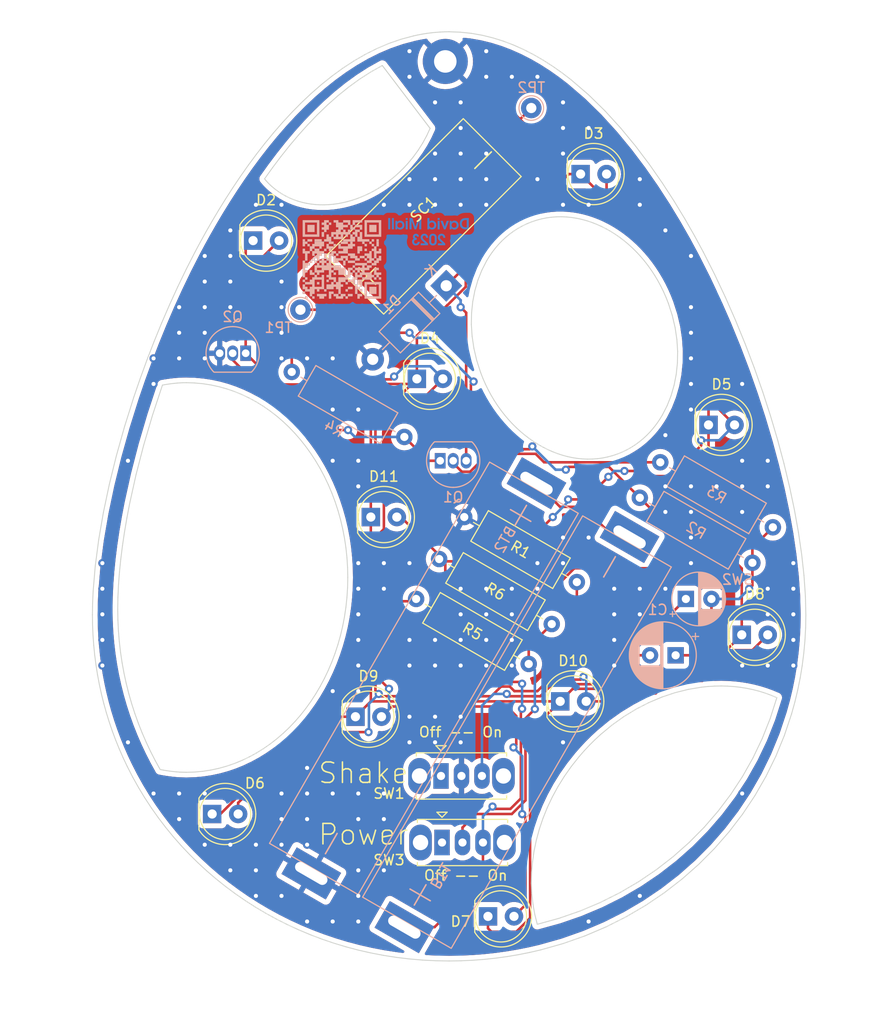
<source format=kicad_pcb>
(kicad_pcb (version 20211014) (generator pcbnew)
  (layers (0 "F.Cu" signal) (31 "B.Cu" signal) (34 "B.Paste" user) (35 "F.Paste" user) (36 "B.SilkS" user "B.Silkscreen") (37 "F.SilkS" user "F.Silkscreen") (38 "B.Mask" user) (39 "F.Mask" user) (44 "Edge.Cuts" user))
  (net 0 "")
  (net 1 "VDC")
  (net 2 "Net-(BT1-Pad2)")
  (net 3 "GND")
  (net 4 "Net-(C1-Pad1)")
  (net 5 "Net-(C1-Pad2)")
  (net 6 "Net-(D1-Pad1)")
  (net 7 "Net-(D10-Pad1)")
  (net 8 "Net-(Q1-Pad1)")
  (net 9 "Net-(Q1-Pad2)")
  (net 11 "Net-(SW1-Pad3)")
  (net 12 "Net-(D10-Pad2)")
  (net 13 "Net-(D11-Pad2)")
  (net 14 "Net-(R5-Pad1)")
  (footprint "LED_THT:LED_D5.0mm" (layer "F.Cu") (at 149.215 66.5)
    (fp_text reference "D5")
    (fp_text value "LED")
  )
  (footprint "LED_THT:LED_D5.0mm" (layer "F.Cu") (at 152.46 87)
    (fp_text reference "D8")
    (fp_text value "LED")
  )
  (footprint "LED_THT:LED_D5.0mm" (layer "F.Cu") (at 127.67 114.5)
    (fp_text reference "D7")
    (fp_text value "LED")
  )
  (footprint "MountingHole:MountingHole_2.2mm_M2_Pad" (layer "F.Cu") (at 123.5 31)
    (fp_text reference "H1" hide)
    (fp_text value "MountingHole_Pad")
  )
  (footprint "Resistor_THT:R_Axial_DIN0309_L9.0mm_D3.2mm_P12.70mm_Horizontal" (layer "F.Cu") (at 133.9 85.95 150)
    (fp_text reference "R6")
    (fp_text value "10")
  )
  (footprint "LED_THT:LED_D5.0mm" (layer "F.Cu") (at 114.725 95)
    (fp_text reference "D9")
    (fp_text value "LED")
  )
  (footprint "LED_THT:LED_D5.0mm" (layer "F.Cu") (at 100.725 104.5)
    (fp_text reference "D6")
    (fp_text value "LED")
  )
  (footprint "Button_Switch_THT:SW_Slide_1P2T_CK_OS102011MS2Q" (layer "F.Cu") (at 123.08 100.785)
    (fp_text reference "SW1")
    (fp_text value "SW_Push_SPDT")
  )
  (footprint "Button_Switch_THT:SW_Slide_1P2T_CK_OS102011MS2Q" (layer "F.Cu") (at 123.18 107.285)
    (fp_text reference "SW3")
    (fp_text value "SW_Push_SPDT")
  )
  (footprint "LED_THT:LED_D5.0mm" (layer "F.Cu") (at 134.725 93.5)
    (fp_text reference "D10")
    (fp_text value "LED")
  )
  (footprint "LED_THT:LED_D5.0mm" (layer "F.Cu") (at 120.725 62)
    (fp_text reference "D4")
    (fp_text value "LED")
  )
  (footprint "Resistor_THT:R_Axial_DIN0309_L9.0mm_D3.2mm_P12.70mm_Horizontal" (layer "F.Cu") (at 131.649997 89.847115 150)
    (fp_text reference "R5")
    (fp_text value "10")
  )
  (footprint "custom footprints:KXOB25-03X4F-TR" (layer "F.Cu") (at 121.721825 45.778175 45)
    (fp_text reference "SC1")
    (fp_text value "Solar_Cell")
  )
  (footprint "LED_THT:LED_D5.0mm" (layer "F.Cu") (at 136.715 42)
    (fp_text reference "D3")
    (fp_text value "LED")
  )
  (footprint "Resistor_THT:R_Axial_DIN0309_L9.0mm_D3.2mm_P12.70mm_Horizontal" (layer "F.Cu") (at 136.35 81.85 150)
    (fp_text reference "R1")
    (fp_text value "10")
  )
  (footprint "LED_THT:LED_D5.0mm" (layer "F.Cu") (at 104.725 48.5)
    (fp_text reference "D2")
    (fp_text value "LED")
  )
  (footprint "LED_THT:LED_D5.0mm" (layer "F.Cu") (at 116.225 75.5)
    (fp_text reference "D11")
    (fp_text value "LED")
  )
  (footprint "Package_TO_SOT_THT:TO-92_Inline" (layer "B.Cu") (at 104 59.5 180)
    (fp_text reference "Q2")
    (fp_text value "BC547")
  )
  (footprint "TestPoint:TestPoint_THTPad_D2.0mm_Drill1.0mm" (layer "B.Cu") (at 131.9 35.55 180)
    (fp_text reference "TP2")
    (fp_text value "TestPoint")
  )
  (footprint "custom footprints:MP001179" (layer "B.Cu") (at 119.5 115.552559 60)
    (fp_text reference "BT1")
    (fp_text value "AAA")
  )
  (footprint "Resistor_THT:R_Axial_DIN0309_L9.0mm_D3.2mm_P12.70mm_Horizontal" (layer "B.Cu") (at 108.500739 61.325 -30)
    (fp_text reference "R4")
    (fp_text value "68K")
  )
  (footprint "Resistor_THT:R_Axial_DIN0309_L9.0mm_D3.2mm_P12.70mm_Horizontal" (layer "B.Cu") (at 155.5 76.5 150)
    (fp_text reference "R3")
    (fp_text value "5.1M")
  )
  (footprint "TestPoint:TestPoint_THTPad_D2.0mm_Drill1.0mm" (layer "B.Cu") (at 109.35 55.25 180)
    (fp_text reference "TP1")
    (fp_text value "TestPoint")
  )
  (footprint "Capacitor_THT:CP_Radial_D5.0mm_P2.50mm" (layer "B.Cu") (at 147 83.5)
    (fp_text reference "SW2")
    (fp_text value "Shake")
  )
  (footprint "Resistor_THT:R_Axial_DIN0309_L9.0mm_D3.2mm_P12.70mm_Horizontal" (layer "B.Cu") (at 153.5 79.964102 150)
    (fp_text reference "R2")
    (fp_text value "1M")
  )
  (footprint "custom footprints:MP001179" (layer "B.Cu") (at 132.406734 72.197441 -120)
    (fp_text reference "BT2")
    (fp_text value "AAA")
  )
  (footprint "Diode_THT:D_DO-41_SOD81_P10.16mm_Horizontal" (layer "B.Cu") (at 123.592103 52.907898 -135)
    (fp_text reference "D1")
    (fp_text value "D_Schottky")
  )
  (footprint "Package_TO_SOT_THT:TO-92_Inline" (layer "B.Cu") (at 123 70)
    (fp_text reference "Q1")
    (fp_text value "BC547")
  )
  (footprint "Capacitor_THT:CP_Radial_D6.3mm_P2.50mm" (layer "B.Cu") (at 146 89 180)
    (fp_text reference "C1")
    (fp_text value "22u")
  )
  (gr_poly (pts (xy 111.892456 52.544873) (xy 112.124951 52.544873) (xy 112.124951 52.312379) (xy 111.892456 52.312379)) (layer "B.Cu") (width 0) (fill solid))
  (gr_poly (pts (xy 109.567505 53.70735) (xy 109.8 53.70735) (xy 109.8 53.474855) (xy 109.567505 53.474855)) (layer "B.Cu") (width 0) (fill solid))
  (gr_poly (pts (xy 123.367062 47.400883) (xy 123.526062 47.400883) (xy 123.860561 46.569884) (xy 123.638561 46.569884) (xy 123.446562 47.120383) (xy 123.257563 46.569883) (xy 123.032562 46.569883)) (layer "B.Cu") (width 0) (fill solid))
  (gr_poly (pts (xy 116.077368 47.662476) (xy 116.774854 47.662476) (xy 116.774855 47.429981) (xy 116.774854 47.429981) (xy 116.774854 47.197486) (xy 116.774854 46.964991) (xy 116.077368 46.964991)) (layer "B.Cu") (width 0) (fill solid))
  (gr_poly (pts (xy 113.752417 52.312379) (xy 113.984912 52.312379) (xy 113.984912 52.079883) (xy 114.217408 52.079883) (xy 114.217408 51.847388) (xy 114.449903 51.847388) (xy 114.449903 51.614893) (xy 114.449902 51.614893) (xy 114.217407 51.614893) (xy 114.217407 51.382399) (xy 113.984912 51.382399) (xy 113.984912 51.382398) (xy 114.217407 51.382398) (xy 114.217407 51.382399) (xy 114.449902 51.382399) (xy 114.449902 51.614893) (xy 114.449903 51.614893) (xy 114.682397 51.614893) (xy 114.682397 51.382399) (xy 114.449903 51.382399) (xy 114.449902 51.382399) (xy 114.449902 51.382398) (xy 114.449903 51.382398) (xy 114.449903 51.382399) (xy 114.682397 51.382399) (xy 114.682397 51.382398) (xy 114.449903 51.382398) (xy 114.449903 51.149903) (xy 114.682397 51.149903) (xy 114.682397 50.917408) (xy 114.449902 50.917408) (xy 114.449902 51.149903) (xy 113.984912 51.149903) (xy 113.984912 51.382398) (xy 113.984912 51.614893) (xy 113.984913 51.614893) (xy 113.984913 51.847388) (xy 113.752417 51.847388) (xy 113.752417 52.079883) (xy 113.054932 52.079883) (xy 113.054932 52.544873) (xy 112.822436 52.544873) (xy 112.822436 52.777369) (xy 112.589942 52.777369) (xy 112.589941 52.544873) (xy 112.357447 52.544873) (xy 112.357447 52.777369) (xy 111.892456 52.777369) (xy 111.892456 53.242359) (xy 112.589942 53.242359) (xy 112.589941 53.009864) (xy 112.822436 53.009864) (xy 112.822436 53.242359) (xy 113.054932 53.242359) (xy 113.054932 53.474855) (xy 113.054932 53.70735) (xy 113.287427 53.70735) (xy 113.287427 53.474855) (xy 113.287427 53.242359) (xy 113.287426 53.009864) (xy 113.519922 53.009864) (xy 113.519923 52.777369) (xy 113.287427 52.777369) (xy 113.287426 52.544873) (xy 113.752417 52.544873)) (layer "B.Cu") (width 0) (fill solid))
  (gr_poly (pts (xy 109.8 54.17234) (xy 110.032495 54.17234) (xy 110.032495 53.939845) (xy 109.8 53.939845)) (layer "B.Cu") (width 0) (fill solid))
  (gr_poly (pts (xy 109.567505 52.777369) (xy 109.567505 53.242359) (xy 109.8 53.242359) (xy 109.8 53.474855) (xy 110.26499 53.474855) (xy 110.26499 53.939845) (xy 110.497485 53.939845) (xy 110.497485 53.70735) (xy 110.72998 53.70735) (xy 110.729981 53.474855) (xy 110.72998 53.474855) (xy 110.72998 53.242359) (xy 110.962476 53.242359) (xy 110.962476 53.474855) (xy 111.194971 53.474855) (xy 111.194971 53.242359) (xy 111.659961 53.242359) (xy 111.65996 53.009864) (xy 111.427466 53.009864) (xy 110.72998 53.009864) (xy 110.497485 53.009864) (xy 110.26499 53.009864) (xy 110.26499 53.242359) (xy 110.032495 53.242359) (xy 110.032495 53.009864) (xy 109.8 53.009864) (xy 109.8 52.777369) (xy 110.497485 52.777369) (xy 110.497485 53.009864) (xy 110.72998 53.009864) (xy 110.729981 52.777369) (xy 110.72998 52.777369) (xy 110.72998 52.544873) (xy 110.729981 52.312379) (xy 111.427466 52.312379) (xy 111.427466 53.009864) (xy 111.65996 53.009864) (xy 111.659961 53.009864) (xy 111.659961 52.777369) (xy 111.65996 52.544873) (xy 111.659961 52.544873) (xy 111.659961 52.312379) (xy 111.65996 52.079883) (xy 111.659961 52.079883) (xy 111.659961 51.847388) (xy 111.427466 51.847388) (xy 111.427466 52.079883) (xy 110.962476 52.079883) (xy 110.962476 51.847388) (xy 110.72998 51.847388) (xy 110.72998 52.079883) (xy 110.497485 52.079883) (xy 110.497485 52.312379) (xy 110.26499 52.312379) (xy 110.26499 52.544873) (xy 109.8 52.544873) (xy 109.8 52.777369)) (layer "B.Cu") (width 0) (fill solid))
  (gr_poly (pts (xy 115.147387 50.219923) (xy 115.612378 50.219923) (xy 115.612378 49.987428) (xy 115.147387 49.987428)) (layer "B.Cu") (width 0) (fill solid))
  (gr_poly (pts (xy 112.124951 48.824952) (xy 112.589941 48.824952) (xy 112.589941 48.592457) (xy 112.124951 48.592457)) (layer "B.Cu") (width 0) (fill solid))
  (gr_poly (pts (xy 113.519923 46.732496) (xy 113.054932 46.732496) (xy 113.054932 46.5) (xy 112.589942 46.5) (xy 112.589942 46.732496) (xy 112.822436 46.732496) (xy 112.822436 47.197486) (xy 113.054932 47.197486) (xy 113.054932 47.429981) (xy 112.822436 47.429981) (xy 112.822436 47.662476) (xy 112.357447 47.662476) (xy 112.357447 48.127466) (xy 112.589942 48.127466) (xy 112.589942 48.359962) (xy 113.519922 48.359962) (xy 113.519922 48.592457) (xy 114.682398 48.592457) (xy 114.682398 48.359962) (xy 114.217408 48.359962) (xy 113.519922 48.359962) (xy 113.519922 48.127466) (xy 113.287427 48.127466) (xy 113.054932 48.127466) (xy 112.822436 48.127466) (xy 112.589942 48.127466) (xy 112.589942 47.894971) (xy 112.822436 47.894971) (xy 112.822436 48.127466) (xy 113.054932 48.127466) (xy 113.054932 47.894971) (xy 113.287427 47.894971) (xy 113.287427 48.127466) (xy 113.519922 48.127466) (xy 113.519922 47.894971) (xy 113.752417 47.894971) (xy 113.752417 48.127466) (xy 113.984912 48.127466) (xy 113.984912 47.894971) (xy 114.217407 47.894971) (xy 114.217407 48.127466) (xy 114.217408 48.127466) (xy 114.217408 48.359962) (xy 114.682398 48.359962) (xy 114.682398 48.127466) (xy 114.449902 48.127466) (xy 114.449902 47.894971) (xy 114.217408 47.894971) (xy 114.217408 47.662476) (xy 114.217408 47.429981) (xy 113.984913 47.429981) (xy 113.984913 47.662476) (xy 113.752417 47.662476) (xy 113.519922 47.662476) (xy 113.287427 47.662476) (xy 113.287427 47.429981) (xy 113.519922 47.429981) (xy 113.519922 47.662476) (xy 113.752417 47.662476) (xy 113.752418 47.429981) (xy 113.519922 47.429981) (xy 113.519922 47.197486) (xy 113.984912 47.197486) (xy 113.984912 46.964991) (xy 113.519922 46.964991) (xy 113.519923 46.732496) (xy 113.984913 46.732496) (xy 113.984913 46.964991) (xy 114.217408 46.964991) (xy 114.217408 47.429981) (xy 114.682398 47.429981) (xy 114.682398 47.197486) (xy 114.449903 47.197486) (xy 114.449903 46.964991) (xy 114.217408 46.964991) (xy 114.217408 46.732496) (xy 114.217408 46.5) (xy 113.519923 46.5)) (layer "B.Cu") (width 0) (fill solid))
  (gr_poly (pts (xy 110.962476 52.777369) (xy 111.194971 52.777369) (xy 111.194971 52.544873) (xy 110.962476 52.544873)) (layer "B.Cu") (width 0) (fill solid))
  (gr_poly (pts (xy 110.032495 48.592457) (xy 110.497485 48.592457) (xy 110.497485 48.359962) (xy 110.032495 48.359962)) (layer "B.Cu") (width 0) (fill solid))
  (gr_poly (pts (xy 112.822436 49.987428) (xy 113.054932 49.987428) (xy 113.054932 49.754932) (xy 112.822436 49.754932)) (layer "B.Cu") (width 0) (fill solid))
  (gr_poly (pts (xy 116.542359 52.312379) (xy 116.774854 52.312379) (xy 116.774854 52.079883) (xy 116.542359 52.079883)) (layer "B.Cu") (width 0) (fill solid))
  (gr_poly (pts (xy 123.113062 47.827333) (xy 123.094138 47.828669) (xy 123.07556 47.830872) (xy 123.057346 47.833924) (xy 123.039514 47.837805) (xy 123.022083 47.842496) (xy 123.005071 47.847979) (xy 122.988498 47.854235) (xy 122.972382 47.861244) (xy 122.956742 47.868989) (xy 122.941596 47.877448) (xy 122.926963 47.886605) (xy 122.912862 47.89644) (xy 122.899311 47.906933) (xy 122.88633 47.918067) (xy 122.873936 47.929821) (xy 122.862148 47.942177) (xy 122.850986 47.955117) (xy 122.840468 47.968621) (xy 122.830612 47.98267) (xy 122.821437 47.997245) (xy 122.812962 48.012327) (xy 122.805205 48.027898) (xy 122.798186 48.043938) (xy 122.791923 48.060429) (xy 122.786434 48.077351) (xy 122.781738 48.094685) (xy 122.777854 48.112414) (xy 122.774801 48.130516) (xy 122.772597 48.148975) (xy 122.771261 48.16777) (xy 122.770811 48.186883) (xy 122.77144 48.211991) (xy 122.773383 48.236219) (xy 122.776724 48.259709) (xy 122.781546 48.282602) (xy 122.787931 48.305038) (xy 122.795965 48.327157) (xy 122.805731 48.3491) (xy 122.817311 48.371008) (xy 122.83079 48.393022) (xy 122.846251 48.415282) (xy 122.863777 48.437928) (xy 122.883452 48.461102) (xy 122.905359 48.484944) (xy 122.929583 48.509594) (xy 122.956206 48.535194) (xy 122.985312 48.561883) (xy 123.211811 48.767383) (xy 122.775311 48.767383) (xy 122.775311 48.954883) (xy 123.492312 48.954883) (xy 123.492312 48.779383) (xy 123.097811 48.405883) (xy 123.0813 48.390091) (xy 123.066061 48.374749) (xy 123.052067 48.359816) (xy 123.039287 48.34525) (xy 123.027694 48.331009) (xy 123.017258 48.317052) (xy 123.007953 48.303336) (xy 122.999748 48.28982) (xy 122.992615 48.276463) (xy 122.986526 48.263222) (xy 122.981452 48.250055) (xy 122.977365 48.236922) (xy 122.974236 48.22378) (xy 122.972036 48.210587) (xy 122.970737 48.197302) (xy 122.97031 48.183883) (xy 122.970511 48.174673) (xy 122.971108 48.165614) (xy 122.972091 48.156714) (xy 122.973454 48.147983) (xy 122.975187 48.139429) (xy 122.977281 48.131063) (xy 122.979729 48.122893) (xy 122.982521 48.11493) (xy 122.98565 48.107182) (xy 122.989106 48.099658) (xy 122.992882 48.092369) (xy 122.996968 48.085322) (xy 123.001356 48.078529) (xy 123.006038 48.071997) (xy 123.011004 48.065737) (xy 123.016248 48.059758) (xy 123.021759 48.054069) (xy 123.02753 48.048679) (xy 123.033553 48.043597) (xy 123.039817 48.038834) (xy 123.046316 48.034398) (xy 123.05304 48.030299) (xy 123.059981 48.026546) (xy 123.067131 48.023149) (xy 123.07448 48.020116) (xy 123.082021 48.017457) (xy 123.089745 48.015182) (xy 123.097643 48.013299) (xy 123.105707 48.011819) (xy 123.113929 48.01075) (xy 123.122299 48.010101) (xy 123.13081 48.009883) (xy 123.140411 48.010137) (xy 123.149803 48.010892) (xy 123.158981 48.012142) (xy 123.167938 48.013879) (xy 123.176667 48.016095) (xy 123.185163 48.018782) (xy 123.193418 48.021933) (xy 123.201427 48.025539) (xy 123.209184 48.029594) (xy 123.216681 48.03409) (xy 123.223913 48.039018) (xy 123.230874 48.044371) (xy 123.237556 48.050142) (xy 123.243954 48.056323) (xy 123.250062 48.062906) (xy 123.255873 48.069883) (xy 123.26138 48.077247) (xy 123.266578 48.08499) (xy 123.27146 48.093104) (xy 123.27602 48.101582) (xy 123.280252 48.110416) (xy 123.284148 48.119598) (xy 123.290912 48.138977) (xy 123.296261 48.159656) (xy 123.300143 48.181574) (xy 123.30251 48.204671) (xy 123.30331 48.228883) (xy 123.499811 48.228883) (xy 123.499616 48.209362) (xy 123.49902 48.1907) (xy 123.498012 48.172843) (xy 123.496577 48.155735) (xy 123.494703 48.139321) (xy 123.492376 48.123546) (xy 123.489583 48.108356) (xy 123.486311 48.093696) (xy 123.482547 48.07951) (xy 123.478278 48.065744) (xy 123.47349 48.052342) (xy 123.46817 48.03925) (xy 123.462306 48.026414) (xy 123.455883 48.013777) (xy 123.448889 48.001285) (xy 123.441311 47.988883) (xy 123.428876 47.970502) (xy 123.415237 47.953068) (xy 123.400455 47.936614) (xy 123.384592 47.921172) (xy 123.36771 47.906777) (xy 123.34987 47.89346) (xy 123.331133 47.881256) (xy 123.311561 47.870196) (xy 123.291216 47.860314) (xy 123.270159 47.851642) (xy 123.248451 47.844214) (xy 123.226155 47.838063) (xy 123.203331 47.833221) (xy 123.180041 47.829722) (xy 123.156348 47.827599) (xy 123.132311 47.826883)) (layer "B.Cu") (width 0) (fill solid))
  (gr_poly (pts (xy 124.361996 46.550844) (xy 124.340773 46.552238) (xy 124.320359 46.554586) (xy 124.300719 46.557907) (xy 124.281816 46.562221) (xy 124.263617 46.567548) (xy 124.246086 46.573908) (xy 124.23756 46.577482) (xy 124.229188 46.581321) (xy 124.220965 46.585428) (xy 124.212887 46.589805) (xy 124.20495 46.594456) (xy 124.197148 46.599382) (xy 124.181937 46.610071) (xy 124.167219 46.621891) (xy 124.152957 46.634863) (xy 124.139117 46.649005) (xy 124.125664 46.664339) (xy 124.112562 46.680883) (xy 124.112562 46.569883) (xy 123.929562 46.569883) (xy 123.929562 47.400884) (xy 124.112562 47.400884) (xy 124.112562 47.292884) (xy 124.127477 47.309395) (xy 124.142447 47.324633) (xy 124.157527 47.338628) (xy 124.172772 47.351407) (xy 124.188237 47.363) (xy 124.203976 47.373435) (xy 124.220045 47.382741) (xy 124.236498 47.390946) (xy 124.253391 47.398079) (xy 124.270779 47.404168) (xy 124.288715 47.409242) (xy 124.307256 47.413329) (xy 124.326456 47.416458) (xy 124.346371 47.418658) (xy 124.367054 47.419957) (xy 124.388561 47.420384) (xy 124.411142 47.419855) (xy 124.433306 47.418284) (xy 124.455036 47.415691) (xy 124.476311 47.412096) (xy 124.497112 47.407519) (xy 124.517418 47.401983) (xy 124.53721 47.395506) (xy 124.556468 47.38811) (xy 124.575172 47.379816) (xy 124.593303 47.370643) (xy 124.61084 47.360613) (xy 124.627765 47.349746) (xy 124.644056 47.338063) (xy 124.659695 47.325584) (xy 124.674662 47.312329) (xy 124.688937 47.298321) (xy 124.702499 47.283579) (xy 124.71533 47.268123) (xy 124.72741 47.251974) (xy 124.738718 47.235154) (xy 124.749235 47.217682) (xy 124.758942 47.199579) (xy 124.767818 47.180866) (xy 124.775843 47.161563) (xy 124.782999 47.141691) (xy 124.789264 47.121271) (xy 124.79462 47.100322) (xy 124.799047 47.078867) (xy 124.802524 47.056924) (xy 124.805032 47.034516) (xy 124.806551 47.011662) (xy 124.806964 46.992882) (xy 124.606062 46.992882) (xy 124.605769 47.006385) (xy 124.604898 47.019605) (xy 124.603458 47.032535) (xy 124.601459 47.045162) (xy 124.598913 47.057479) (xy 124.595828 47.069475) (xy 124.592216 47.081142) (xy 124.588085 47.092468) (xy 124.583448 47.103445) (xy 124.578312 47.114063) (xy 124.57269 47.124313) (xy 124.56659 47.134184) (xy 124.560024 47.143667) (xy 124.553001 47.152753) (xy 124.545531 47.161432) (xy 124.537624 47.169695) (xy 124.529292 47.177531) (xy 124.520543 47.184931) (xy 124.511389 47.191885) (xy 124.501838 47.198385) (xy 124.491902 47.20442) (xy 124.481591 47.20998) (xy 124.470914 47.215057) (xy 124.459882 47.21964) (xy 124.448505 47.22372) (xy 124.436794 47.227287) (xy 124.424757 47.230331) (xy 124.412407 47.232844) (xy 124.399751 47.234815) (xy 124.386802 47.236235) (xy 124.373569 47.237094) (xy 124.360062 47.237382) (xy 124.345862 47.237084) (xy 124.33196 47.23619) (xy 124.318375 47.234703) (xy 124.305124 47.232624) (xy 124.292225 47.229957) (xy 124.279695 47.226704) (xy 124.267551 47.222865) (xy 124.255812 47.218445) (xy 124.244495 47.213444) (xy 124.233617 47.207866) (xy 124.223196 47.201712) (xy 124.21325 47.194984) (xy 124.203796 47.187685) (xy 124.194851 47.179817) (xy 124.186434 47.171382) (xy 124.178562 47.162382) (xy 124.171956 47.1542) (xy 124.165648 47.145437) (xy 124.159657 47.136147) (xy 124.154 47.126383) (xy 124.148695 47.116196) (xy 124.143758 47.10564) (xy 124.139208 47.094768) (xy 124.135063 47.083633) (xy 124.131339 47.072286) (xy 124.128055 47.060781) (xy 124.125228 47.049171) (xy 124.122875 47.037508) (xy 124.121015 47.025845) (xy 124.119664 47.014234) (xy 124.118841 47.00273) (xy 124.118563 46.991383) (xy 124.11886 46.977313) (xy 124.119743 46.963519) (xy 124.121202 46.950011) (xy 124.123224 46.9368) (xy 124.125799 46.923898) (xy 124.128915 46.911316) (xy 124.132562 46.899065) (xy 124.136727 46.887156) (xy 124.1414 46.875602) (xy 124.146569 46.864412) (xy 124.152223 46.853599) (xy 124.158351 46.843173) (xy 124.164941 46.833146) (xy 124.171983 46.823529) (xy 124.179464 46.814333) (xy 124.187375 46.80557) (xy 124.195703 46.797251) (xy 124.204437 46.789387) (xy 124.213566 46.781989) (xy 124.223079 46.775069) (xy 124.232964 46.768638) (xy 124.243211 46.762707) (xy 124.253807 46.757288) (xy 124.264742 46.752391) (xy 124.276004 46.748028) (xy 124.287583 46.74421) (xy 124.299466 46.740949) (xy 124.311643 46.738255) (xy 124.324102 46.73614) (xy 124.336833 46.734616) (xy 124.349823 46.733693) (xy 124.363062 46.733383) (xy 124.363062 46.733382) (xy 124.376297 46.733696) (xy 124.389274 46.734632) (xy 124.401984 46.736176) (xy 124.414416 46.738318) (xy 124.42656 46.741046) (xy 124.438403 46.744347) (xy 124.449936 46.748211) (xy 124.461148 46.752624) (xy 124.472028 46.757576) (xy 124.482566 46.763054) (xy 124.49275 46.769047) (xy 124.502571 46.775543) (xy 124.512017 46.78253) (xy 124.521077 46.789996) (xy 124.529742 46.79793) (xy 124.537999 46.806319) (xy 124.54584 46.815153) (xy 124.553252 46.824418) (xy 124.560225 46.834103) (xy 124.566749 46.844197) (xy 124.572812 46.854688) (xy 124.578404 46.865563) (xy 124.583514 46.876811) (xy 124.588132 46.888421) (xy 124.592247 46.90038) (xy 124.595848 46.912676) (xy 124.598924 46.925298) (xy 124.601465 46.938234) (xy 124.60346 46.951473) (xy 124.604899 46.965001) (xy 124.605769 46.978808) (xy 124.606062 46.992882) (xy 124.806964 46.992882) (xy 124.807062 46.988383) (xy 124.806547 46.964824) (xy 124.805014 46.941689) (xy 124.802484 46.919001) (xy 124.798976 46.896781) (xy 124.79451 46.87505) (xy 124.789106 46.853828) (xy 124.782784 46.833138) (xy 124.775562 46.813001) (xy 124.767462 46.793436) (xy 124.758503 46.774467) (xy 124.748704 46.756113) (xy 124.738086 46.738396) (xy 124.726668 46.721337) (xy 124.714469 46.704958) (xy 124.701511 46.689279) (xy 124.687812 46.674321) (xy 124.673393 46.660106) (xy 124.658272 46.646655) (xy 124.64247 46.633989) (xy 124.626007 46.622128) (xy 124.608903 46.611096) (xy 124.591176 46.600911) (xy 124.572848 46.591596) (xy 124.553937 46.583172) (xy 124.534464 46.57566) (xy 124.514448 46.569081) (xy 124.493909 46.563456) (xy 124.472867 46.558806) (xy 124.451341 46.555153) (xy 124.429352 46.552517) (xy 124.406919 46.55092) (xy 124.384062 46.550383)) (layer "B.Cu") (width 0) (fill solid))
  (gr_poly (pts (xy 116.774854 49.057447) (xy 116.542359 49.057447) (xy 116.542359 49.289942) (xy 116.309864 49.289942) (xy 116.309864 49.522437) (xy 116.774854 49.522437) (xy 116.774854 49.289942) (xy 116.774854 49.057447) (xy 117.007349 49.057447) (xy 117.007349 48.824952) (xy 117.007348 48.592457) (xy 116.774854 48.592457)) (layer "B.Cu") (width 0) (fill solid))
  (gr_poly (pts (xy 116.077368 53.70735) (xy 116.774854 53.70735) (xy 116.774855 53.474855) (xy 116.774854 53.474855) (xy 116.774854 53.242359) (xy 116.774853 53.009864) (xy 116.077368 53.009864)) (layer "B.Cu") (width 0) (fill solid))
  (gr_poly (pts (xy 111.659961 50.219923) (xy 111.892456 50.219923) (xy 111.892456 49.754932) (xy 111.659961 49.754932)) (layer "B.Cu") (width 0) (fill solid))
  (gr_poly (pts (xy 115.844874 50.684912) (xy 116.309864 50.684912) (xy 116.309863 50.452418) (xy 116.542359 50.452418) (xy 116.542358 50.219923) (xy 116.309864 50.219923) (xy 116.309863 49.987428) (xy 116.309864 49.987428) (xy 116.309863 49.754932) (xy 116.309864 49.754932) (xy 116.309864 49.522437) (xy 116.077368 49.522437) (xy 116.077368 49.754932) (xy 115.612378 49.754932) (xy 115.612378 49.987428) (xy 115.844873 49.987428) (xy 115.844873 50.219923) (xy 116.077368 50.219923) (xy 116.077368 50.452418) (xy 115.844873 50.452418) (xy 115.844873 50.684912) (xy 114.682398 50.684912) (xy 114.682398 50.917408) (xy 115.379883 50.917408) (xy 115.379883 51.149903) (xy 114.682398 51.149903) (xy 114.682398 51.382399) (xy 114.914893 51.382399) (xy 114.914893 51.614893) (xy 114.682398 51.614893) (xy 114.682398 51.847388) (xy 114.682398 52.079883) (xy 114.449903 52.079883) (xy 114.449903 52.312379) (xy 113.984912 52.312379) (xy 113.984912 52.544873) (xy 114.449902 52.544873) (xy 114.449902 52.777369) (xy 114.682397 52.777369) (xy 114.682397 52.544873) (xy 114.682398 52.544873) (xy 114.682398 52.312379) (xy 114.914893 52.312379) (xy 114.914893 52.079883) (xy 115.379883 52.079883) (xy 115.379883 52.312379) (xy 116.309864 52.312379) (xy 116.309863 52.079883) (xy 115.844873 52.079883) (xy 115.379884 52.079883) (xy 115.379883 51.847388) (xy 115.844873 51.847388) (xy 115.844873 52.079883) (xy 116.309863 52.079883) (xy 116.542359 52.079883) (xy 116.542359 51.847388) (xy 116.309864 51.847388) (xy 116.309864 51.614893) (xy 115.612378 51.614893) (xy 115.379883 51.614893) (xy 115.147388 51.614893) (xy 115.147388 51.847388) (xy 114.914893 51.847388) (xy 114.914893 51.614893) (xy 115.147388 51.614893) (xy 115.147387 51.382399) (xy 114.914893 51.382399) (xy 114.914893 51.382398) (xy 115.147387 51.382398) (xy 115.147387 51.382399) (xy 115.379883 51.382399) (xy 115.379883 51.614893) (xy 115.612378 51.614893) (xy 115.612378 51.382399) (xy 115.379883 51.382399) (xy 115.379883 51.382398) (xy 115.612378 51.382398) (xy 115.612378 51.382399) (xy 116.077369 51.382399) (xy 116.077369 51.149903) (xy 116.309864 51.149903) (xy 116.309863 50.917408) (xy 115.844873 50.917408) (xy 115.844873 51.149903) (xy 115.612378 51.149903) (xy 115.612378 50.917408) (xy 115.844873 50.917408)) (layer "B.Cu") (width 0) (fill solid))
  (gr_poly (pts (xy 111.427466 48.127466) (xy 111.659961 48.127466) (xy 111.659961 47.662476) (xy 111.427466 47.662476)) (layer "B.Cu") (width 0) (fill solid))
  (gr_poly (pts (xy 114.914893 53.939845) (xy 114.914893 54.17234) (xy 115.147388 54.17234) (xy 115.147387 53.939845) (xy 115.379883 53.939845) (xy 115.379884 53.70735) (xy 114.914893 53.70735)) (layer "B.Cu") (width 0) (fill solid))
  (gr_poly (pts (xy 116.542359 51.614893) (xy 116.542359 51.847388) (xy 116.774854 51.847388) (xy 116.774854 52.079883) (xy 117.007349 52.079883) (xy 117.007349 51.847388) (xy 117.239844 51.847388) (xy 117.239845 51.614893) (xy 116.774854 51.614893) (xy 116.774853 51.382398) (xy 117.007349 51.382398) (xy 117.007349 51.149903) (xy 116.542359 51.149903)) (layer "B.Cu") (width 0) (fill solid))
  (gr_poly (pts (xy 112.589942 51.847388) (xy 112.822436 51.847388) (xy 112.822437 51.614893) (xy 112.589942 51.614893)) (layer "B.Cu") (width 0) (fill solid))
  (gr_poly (pts (xy 109.567505 49.754932) (xy 109.8 49.754932) (xy 109.8 50.452418) (xy 110.032495 50.452418) (xy 110.032495 49.754932) (xy 110.26499 49.754932) (xy 110.26499 49.522437) (xy 109.567505 49.522437)) (layer "B.Cu") (width 0) (fill solid))
  (gr_poly (pts (xy 113.054932 48.824952) (xy 113.054932 49.057447) (xy 113.054932 49.289942) (xy 113.519923 49.289942) (xy 113.519923 49.522437) (xy 113.984912 49.522437) (xy 113.984912 49.289942) (xy 114.449903 49.289942) (xy 114.449903 49.057447) (xy 113.984912 49.057447) (xy 113.287427 49.057447) (xy 113.287427 48.824952) (xy 113.984912 48.824952) (xy 113.984912 49.057447) (xy 114.449903 49.057447) (xy 114.682397 49.057447) (xy 114.682397 48.824952) (xy 114.449902 48.824952) (xy 114.217407 48.824952) (xy 114.449902 48.824952) (xy 114.682397 48.824952) (xy 114.449902 48.824952) (xy 114.449902 48.592457) (xy 114.217407 48.592457) (xy 114.217407 48.824952) (xy 113.984912 48.824952) (xy 113.984912 48.592457) (xy 113.287427 48.592457) (xy 113.287427 48.824952)) (layer "B.Cu") (width 0) (fill solid))
  (gr_poly (pts (xy 115.612378 49.057447) (xy 115.844873 49.057447) (xy 115.844873 48.824952) (xy 115.612378 48.824952)) (layer "B.Cu") (width 0) (fill solid))
  (gr_poly (pts (xy 109.8 52.312379) (xy 110.032495 52.312379) (xy 110.032495 52.079883) (xy 109.8 52.079883)) (layer "B.Cu") (width 0) (fill solid))
  (gr_poly (pts (xy 119.059496 46.550844) (xy 119.038273 46.552238) (xy 119.017859 46.554586) (xy 118.998219 46.557907) (xy 118.979317 46.562221) (xy 118.961117 46.567548) (xy 118.943586 46.573908) (xy 118.93506 46.577482) (xy 118.926688 46.581321) (xy 118.918465 46.585428) (xy 118.910387 46.589805) (xy 118.90245 46.594456) (xy 118.894649 46.599382) (xy 118.879438 46.610071) (xy 118.864719 46.621891) (xy 118.850457 46.634863) (xy 118.836617 46.649005) (xy 118.823164 46.664339) (xy 118.810062 46.680883) (xy 118.810062 46.569883) (xy 118.627062 46.569883) (xy 118.627062 47.400884) (xy 118.810062 47.400884) (xy 118.810062 47.292884) (xy 118.824978 47.309395) (xy 118.839948 47.324633) (xy 118.855028 47.338628) (xy 118.870272 47.351407) (xy 118.885737 47.363) (xy 118.901476 47.373435) (xy 118.917545 47.382741) (xy 118.933999 47.390946) (xy 118.950892 47.398079) (xy 118.968279 47.404168) (xy 118.986216 47.409242) (xy 119.004757 47.413329) (xy 119.023957 47.416458) (xy 119.043871 47.418658) (xy 119.064554 47.419957) (xy 119.086062 47.420384) (xy 119.108642 47.419855) (xy 119.130807 47.418284) (xy 119.152537 47.415691) (xy 119.173812 47.412096) (xy 119.194612 47.407519) (xy 119.214918 47.401983) (xy 119.23471 47.395506) (xy 119.253968 47.38811) (xy 119.272672 47.379816) (xy 119.290803 47.370643) (xy 119.30834 47.360613) (xy 119.325265 47.349746) (xy 119.341557 47.338063) (xy 119.357196 47.325584) (xy 119.372162 47.312329) (xy 119.386437 47.298321) (xy 119.4 47.283579) (xy 119.412831 47.268123) (xy 119.42491 47.251974) (xy 119.436218 47.235154) (xy 119.446736 47.217682) (xy 119.456442 47.199579) (xy 119.465318 47.180866) (xy 119.473344 47.161563) (xy 119.480499 47.141691) (xy 119.486765 47.121271) (xy 119.49212 47.100322) (xy 119.496547 47.078867) (xy 119.500024 47.056924) (xy 119.502532 47.034516) (xy 119.504052 47.011662) (xy 119.504464 46.992882) (xy 119.303562 46.992882) (xy 119.303269 47.006385) (xy 119.302398 47.019605) (xy 119.300958 47.032535) (xy 119.29896 47.045162) (xy 119.296413 47.057479) (xy 119.293328 47.069475) (xy 119.289716 47.081142) (xy 119.285586 47.092468) (xy 119.280948 47.103445) (xy 119.275813 47.114063) (xy 119.27019 47.124313) (xy 119.264091 47.134184) (xy 119.257524 47.143667) (xy 119.250501 47.152753) (xy 119.243031 47.161432) (xy 119.235125 47.169695) (xy 119.226792 47.177531) (xy 119.218043 47.184931) (xy 119.208889 47.191885) (xy 119.199338 47.198385) (xy 119.189402 47.20442) (xy 119.179091 47.20998) (xy 119.168414 47.215057) (xy 119.157382 47.21964) (xy 119.146006 47.22372) (xy 119.134294 47.227287) (xy 119.122258 47.230331) (xy 119.109907 47.232844) (xy 119.097252 47.234815) (xy 119.084302 47.236235) (xy 119.071069 47.237094) (xy 119.057562 47.237382) (xy 119.043362 47.237084) (xy 119.02946 47.23619) (xy 119.015876 47.234703) (xy 119.002625 47.232624) (xy 118.989725 47.229957) (xy 118.977195 47.226704) (xy 118.965052 47.222865) (xy 118.953312 47.218445) (xy 118.941995 47.213444) (xy 118.931117 47.207866) (xy 118.920696 47.201712) (xy 118.91075 47.194984) (xy 118.901296 47.187685) (xy 118.892352 47.179817) (xy 118.883935 47.171382) (xy 118.876062 47.162382) (xy 118.869456 47.1542) (xy 118.863149 47.145437) (xy 118.857158 47.136147) (xy 118.8515 47.126383) (xy 118.846195 47.116196) (xy 118.841258 47.10564) (xy 118.836708 47.094768) (xy 118.832563 47.083633) (xy 118.828839 47.072286) (xy 118.825555 47.060781) (xy 118.822728 47.049171) (xy 118.820376 47.037508) (xy 118.818515 47.025845) (xy 118.817165 47.014234) (xy 118.816341 47.00273) (xy 118.816063 46.991383) (xy 118.81636 46.977313) (xy 118.817243 46.963519) (xy 118.818702 46.950011) (xy 118.820724 46.9368) (xy 118.823299 46.923898) (xy 118.826415 46.911316) (xy 118.830062 46.899065) (xy 118.834227 46.887156) (xy 118.8389 46.875602) (xy 118.844069 46.864412) (xy 118.849723 46.853599) (xy 118.855851 46.843173) (xy 118.862441 46.833146) (xy 118.869483 46.823529) (xy 118.876965 46.814333) (xy 118.884875 46.80557) (xy 118.893203 46.797251) (xy 118.901937 46.789387) (xy 118.911066 46.781989) (xy 118.920579 46.775069) (xy 118.930464 46.768638) (xy 118.940711 46.762707) (xy 118.951307 46.757288) (xy 118.962242 46.752391) (xy 118.973504 46.748028) (xy 118.985083 46.74421) (xy 118.996966 46.740949) (xy 119.009143 46.738255) (xy 119.021603 46.73614) (xy 119.034333 46.734616) (xy 119.047323 46.733693) (xy 119.060562 46.733383) (xy 119.060562 46.733382) (xy 119.073797 46.733696) (xy 119.086774 46.734632) (xy 119.099485 46.736176) (xy 119.111917 46.738318) (xy 119.12406 46.741046) (xy 119.135903 46.744347) (xy 119.147436 46.748211) (xy 119.158648 46.752624) (xy 119.169528 46.757576) (xy 119.180066 46.763054) (xy 119.19025 46.769047) (xy 119.200071 46.775543) (xy 119.209517 46.78253) (xy 119.218577 46.789996) (xy 119.227242 46.79793) (xy 119.2355 46.806319) (xy 119.24334 46.815153) (xy 119.250752 46.824418) (xy 119.257725 46.834103) (xy 119.264249 46.844197) (xy 119.270312 46.854688) (xy 119.275904 46.865563) (xy 119.281015 46.876811) (xy 119.285633 46.888421) (xy 119.289747 46.90038) (xy 119.293348 46.912676) (xy 119.296425 46.925298) (xy 119.298966 46.938234) (xy 119.300961 46.951473) (xy 119.302399 46.965001) (xy 119.30327 46.978808) (xy 119.303562 46.992882) (xy 119.504464 46.992882) (xy 119.504562 46.988383) (xy 119.504047 46.964824) (xy 119.502515 46.941689) (xy 119.499984 46.919001) (xy 119.496477 46.896781) (xy 119.492011 46.87505) (xy 119.486606 46.853828) (xy 119.480284 46.833138) (xy 119.473062 46.813001) (xy 119.464962 46.793436) (xy 119.456003 46.774467) (xy 119.446204 46.756113) (xy 119.435586 46.738396) (xy 119.424168 46.721337) (xy 119.41197 46.704958) (xy 119.399011 46.689279) (xy 119.385312 46.674321) (xy 119.370893 46.660106) (xy 119.355772 46.646655) (xy 119.339971 46.633989) (xy 119.323508 46.622128) (xy 119.306403 46.611096) (xy 119.288677 46.600911) (xy 119.270348 46.591596) (xy 119.251437 46.583172) (xy 119.231964 46.57566) (xy 119.211948 46.569081) (xy 119.191409 46.563456) (xy 119.170367 46.558806) (xy 119.148841 46.555153) (xy 119.126852 46.552517) (xy 119.104419 46.55092) (xy 119.081562 46.550383)) (layer "B.Cu") (width 0) (fill solid))
  (gr_poly (pts (xy 110.729981 49.522437) (xy 111.194971 49.522437) (xy 111.194971 49.289942) (xy 110.729981 49.289942)) (layer "B.Cu") (width 0) (fill solid))
  (gr_poly (pts (xy 115.612378 53.474855) (xy 115.612379 53.474855) (xy 115.612379 53.939845) (xy 115.612378 53.939845) (xy 115.612378 54.17234) (xy 117.239844 54.17234) (xy 117.239844 53.939845) (xy 117.007349 53.939845) (xy 115.844873 53.939845) (xy 115.844874 53.70735) (xy 115.844873 53.70735) (xy 115.844874 53.474855) (xy 115.844873 53.474855) (xy 115.844873 53.242359) (xy 115.844873 53.009864) (xy 115.844874 52.777369) (xy 117.007349 52.777369) (xy 117.007349 53.939845) (xy 117.239844 53.939845) (xy 117.239845 53.70735) (xy 117.239844 53.70735) (xy 117.239845 53.474855) (xy 117.239844 53.474855) (xy 117.239844 53.242359) (xy 117.239844 53.009864) (xy 117.239844 52.777369) (xy 117.239844 52.544873) (xy 115.612378 52.544873)) (layer "B.Cu") (width 0) (fill solid))
  (gr_poly (pts (xy 112.589942 53.474855) (xy 112.124952 53.474855) (xy 112.124952 53.939845) (xy 112.124951 53.939845) (xy 112.124951 54.17234) (xy 112.357447 54.17234) (xy 112.357446 53.939845) (xy 112.357447 53.939845) (xy 112.357447 53.70735) (xy 112.589942 53.70735)) (layer "B.Cu") (width 0) (fill solid))
  (gr_poly (pts (xy 110.26499 50.684912) (xy 110.497485 50.684912) (xy 110.497485 50.452418) (xy 110.26499 50.452418)) (layer "B.Cu") (width 0) (fill solid))
  (gr_poly (pts (xy 109.567505 48.127466) (xy 111.194971 48.127466) (xy 111.194971 47.894971) (xy 110.962476 47.894971) (xy 109.8 47.894971) (xy 109.8 46.732496) (xy 110.962476 46.732496) (xy 110.962476 47.894971) (xy 111.194971 47.894971) (xy 111.194971 46.5) (xy 109.567505 46.5)) (layer "B.Cu") (width 0) (fill solid))
  (gr_poly (pts (xy 110.72998 50.684912) (xy 110.962476 50.684912) (xy 110.962476 50.452418) (xy 110.72998 50.452418)) (layer "B.Cu") (width 0) (fill solid))
  (gr_poly (pts (xy 114.914893 49.754932) (xy 115.147388 49.754932) (xy 115.147388 49.522437) (xy 114.914893 49.522437)) (layer "B.Cu") (width 0) (fill solid))
  (gr_poly (pts (xy 111.892456 48.359962) (xy 111.659961 48.359962) (xy 111.659961 48.592457) (xy 112.357447 48.592457) (xy 112.357447 48.127466) (xy 112.124951 48.127466) (xy 112.124951 47.894971) (xy 111.892456 47.894971)) (layer "B.Cu") (width 0) (fill solid))
  (gr_poly (pts (xy 118.279064 47.400883) (xy 118.478563 47.400883) (xy 118.478563 46.292383) (xy 118.279064 46.292383)) (layer "B.Cu") (width 0) (fill solid))
  (gr_poly (pts (xy 113.984913 53.939845) (xy 114.449903 53.939845) (xy 114.449903 53.70735) (xy 113.984913 53.70735)) (layer "B.Cu") (width 0) (fill solid))
  (gr_poly (pts (xy 125.514434 46.292699) (xy 125.483291 46.293646) (xy 125.453141 46.295221) (xy 125.423988 46.297422) (xy 125.395837 46.300248) (xy 125.368693 46.303695) (xy 125.34256 46.307762) (xy 125.317441 46.312446) (xy 125.293342 46.317746) (xy 125.270268 46.323658) (xy 125.248221 46.330181) (xy 125.227207 46.337313) (xy 125.20723 46.345052) (xy 125.188295 46.353394) (xy 125.170406 46.362339) (xy 125.153566 46.371884) (xy 125.125393 46.390243) (xy 125.098831 46.410406) (xy 125.073907 46.432314) (xy 125.050652 46.455907) (xy 125.029093 46.481126) (xy 125.009258 46.507912) (xy 124.991177 46.536205) (xy 124.974878 46.565946) (xy 124.96039 46.597076) (xy 124.94774 46.629535) (xy 124.936959 46.663264) (xy 124.928073 46.698204) (xy 124.921113 46.734295) (xy 124.916106 46.771478) (xy 124.91308 46.809694) (xy 124.912066 46.848883) (xy 124.912359 46.869716) (xy 124.913236 46.890301) (xy 124.914691 46.910627) (xy 124.916718 46.930683) (xy 124.919312 46.950459) (xy 124.922467 46.969945) (xy 124.926179 46.989129) (xy 124.930441 47.008) (xy 124.935247 47.026549) (xy 124.940593 47.044764) (xy 124.946473 47.062635) (xy 124.952882 47.08015) (xy 124.959813 47.097299) (xy 124.967262 47.114072) (xy 124.975223 47.130458) (xy 124.983691 47.146446) (xy 124.992659 47.162025) (xy 125.002123 47.177185) (xy 125.012076 47.191914) (xy 125.022515 47.206203) (xy 125.033432 47.22004) (xy 125.044823 47.233415) (xy 125.056682 47.246317) (xy 125.069003 47.258735) (xy 125.081781 47.270659) (xy 125.095011 47.282078) (xy 125.108687 47.292981) (xy 125.122804 47.303357) (xy 125.137355 47.313196) (xy 125.152336 47.322487) (xy 125.167741 47.33122) (xy 125.183565 47.339383) (xy 125.200577 47.34749) (xy 125.217919 47.354946) (xy 125.235673 47.361769) (xy 125.253925 47.367977) (xy 125.272756 47.373587) (xy 125.292251 47.378617) (xy 125.312493 47.383085) (xy 125.333565 47.387008) (xy 125.355552 47.390403) (xy 125.378536 47.393289) (xy 125.402601 47.395683) (xy 125.427831 47.397602) (xy 125.482118 47.400086) (xy 125.542065 47.400883) (xy 125.800064 47.400883) (xy 125.800065 47.204383) (xy 125.594565 47.204383) (xy 125.549564 47.204384) (xy 125.526938 47.204191) (xy 125.505171 47.203611) (xy 125.484243 47.202644) (xy 125.464134 47.20129) (xy 125.444826 47.19955) (xy 125.426297 47.197423) (xy 125.408529 47.194909) (xy 125.391502 47.192009) (xy 125.375195 47.188722) (xy 125.359588 47.185048) (xy 125.344664 47.180987) (xy 125.3304 47.17654) (xy 125.316778 47.171706) (xy 125.303778 47.166485) (xy 125.29138 47.160878) (xy 125.279564 47.154884) (xy 125.261447 47.144015) (xy 125.244244 47.131707) (xy 125.22799 47.118032) (xy 125.212721 47.103063) (xy 125.198471 47.086873) (xy 125.185275 47.069533) (xy 125.17317 47.051116) (xy 125.16219 47.031696) (xy 125.152369 47.011344) (xy 125.143744 46.990132) (xy 125.13635 46.968134) (xy 125.130221 46.945422) (xy 125.125393 46.922069) (xy 125.1219 46.898146) (xy 125.119779 46.873727) (xy 125.119064 46.848883) (xy 125.119253 46.835595) (xy 125.119814 46.822456) (xy 125.120745 46.809471) (xy 125.122041 46.79665) (xy 125.123697 46.783999) (xy 125.125709 46.771525) (xy 125.128073 46.759237) (xy 125.130783 46.747141) (xy 125.133837 46.735245) (xy 125.137229 46.723557) (xy 125.140955 46.712083) (xy 125.14501 46.700832) (xy 125.149391 46.68981) (xy 125.154092 46.679025) (xy 125.15911 46.668484) (xy 125.16444 46.658196) (xy 125.170077 46.648166) (xy 125.176018 46.638404) (xy 125.182257 46.628915) (xy 125.188791 46.619708) (xy 125.195615 46.61079) (xy 125.202725 46.602169) (xy 125.210116 46.593851) (xy 125.217784 46.585844) (xy 125.225724 46.578156) (xy 125.233932 46.570794) (xy 125.242404 46.563765) (xy 125.251135 46.557078) (xy 125.260121 46.550738) (xy 125.269358 46.544754) (xy 125.27884 46.539133) (xy 125.288565 46.533883) (xy 125.300725 46.52794) (xy 125.313077 46.522475) (xy 125.325706 46.517476) (xy 125.338697 46.51293) (xy 125.352136 46.508823) (xy 125.36611 46.505143) (xy 125.380703 46.501876) (xy 125.396001 46.499008) (xy 125.412091 46.496528) (xy 125.429057 46.49442) (xy 125.446986 46.492673) (xy 125.465962 46.491274) (xy 125.507403 46.489463) (xy 125.554064 46.488883) (xy 125.594565 46.488883) (xy 125.594565 47.204383) (xy 125.800065 47.204383) (xy 125.800066 46.292383) (xy 125.546566 46.292383)) (layer "B.Cu") (width 0) (fill solid))
  (gr_poly (pts (xy 110.032495 47.662476) (xy 110.72998 47.662476) (xy 110.729981 47.429981) (xy 110.72998 47.429981) (xy 110.729981 47.197486) (xy 110.72998 47.197486) (xy 110.729981 46.964991) (xy 110.032495 46.964991)) (layer "B.Cu") (width 0) (fill solid))
  (gr_poly (pts (xy 120.615912 47.827254) (xy 120.600281 47.828357) (xy 120.584936 47.830176) (xy 120.569891 47.832696) (xy 120.555164 47.835901) (xy 120.540767 47.839777) (xy 120.526718 47.844307) (xy 120.513032 47.849477) (xy 120.499724 47.855271) (xy 120.486808 47.861674) (xy 120.474302 47.868669) (xy 120.46222 47.876243) (xy 120.450577 47.884379) (xy 120.439388 47.893062) (xy 120.428671 47.902277) (xy 120.418438 47.912009) (xy 120.408707 47.922241) (xy 120.399492 47.932959) (xy 120.390809 47.944147) (xy 120.382673 47.95579) (xy 120.375099 47.967872) (xy 120.368103 47.980379) (xy 120.361701 47.993294) (xy 120.355907 48.006602) (xy 120.350737 48.020289) (xy 120.346207 48.034338) (xy 120.342331 48.048734) (xy 120.339126 48.063462) (xy 120.336606 48.078506) (xy 120.334787 48.093851) (xy 120.333684 48.109482) (xy 120.333313 48.125384) (xy 120.333649 48.141102) (xy 120.334664 48.15621) (xy 120.336368 48.170729) (xy 120.338774 48.184681) (xy 120.341891 48.198088) (xy 120.343721 48.204594) (xy 120.345732 48.210972) (xy 120.347927 48.217225) (xy 120.350306 48.223355) (xy 120.352872 48.229365) (xy 120.355625 48.235259) (xy 120.358568 48.241038) (xy 120.361701 48.246706) (xy 120.365025 48.252265) (xy 120.368542 48.257718) (xy 120.372254 48.263067) (xy 120.376162 48.268317) (xy 120.380267 48.273468) (xy 120.384571 48.278524) (xy 120.393779 48.288363) (xy 120.403799 48.297854) (xy 120.41464 48.307021) (xy 120.426313 48.315884) (xy 120.405342 48.32622) (xy 120.38574 48.337546) (xy 120.367504 48.349864) (xy 120.350633 48.363181) (xy 120.335124 48.377499) (xy 120.320976 48.392823) (xy 120.308185 48.409158) (xy 120.29675 48.426509) (xy 120.286669 48.444879) (xy 120.277939 48.464273) (xy 120.270558 48.484695) (xy 120.264524 48.50615) (xy 120.259834 48.528641) (xy 120.256488 48.552175) (xy 120.254481 48.576754) (xy 120.253813 48.602384) (xy 120.254271 48.622323) (xy 120.255634 48.64191) (xy 120.257883 48.661126) (xy 120.260999 48.679953) (xy 120.264965 48.698372) (xy 120.269762 48.716366) (xy 120.275371 48.733915) (xy 120.281774 48.751001) (xy 120.288952 48.767606) (xy 120.296888 48.783711) (xy 120.305563 48.799298) (xy 120.314958 48.814349) (xy 120.325055 48.828845) (xy 120.335836 48.842768) (xy 120.347282 48.8561) (xy 120.359375 48.868821) (xy 120.372096 48.880914) (xy 120.385428 48.89236) (xy 120.399351 48.903141) (xy 120.413847 48.913238) (xy 120.428898 48.922633) (xy 120.444485 48.931308) (xy 120.46059 48.939244) (xy 120.477195 48.946423) (xy 120.494281 48.952826) (xy 120.51183 48.958435) (xy 120.529824 48.963231) (xy 120.548243 48.967197) (xy 120.56707 48.970313) (xy 120.586286 48.972562) (xy 120.605873 48.973925) (xy 120.625813 48.974384) (xy 120.645616 48.973955) (xy 120.665078 48.972682) (xy 120.684181 48.970578) (xy 120.70291 48.96766) (xy 120.721248 48.963943) (xy 120.739178 48.959443) (xy 120.756684 48.954176) (xy 120.77375 48.948157) (xy 120.790358 48.941402) (xy 120.806494 48.933926) (xy 120.822139 48.925746) (xy 120.837277 48.916877) (xy 120.851893 48.907334) (xy 120.865969 48.897133) (xy 120.87949 48.88629) (xy 120.892438 48.874821) (xy 120.904797 48.862741) (xy 120.91655 48.850065) (xy 120.927682 48.83681) (xy 120.938176 48.822992) (xy 120.948015 48.808625) (xy 120.957182 48.793725) (xy 120.965662 48.778309) (xy 120.973438 48.762391) (xy 120.980492 48.745988) (xy 120.98681 48.729115) (xy 120.992374 48.711787) (xy 120.997168 48.694021) (xy 121.001175 48.675832) (xy 121.004379 48.657235) (xy 121.006764 48.638247) (xy 121.008312 48.618883) (xy 120.807312 48.618883) (xy 120.805885 48.628616) (xy 120.804137 48.638124) (xy 120.802074 48.647401) (xy 120.799701 48.656442) (xy 120.797022 48.665241) (xy 120.794043 48.673793) (xy 120.790768 48.682092) (xy 120.787203 48.690133) (xy 120.783352 48.69791) (xy 120.77922 48.705419) (xy 120.774812 48.712652) (xy 120.770134 48.719606) (xy 120.76519 48.726273) (xy 120.759985 48.73265) (xy 120.754524 48.73873) (xy 120.748812 48.744508) (xy 120.742854 48.749978) (xy 120.736654 48.755135) (xy 120.730219 48.759974) (xy 120.723552 48.764488) (xy 120.716659 48.768673) (xy 120.709544 48.772523) (xy 120.702214 48.776032) (xy 120.694671 48.779195) (xy 120.686922 48.782007) (xy 120.678972 48.784462) (xy 120.670824 48.786554) (xy 120.662486 48.788277) (xy 120.65396 48.789628) (xy 120.645252 48.790599) (xy 120.636368 48.791186) (xy 120.627312 48.791383) (xy 120.61797 48.791156) (xy 120.608796 48.790481) (xy 120.599796 48.789367) (xy 120.590981 48.787823) (xy 120.582357 48.785859) (xy 120.573935 48.783483) (xy 120.565721 48.780704) (xy 120.557726 48.777531) (xy 120.549957 48.773974) (xy 120.542422 48.770042) (xy 120.535131 48.765743) (xy 120.528092 48.761087) (xy 120.521313 48.756083) (xy 120.514803 48.750739) (xy 120.508571 48.745065) (xy 120.502624 48.73907) (xy 120.496972 48.732764) (xy 120.491623 48.726154) (xy 120.486585 48.71925) (xy 120.481868 48.712062) (xy 120.477478 48.704597) (xy 120.473426 48.696867) (xy 120.469719 48.688878) (xy 120.466367 48.680641) (xy 120.463376 48.672164) (xy 120.460757 48.663457) (xy 120.458518 48.654529) (xy 120.456666 48.645388) (xy 120.455212 48.636044) (xy 120.454162 48.626506) (xy 120.453526 48.616783) (xy 120.453312 48.606883) (xy 120.453557 48.596452) (xy 120.454288 48.586255) (xy 120.455498 48.576299) (xy 120.457182 48.566591) (xy 120.459333 48.557137) (xy 120.461944 48.547943) (xy 120.46501 48.539015) (xy 120.468523 48.53036) (xy 120.472478 48.521984) (xy 120.476869 48.513893) (xy 120.481688 48.506094) (xy 120.486931 48.498593) (xy 120.492589 48.491396) (xy 120.498658 48.484511) (xy 120.50513 48.477941) (xy 120.512 48.471696) (xy 120.519261 48.46578) (xy 120.526907 48.460199) (xy 120.534931 48.454961) (xy 120.543327 48.450072) (xy 120.55209 48.445537) (xy 120.561211 48.441364) (xy 120.570686 48.437558) (xy 120.580508 48.434125) (xy 120.590671 48.431073) (xy 120.601167 48.428408) (xy 120.611992 48.426135) (xy 120.623138 48.424261) (xy 120.6346 48.422793) (xy 120.64637 48.421736) (xy 120.670813 48.420883) (xy 120.703814 48.420883) (xy 120.703816 48.228883) (xy 120.684781 48.228238) (xy 120.667979 48.227383) (xy 120.660322 48.226854) (xy 120.653111 48.226246) (xy 120.646308 48.22555) (xy 120.639877 48.224758) (xy 120.63378 48.22386) (xy 120.62798 48.222848) (xy 120.622438 48.221712) (xy 120.617119 48.220445) (xy 120.611985 48.219037) (xy 120.606997 48.21748) (xy 120.60212 48.215765) (xy 120.597315 48.213883) (xy 120.589669 48.210579) (xy 120.582484 48.20686) (xy 120.575766 48.202733) (xy 120.569517 48.198203) (xy 120.563743 48.193278) (xy 120.558449 48.187964) (xy 120.553637 48.182268) (xy 120.549314 48.176195) (xy 120.545483 48.169754) (xy 120.542148 48.16295) (xy 120.539314 48.15579) (xy 120.536986 48.148281) (xy 120.535167 48.140429) (xy 120.533863 48.132241) (xy 120.533077 48.123723) (xy 120.532814 48.114883) (xy 120.532932 48.109171) (xy 120.533283 48.103569) (xy 120.533862 48.098081) (xy 120.534666 48.092714) (xy 120.535689 48.08747) (xy 120.536927 48.082356) (xy 120.538377 48.077374) (xy 120.540033 48.072531) (xy 120.541891 48.067831) (xy 120.543947 48.063278) (xy 120.546196 48.058878) (xy 120.548635 48.054634) (xy 120.551257 48.050552) (xy 120.55406 48.046636) (xy 120.557039 48.04289) (xy 120.560189 48.039321) (xy 120.563506 48.035931) (xy 120.566986 48.032726) (xy 120.570624 48.029711) (xy 120.574416 48.02689) (xy 120.578357 48.024268) (xy 120.582443 48.021849) (xy 120.58667 48.019639) (xy 120.591033 48.017641) (xy 120.595528 48.015861) (xy 120.60015 48.014303) (xy 120.604896 48.012972) (xy 120.60976 48.011872) (xy 120.614738 48.011009) (xy 120.619826 48.010387) (xy 120.625019 48.01001) (xy 120.630314 48.009883) (xy 120.640406 48.010237) (xy 120.649875 48.01131) (xy 120.654381 48.01212) (xy 120.658734 48.013116) (xy 120.662938 48.0143) (xy 120.666994 48.015672) (xy 120.670902 48.017236) (xy 120.674664 48.018993) (xy 120.678282 48.020944) (xy 120.681756 48.023093) (xy 120.685089 48.025441) (xy 120.688282 48.027989) (xy 120.691335 48.03074) (xy 120.694251 48.033696) (xy 120.697031 48.036858) (xy 120.699676 48.040228) (xy 120.702188 48.043809) (xy 120.704567 48.047603) (xy 120.706815 48.05161) (xy 120.708935 48.055834) (xy 120.710926 48.060276) (xy 120.712791 48.064938) (xy 120.716145 48.074929) (xy 120.71901 48.085824) (xy 120.721396 48.097636) (xy 120.723314 48.110383) (xy 120.925814 48.110383) (xy 120.92428 48.093989) (xy 120.922474 48.078514) (xy 120.920369 48.063891) (xy 120.917939 48.050055) (xy 120.915157 48.036939) (xy 120.911997 48.024479) (xy 120.908433 48.012607) (xy 120.904438 48.001258) (xy 120.899987 47.990366) (xy 120.895051 47.979865) (xy 120.889607 47.96969) (xy 120.883626 47.959774) (xy 120.877082 47.950051) (xy 120.86995 47.940455) (xy 120.862202 47.930921) (xy 120.853813 47.921383) (xy 120.84313 47.910434) (xy 120.831908 47.900096) (xy 120.820172 47.890382) (xy 120.807946 47.881305) (xy 120.795254 47.872879) (xy 120.782121 47.865116) (xy 120.76857 47.85803) (xy 120.754626 47.851633) (xy 120.740312 47.84594) (xy 120.725654 47.840964) (xy 120.710675 47.836716) (xy 120.695399 47.833212) (xy 120.679851 47.830463) (xy 120.664054 47.828483) (xy 120.648034 47.827286) (xy 120.631813 47.826883)) (layer "B.Cu") (width 0) (fill solid))
  (gr_poly (pts (xy 112.357447 46.964991) (xy 112.357447 46.732496) (xy 112.124951 46.732496) (xy 112.124951 46.5) (xy 111.659961 46.5) (xy 111.659961 46.732496) (xy 111.427466 46.732496) (xy 111.427466 46.964991) (xy 111.659961 46.964991) (xy 111.659961 47.197486) (xy 111.427466 47.197486) (xy 111.427466 47.429981) (xy 111.659961 47.429981) (xy 111.659961 47.662476) (xy 111.892456 47.662476) (xy 111.892457 47.429981) (xy 112.124951 47.429981) (xy 112.124951 46.964991) (xy 111.892456 46.964991) (xy 111.892457 46.732496) (xy 112.124951 46.732496) (xy 112.124951 46.964991)) (layer "B.Cu") (width 0) (fill solid))
  (gr_poly (pts (xy 122.272955 47.827308) (xy 122.252574 47.828572) (xy 122.232683 47.830666) (xy 122.213294 47.833575) (xy 122.194419 47.837288) (xy 122.176071 47.841794) (xy 122.158261 47.84708) (xy 122.141001 47.853133) (xy 122.124304 47.859943) (xy 122.108181 47.867496) (xy 122.092645 47.875781) (xy 122.077708 47.884786) (xy 122.063382 47.894498) (xy 122.049678 47.904905) (xy 122.03661 47.915996) (xy 122.024188 47.927758) (xy 122.012426 47.940179) (xy 122.001335 47.953248) (xy 121.990928 47.966951) (xy 121.981216 47.981278) (xy 121.972211 47.996215) (xy 121.963926 48.011751) (xy 121.956373 48.027873) (xy 121.949563 48.04457) (xy 121.94351 48.06183) (xy 121.938224 48.07964) (xy 121.933718 48.097989) (xy 121.930005 48.116863) (xy 121.927095 48.136252) (xy 121.925002 48.156143) (xy 121.923737 48.176524) (xy 121.923313 48.197383) (xy 121.923315 48.584383) (xy 121.923563 48.604765) (xy 121.924314 48.624318) (xy 121.925579 48.643093) (xy 121.92737 48.661141) (xy 121.929696 48.678512) (xy 121.93257 48.695257) (xy 121.936002 48.711426) (xy 121.940003 48.727071) (xy 121.944583 48.74224) (xy 121.949755 48.756986) (xy 121.955529 48.771358) (xy 121.961916 48.785407) (xy 121.968927 48.799183) (xy 121.976574 48.812738) (xy 121.984866 48.826121) (xy 121.993815 48.839383) (xy 122.006311 48.855484) (xy 122.019608 48.870593) (xy 122.033695 48.884705) (xy 122.048565 48.897813) (xy 122.064208 48.90991) (xy 122.080616 48.92099) (xy 122.097779 48.931046) (xy 122.11569 48.940071) (xy 122.134339 48.948059) (xy 122.153717 48.955004) (xy 122.173816 48.960898) (xy 122.194627 48.965735) (xy 122.216141 48.969509) (xy 122.23835 48.972213) (xy 122.261244 48.97384) (xy 122.284815 48.974384) (xy 122.309791 48.973805) (xy 122.334086 48.972078) (xy 122.357687 48.969212) (xy 122.38058 48.96522) (xy 122.402752 48.960111) (xy 122.424191 48.953896) (xy 122.444882 48.946588) (xy 122.464814 48.938196) (xy 122.483972 48.928732) (xy 122.502343 48.918207) (xy 122.519915 48.906631) (xy 122.536673 48.894017) (xy 122.552606 48.880373) (xy 122.567699 48.865713) (xy 122.581939 48.850046) (xy 122.595314 48.833384) (xy 122.604263 48.820634) (xy 122.612555 48.807673) (xy 122.620201 48.794466) (xy 122.627212 48.780978) (xy 122.633599 48.767173) (xy 122.639373 48.753017) (xy 122.644545 48.738474) (xy 122.649126 48.723509) (xy 122.653127 48.708087) (xy 122.656559 48.692173) (xy 122.659432 48.675732) (xy 122.661759 48.658728) (xy 122.663549 48.641126) (xy 122.664815 48.622892) (xy 122.665566 48.60399) (xy 122.665814 48.584384) (xy 122.665814 48.578383) (xy 122.466312 48.578383) (xy 122.466133 48.591135) (xy 122.465594 48.603517) (xy 122.464698 48.615524) (xy 122.463447 48.627156) (xy 122.461842 48.63841) (xy 122.459885 48.649284) (xy 122.457578 48.659776) (xy 122.454922 48.669883) (xy 122.451918 48.679603) (xy 122.448569 48.688935) (xy 122.444877 48.697875) (xy 122.440842 48.706422) (xy 122.436466 48.714574) (xy 122.431751 48.722327) (xy 122.4267 48.729681) (xy 122.421312 48.736633) (xy 122.415591 48.74318) (xy 122.409537 48.749321) (xy 122.403152 48.755054) (xy 122.396439 48.760375) (xy 122.389398 48.765283) (xy 122.382031 48.769777) (xy 122.374341 48.773852) (xy 122.366328 48.777508) (xy 122.357994 48.780742) (xy 122.34934 48.783552) (xy 122.34037 48.785936) (xy 122.331083 48.787891) (xy 122.321483 48.789415) (xy 122.311569 48.790507) (xy 122.301345 48.791164) (xy 122.290812 48.791383) (xy 122.280432 48.791181) (xy 122.270386 48.790574) (xy 122.260673 48.789562) (xy 122.251293 48.788146) (xy 122.242247 48.786324) (xy 122.233533 48.784096) (xy 122.225151 48.781462) (xy 122.217101 48.778422) (xy 122.209383 48.774976) (xy 122.201997 48.771122) (xy 122.194942 48.766862) (xy 122.188217 48.762194) (xy 122.181824 48.757119) (xy 122.175761 48.751636) (xy 122.170028 48.745745) (xy 122.164625 48.739445) (xy 122.159551 48.732737) (xy 122.154807 48.72562) (xy 122.150392 48.718093) (xy 122.146305 48.710157) (xy 122.142548 48.701811) (xy 122.139118 48.693056) (xy 122.136016 48.683889) (xy 122.133242 48.674313) (xy 122.128676 48.653926) (xy 122.125417 48.631894) (xy 122.123463 48.608213) (xy 122.122812 48.582883) (xy 122.122812 48.206383) (xy 122.122992 48.194734) (xy 122.123529 48.183412) (xy 122.124422 48.172421) (xy 122.125666 48.161764) (xy 122.12726 48.151443) (xy 122.1292 48.141461) (xy 122.131484 48.13182) (xy 122.134109 48.122524) (xy 122.137073 48.113575) (xy 122.140372 48.104976) (xy 122.144004 48.096729) (xy 122.147967 48.088838) (xy 122.152257 48.081305) (xy 122.156871 48.074133) (xy 122.161807 48.067325) (xy 122.167063 48.060883) (xy 122.172634 48.05481) (xy 122.17852 48.04911) (xy 122.184716 48.043783) (xy 122.191221 48.038834) (xy 122.198031 48.034266) (xy 122.205144 48.03008) (xy 122.212556 48.026279) (xy 122.220266 48.022868) (xy 122.22827 48.019847) (xy 122.236566 48.01722) (xy 122.245151 48.014989) (xy 122.254022 48.013158) (xy 122.263176 48.01173) (xy 122.272611 48.010706) (xy 122.282324 48.010089) (xy 122.292313 48.009883) (xy 122.302314 48.010102) (xy 122.312065 48.010755) (xy 122.32156 48.011837) (xy 122.330797 48.013343) (xy 122.33977 48.015268) (xy 122.348475 48.017605) (xy 122.356907 48.020351) (xy 122.365063 48.0235) (xy 122.372937 48.027047) (xy 122.380525 48.030986) (xy 122.387824 48.035312) (xy 122.394828 48.040021) (xy 122.401533 48.045106) (xy 122.407936 48.050563) (xy 122.41403 48.056386) (xy 122.419813 48.06257) (xy 122.425279 48.069111) (xy 122.430424 48.076002) (xy 122.435244 48.083239) (xy 122.439734 48.090816) (xy 122.443891 48.098728) (xy 122.447709 48.106969) (xy 122.451184 48.115536) (xy 122.454312 48.124422) (xy 122.457089 48.133622) (xy 122.45951 48.143131) (xy 122.46157 48.152944) (xy 122.463266 48.163056) (xy 122.464592 48.173461) (xy 122.465545 48.184154) (xy 122.466312 48.206383) (xy 122.466312 48.578383) (xy 122.665814 48.578383) (xy 122.665814 48.206384) (xy 122.665393 48.184839) (xy 122.664141 48.163807) (xy 122.662066 48.143298) (xy 122.659181 48.123324) (xy 122.655496 48.103896) (xy 122.651022 48.085026) (xy 122.64577 48.066723) (xy 122.639751 48.049001) (xy 122.632977 48.03187) (xy 122.625457 48.015341) (xy 122.617204 47.999425) (xy 122.608228 47.984135) (xy 122.59854 47.96948) (xy 122.588151 47.955473) (xy 122.577072 47.942125) (xy 122.565314 47.929446) (xy 122.552888 47.917449) (xy 122.539805 47.906144) (xy 122.526076 47.895542) (xy 122.511712 47.885656) (xy 122.496725 47.876496) (xy 122.481124 47.868073) (xy 122.464921 47.860399) (xy 122.448127 47.853485) (xy 122.430752 47.847342) (xy 122.412809 47.841982) (xy 122.394308 47.837415) (xy 122.375259 47.833654) (xy 122.355675 47.830709) (xy 122.335565 47.828591) (xy 122.314941 47.827312) (xy 122.293814 47.826883)) (layer "B.Cu") (width 0) (fill solid))
  (gr_poly (pts (xy 122.749064 46.479883) (xy 122.948563 46.479883) (xy 122.948563 46.292383) (xy 122.749064 46.292383)) (layer "B.Cu") (width 0) (fill solid))
  (gr_poly (pts (xy 114.914893 52.777369) (xy 114.682398 52.777369) (xy 114.682398 53.009864) (xy 114.682397 53.009864) (xy 114.682397 53.24236) (xy 114.682397 53.474855) (xy 114.682398 53.474855) (xy 114.682398 53.70735) (xy 114.914893 53.70735) (xy 114.914893 53.474855) (xy 114.914893 53.24236) (xy 114.682397 53.24236) (xy 114.682397 53.242359) (xy 114.914893 53.242359) (xy 114.914893 53.24236) (xy 115.147387 53.24236) (xy 115.147387 53.009864) (xy 114.914893 53.009864) (xy 114.914893 52.777369) (xy 115.147388 52.777369) (xy 115.147388 53.009864) (xy 115.379884 53.009864) (xy 115.379884 52.777369) (xy 115.379883 52.777369) (xy 115.379883 52.544873) (xy 115.379883 52.312379) (xy 114.914893 52.312379)) (layer "B.Cu") (width 0) (fill solid))
  (gr_poly (pts (xy 114.449903 46.732496) (xy 114.449903 46.964991) (xy 114.682398 46.964991) (xy 114.682398 46.732496) (xy 115.379883 46.732496) (xy 115.379883 46.5) (xy 114.449903 46.5)) (layer "B.Cu") (width 0) (fill solid))
  (gr_poly (pts (xy 115.612378 50.452418) (xy 115.844873 50.452418) (xy 115.844873 50.219923) (xy 115.612378 50.219923)) (layer "B.Cu") (width 0) (fill solid))
  (gr_poly (pts (xy 112.589942 53.939845) (xy 112.822436 53.939845) (xy 112.822436 54.17234) (xy 113.519922 54.17234) (xy 113.519921 53.939845) (xy 113.752417 53.939845) (xy 113.752418 53.70735) (xy 113.287427 53.70735) (xy 113.287427 53.939845) (xy 113.054932 53.939845) (xy 113.054932 53.70735) (xy 112.589942 53.70735)) (layer "B.Cu") (width 0) (fill solid))
  (gr_poly (pts (xy 110.497485 50.452418) (xy 110.72998 50.452418) (xy 110.72998 50.219923) (xy 110.497485 50.219923)) (layer "B.Cu") (width 0) (fill solid))
  (gr_poly (pts (xy 113.752417 52.777369) (xy 113.984912 52.777369) (xy 113.984912 52.544873) (xy 113.752417 52.544873)) (layer "B.Cu") (width 0) (fill solid))
  (gr_poly (pts (xy 111.892456 49.289942) (xy 111.659962 49.289942) (xy 111.659962 49.522437) (xy 111.892456 49.522437) (xy 111.892457 49.289942) (xy 112.124952 49.289942) (xy 112.124952 49.522437) (xy 112.357447 49.522437) (xy 112.357447 49.289942) (xy 112.589942 49.289942) (xy 112.589942 49.057447) (xy 112.124951 49.057447) (xy 112.124951 48.824952) (xy 111.892456 48.824952)) (layer "B.Cu") (width 0) (fill solid))
  (gr_poly (pts (xy 116.077368 48.824952) (xy 116.309864 48.824952) (xy 116.309863 48.592457) (xy 116.077368 48.592457)) (layer "B.Cu") (width 0) (fill solid))
  (gr_poly (pts (xy 122.749064 47.400883) (xy 122.948563 47.400883) (xy 122.948563 46.569883) (xy 122.749064 46.569883)) (layer "B.Cu") (width 0) (fill solid))
  (gr_poly (pts (xy 117.007349 49.522437) (xy 117.239844 49.522437) (xy 117.239845 49.289942) (xy 117.007349 49.289942)) (layer "B.Cu") (width 0) (fill solid))
  (gr_poly (pts (xy 113.984912 53.242359) (xy 113.984912 53.24236) (xy 114.449902 53.24236) (xy 114.449902 53.009864) (xy 113.984912 53.009864)) (layer "B.Cu") (width 0) (fill solid))
  (gr_poly (pts (xy 119.629063 47.400883) (xy 119.828562 47.400883) (xy 119.828562 46.569883) (xy 119.629063 46.569883)) (layer "B.Cu") (width 0) (fill solid))
  (gr_poly (pts (xy 121.433065 47.827333) (xy 121.414142 47.828669) (xy 121.395564 47.830872) (xy 121.377349 47.833924) (xy 121.359517 47.837805) (xy 121.342086 47.842496) (xy 121.325075 47.847979) (xy 121.308502 47.854235) (xy 121.292386 47.861244) (xy 121.276745 47.868989) (xy 121.261599 47.877448) (xy 121.246967 47.886605) (xy 121.232865 47.89644) (xy 121.219315 47.906933) (xy 121.206333 47.918067) (xy 121.193939 47.929821) (xy 121.182152 47.942177) (xy 121.17099 47.955117) (xy 121.160471 47.968621) (xy 121.150615 47.98267) (xy 121.14144 47.997245) (xy 121.132965 48.012327) (xy 121.125209 48.027898) (xy 121.11819 48.043938) (xy 121.111926 48.060429) (xy 121.106437 48.077351) (xy 121.101741 48.094685) (xy 121.097858 48.112414) (xy 121.094804 48.130516) (xy 121.0926 48.148975) (xy 121.091264 48.16777) (xy 121.090815 48.186883) (xy 121.091444 48.211991) (xy 121.093387 48.236219) (xy 121.096727 48.259709) (xy 121.101549 48.282602) (xy 121.107935 48.305038) (xy 121.115969 48.327157) (xy 121.125734 48.3491) (xy 121.137315 48.371008) (xy 121.150793 48.393022) (xy 121.166254 48.415282) (xy 121.18378 48.437928) (xy 121.203455 48.461102) (xy 121.225363 48.484944) (xy 121.249586 48.509594) (xy 121.276209 48.535194) (xy 121.305315 48.561883) (xy 121.531815 48.767383) (xy 121.095314 48.767383) (xy 121.095314 48.954883) (xy 121.812313 48.954883) (xy 121.812315 48.779383) (xy 121.417814 48.405883) (xy 121.401304 48.390091) (xy 121.386065 48.374749) (xy 121.37207 48.359816) (xy 121.35929 48.34525) (xy 121.347697 48.331009) (xy 121.337262 48.317052) (xy 121.327956 48.303336) (xy 121.319751 48.28982) (xy 121.312618 48.276463) (xy 121.306529 48.263222) (xy 121.301456 48.250055) (xy 121.297368 48.236922) (xy 121.294239 48.22378) (xy 121.292039 48.210587) (xy 121.29074 48.197302) (xy 121.290314 48.183883) (xy 121.290515 48.174673) (xy 121.291111 48.165614) (xy 121.292095 48.156714) (xy 121.293457 48.147983) (xy 121.29519 48.139429) (xy 121.297285 48.131063) (xy 121.299732 48.122893) (xy 121.302525 48.11493) (xy 121.305653 48.107182) (xy 121.30911 48.099658) (xy 121.312885 48.092369) (xy 121.316971 48.085322) (xy 121.321359 48.078529) (xy 121.326041 48.071997) (xy 121.331008 48.065737) (xy 121.336251 48.059758) (xy 121.341763 48.054069) (xy 121.347534 48.048679) (xy 121.353556 48.043597) (xy 121.359821 48.038834) (xy 121.366319 48.034398) (xy 121.373043 48.030299) (xy 121.379984 48.026546) (xy 121.387134 48.023149) (xy 121.394484 48.020116) (xy 121.402024 48.017457) (xy 121.409748 48.015182) (xy 121.417647 48.013299) (xy 121.425711 48.011819) (xy 121.433932 48.01075) (xy 121.442303 48.010101) (xy 121.450813 48.009883) (xy 121.460414 48.010137) (xy 121.469807 48.010892) (xy 121.478985 48.012142) (xy 121.487941 48.013879) (xy 121.496671 48.016095) (xy 121.505166 48.018782) (xy 121.513422 48.021933) (xy 121.521431 48.025539) (xy 121.529187 48.029594) (xy 121.536685 48.03409) (xy 121.543917 48.039018) (xy 121.550877 48.044371) (xy 121.55756 48.050142) (xy 121.563958 48.056323) (xy 121.570066 48.062906) (xy 121.575876 48.069883) (xy 121.581384 48.077247) (xy 121.586582 48.08499) (xy 121.591464 48.093104) (xy 121.596024 48.101582) (xy 121.600255 48.110416) (xy 121.604152 48.119598) (xy 121.610915 48.138977) (xy 121.616264 48.159656) (xy 121.620147 48.181574) (xy 121.622514 48.204671) (xy 121.623314 48.228883) (xy 121.819815 48.228883) (xy 121.819619 48.209362) (xy 121.819024 48.1907) (xy 121.818015 48.172843) (xy 121.81658 48.155735) (xy 121.814706 48.139321) (xy 121.812379 48.123546) (xy 121.809586 48.108356) (xy 121.806315 48.093696) (xy 121.802551 48.07951) (xy 121.798281 48.065744) (xy 121.793493 48.052342) (xy 121.788174 48.03925) (xy 121.782309 48.026414) (xy 121.775887 48.013777) (xy 121.768893 48.001285) (xy 121.761314 47.988883) (xy 121.748879 47.970502) (xy 121.73524 47.953068) (xy 121.720459 47.936614) (xy 121.704596 47.921172) (xy 121.687713 47.906777) (xy 121.669873 47.89346) (xy 121.651136 47.881256) (xy 121.631564 47.870196) (xy 121.611219 47.860314) (xy 121.590162 47.851642) (xy 121.568455 47.844214) (xy 121.546158 47.838063) (xy 121.523334 47.833221) (xy 121.500045 47.829722) (xy 121.476351 47.827599) (xy 121.452314 47.826883)) (layer "B.Cu") (width 0) (fill solid))
  (gr_poly (pts (xy 113.752417 54.17234) (xy 113.984912 54.17234) (xy 113.984912 53.939845) (xy 113.752417 53.939845)) (layer "B.Cu") (width 0) (fill solid))
  (gr_poly (pts (xy 119.629063 46.479883) (xy 119.828562 46.479883) (xy 119.828562 46.292383) (xy 119.629063 46.292383)) (layer "B.Cu") (width 0) (fill solid))
  (gr_poly (pts (xy 110.032495 49.057447) (xy 110.26499 49.057447) (xy 110.26499 48.824952) (xy 110.032495 48.824952)) (layer "B.Cu") (width 0) (fill solid))
  (gr_poly (pts (xy 115.379883 48.824952) (xy 115.612378 48.824952) (xy 115.612378 48.592457) (xy 115.379883 48.592457)) (layer "B.Cu") (width 0) (fill solid))
  (gr_poly (pts (xy 110.497485 54.17234) (xy 110.72998 54.17234) (xy 110.72998 53.939845) (xy 110.497485 53.939845)) (layer "B.Cu") (width 0) (fill solid))
  (gr_poly (pts (xy 116.542359 49.754932) (xy 116.542359 50.219923) (xy 116.774854 50.219923) (xy 116.774853 49.987428) (xy 116.774854 49.987428) (xy 116.774854 49.754932) (xy 117.239844 49.754932) (xy 117.239844 49.522437) (xy 116.542359 49.522437)) (layer "B.Cu") (width 0) (fill solid))
  (gr_poly (pts (xy 110.032495 48.592457) (xy 109.567505 48.592457) (xy 109.567505 49.057447) (xy 109.8 49.057447) (xy 109.8 48.824952) (xy 110.032495 48.824952)) (layer "B.Cu") (width 0) (fill solid))
  (gr_poly (pts (xy 109.567505 48.592457) (xy 109.8 48.592457) (xy 109.8 48.359962) (xy 109.567505 48.359962)) (layer "B.Cu") (width 0) (fill solid))
  (gr_poly (pts (xy 121.750061 47.400883) (xy 121.933062 47.400883) (xy 121.933062 47.292883) (xy 121.948257 47.309146) (xy 121.963498 47.324201) (xy 121.978832 47.33807) (xy 121.994304 47.350773) (xy 122.00996 47.362335) (xy 122.025848 47.372775) (xy 122.042012 47.382117) (xy 122.058499 47.390383) (xy 122.075356 47.397593) (xy 122.092627 47.403771) (xy 122.11036 47.408939) (xy 122.128601 47.413117) (xy 122.147395 47.416329) (xy 122.166789 47.418596) (xy 122.186829 47.41994) (xy 122.207562 47.420383) (xy 122.22961 47.419833) (xy 122.251301 47.4182) (xy 122.272613 47.415507) (xy 122.293524 47.411778) (xy 122.314011 47.407038) (xy 122.334051 47.401309) (xy 122.353622 47.394617) (xy 122.372702 47.386984) (xy 122.391267 47.378436) (xy 122.409296 47.368994) (xy 122.426765 47.358685) (xy 122.443653 47.34753) (xy 122.459937 47.335555) (xy 122.475593 47.322784) (xy 122.490601 47.309239) (xy 122.504936 47.294946) (xy 122.518578 47.279927) (xy 122.531502 47.264207) (xy 122.543687 47.24781) (xy 122.55511 47.230759) (xy 122.565749 47.213079) (xy 122.575581 47.194793) (xy 122.584583 47.175926) (xy 122.592733 47.1565) (xy 122.600009 47.136541) (xy 122.606388 47.116072) (xy 122.611847 47.095116) (xy 122.616364 47.073699) (xy 122.619917 47.051843) (xy 122.622482 47.029572) (xy 122.624038 47.006911) (xy 122.624561 46.983883) (xy 122.624355 46.974883) (xy 122.423563 46.974883) (xy 122.423249 46.988702) (xy 122.422316 47.002303) (xy 122.420778 47.015674) (xy 122.41865 47.028798) (xy 122.415945 47.041662) (xy 122.412677 47.054252) (xy 122.40886 47.066551) (xy 122.404508 47.078547) (xy 122.399636 47.090224) (xy 122.394257 47.101568) (xy 122.388385 47.112564) (xy 122.382035 47.123198) (xy 122.37522 47.133456) (xy 122.367954 47.143321) (xy 122.360251 47.152781) (xy 122.352126 47.16182) (xy 122.343592 47.170425) (xy 122.334663 47.178579) (xy 122.325354 47.18627) (xy 122.315678 47.193482) (xy 122.305649 47.2002) (xy 122.295281 47.206411) (xy 122.284589 47.212099) (xy 122.273587 47.21725) (xy 122.262288 47.22185) (xy 122.250706 47.225884) (xy 122.238855 47.229337) (xy 122.22675 47.232195) (xy 122.214404 47.234443) (xy 122.201832 47.236067) (xy 122.189047 47.237051) (xy 122.176064 47.237383) (xy 122.163493 47.237056) (xy 122.151104 47.236084) (xy 122.138911 47.234483) (xy 122.126927 47.232268) (xy 122.115167 47.229452) (xy 122.103646 47.226052) (xy 122.092377 47.222081) (xy 122.081376 47.217555) (xy 122.070656 47.212488) (xy 122.060231 47.206896) (xy 122.050116 47.200793) (xy 122.040325 47.194194) (xy 122.030872 47.187113) (xy 122.021773 47.179566) (xy 122.01304 47.171568) (xy 122.004688 47.163133) (xy 121.996732 47.154276) (xy 121.989186 47.145012) (xy 121.982063 47.135356) (xy 121.975379 47.125322) (xy 121.969148 47.114926) (xy 121.963384 47.104182) (xy 121.958101 47.093106) (xy 121.953313 47.081711) (xy 121.949035 47.070013) (xy 121.945281 47.058027) (xy 121.942066 47.045767) (xy 121.939403 47.033248) (xy 121.937307 47.020486) (xy 121.935792 47.007494) (xy 121.934872 46.994288) (xy 121.934563 46.980883) (xy 121.934873 46.967209) (xy 121.935793 46.953761) (xy 121.93731 46.94055) (xy 121.939411 46.927592) (xy 121.942083 46.914899) (xy 121.945311 46.902487) (xy 121.949082 46.890367) (xy 121.953383 46.878555) (xy 121.958201 46.867063) (xy 121.963521 46.855906) (xy 121.969331 46.845097) (xy 121.975617 46.83465) (xy 121.982365 46.824579) (xy 121.989562 46.814898) (xy 121.997195 46.805619) (xy 122.005251 46.796758) (xy 122.013714 46.788327) (xy 122.022573 46.780341) (xy 122.031814 46.772812) (xy 122.041423 46.765756) (xy 122.051387 46.759185) (xy 122.061693 46.753114) (xy 122.072326 46.747555) (xy 122.083274 46.742524) (xy 122.094523 46.738032) (xy 122.106059 46.734096) (xy 122.11787 46.730727) (xy 122.129941 46.72794) (xy 122.142259 46.725748) (xy 122.154812 46.724165) (xy 122.167584 46.723206) (xy 122.180563 46.722883) (xy 122.19327 46.723202) (xy 122.205786 46.724148) (xy 122.218099 46.725708) (xy 122.230195 46.727867) (xy 122.242058 46.730612) (xy 122.253676 46.733928) (xy 122.265034 46.737802) (xy 122.276117 46.742219) (xy 122.286914 46.747166) (xy 122.297408 46.752629) (xy 122.307586 46.758593) (xy 122.317435 46.765044) (xy 122.32694 46.77197) (xy 122.336086 46.779354) (xy 122.344861 46.787184) (xy 122.35325 46.795446) (xy 122.361239 46.804125) (xy 122.368815 46.813207) (xy 122.375962 46.822679) (xy 122.382667 46.832527) (xy 122.388917 46.842736) (xy 122.394696 46.853292) (xy 122.399992 46.864182) (xy 122.40479 46.875391) (xy 122.409075 46.886906) (xy 122.412835 46.898712) (xy 122.416055 46.910795) (xy 122.41872 46.923142) (xy 122.420818 46.935738) (xy 122.422334 46.94857) (xy 122.423253 46.961623) (xy 122.423563 46.974883) (xy 122.624355 46.974883) (xy 122.624029 46.960702) (xy 122.622449 46.937863) (xy 122.619845 46.915392) (xy 122.616241 46.893315) (xy 122.611662 46.871657) (xy 122.606131 46.850445) (xy 122.599673 46.829705) (xy 122.592311 46.809461) (xy 122.584071 46.789741) (xy 122.574976 46.770569) (xy 122.565051 46.751972) (xy 122.554319 46.733975) (xy 122.542805 46.716604) (xy 122.530533 46.699886) (xy 122.517527 46.683845) (xy 122.503811 46.668508) (xy 122.48941 46.6539) (xy 122.474347 46.640048) (xy 122.458647 46.626977) (xy 122.442335 46.614713) (xy 122.425433 46.603282) (xy 122.407966 46.592709) (xy 122.38996 46.58302) (xy 122.371436 46.574242) (xy 122.352421 46.5664) (xy 122.332937 46.55952) (xy 122.31301 46.553627) (xy 122.292663 46.548748) (xy 122.27192 46.544908) (xy 122.250807 46.542134) (xy 122.229346 46.54045) (xy 122.207562 46.539883) (xy 122.18825 46.540337) (xy 122.169159 46.541685) (xy 122.150332 46.543907) (xy 122.131812 46.546984) (xy 122.113643 46.550897) (xy 122.09587 46.555624) (xy 122.078537 46.561147) (xy 122.061687 46.567445) (xy 122.045364 46.5745) (xy 122.029613 46.58229) (xy 122.014477 46.590797) (xy 122 46.6) (xy 121.986226 46.60988) (xy 121.973199 46.620417) (xy 121.960963 46.631591) (xy 121.949562 46.643383) (xy 121.949562 46.292383) (xy 121.750063 46.292383)) (layer "B.Cu") (width 0) (fill solid))
  (gr_poly (pts (xy 110.497485 48.824952) (xy 110.497485 49.057447) (xy 110.26499 49.057447) (xy 110.26499 49.522437) (xy 110.497485 49.522437) (xy 110.497485 49.289942) (xy 110.72998 49.289942) (xy 110.72998 49.057447) (xy 111.194971 49.057447) (xy 111.194971 49.289942) (xy 111.427466 49.289942) (xy 111.427466 49.057447) (xy 111.659961 49.057447) (xy 111.659961 48.824952) (xy 111.65996 48.824952) (xy 110.72998 48.824952) (xy 111.65996 48.824952) (xy 111.659961 48.824952) (xy 111.65996 48.824952) (xy 111.65996 48.592457) (xy 110.72998 48.592457) (xy 110.72998 48.824952)) (layer "B.Cu") (width 0) (fill solid))
  (gr_poly (pts (xy 113.752417 53.474855) (xy 113.984912 53.474855) (xy 113.984912 53.24236) (xy 113.984912 53.242359) (xy 113.752417 53.242359)) (layer "B.Cu") (width 0) (fill solid))
  (gr_poly (pts (xy 113.054932 49.754932) (xy 113.984912 49.754932) (xy 113.984912 49.987428) (xy 113.287427 49.987428) (xy 113.287427 50.219923) (xy 112.822436 50.219923) (xy 112.822436 49.987428) (xy 112.589942 49.987428) (xy 112.589942 49.754932) (xy 112.822436 49.754932) (xy 112.822437 49.522437) (xy 112.357447 49.522437) (xy 112.357447 49.754932) (xy 112.124951 49.754932) (xy 112.124951 49.987428) (xy 112.357446 49.987428) (xy 112.589942 49.987428) (xy 112.589942 50.219923) (xy 112.589941 50.219923) (xy 112.589941 50.452418) (xy 112.589942 50.452418) (xy 112.589942 50.684913) (xy 113.054932 50.684913) (xy 113.054932 50.452418) (xy 113.519921 50.452418) (xy 113.519921 50.219923) (xy 113.752417 50.219923) (xy 113.752417 50.452418) (xy 113.984912 50.452418) (xy 113.984912 50.684913) (xy 114.682397 50.684913) (xy 114.682397 50.452418) (xy 113.984912 50.452418) (xy 113.984912 50.219923) (xy 113.984912 49.987428) (xy 114.217408 49.987428) (xy 114.217408 50.219923) (xy 114.682397 50.219923) (xy 114.682397 50.452418) (xy 115.147387 50.452418) (xy 115.147387 50.219923) (xy 114.914893 50.219923) (xy 114.914893 49.987428) (xy 114.682397 49.987428) (xy 114.217408 49.987428) (xy 114.682397 49.987428) (xy 114.914893 49.987428) (xy 114.682397 49.987428) (xy 114.682397 49.754932) (xy 113.984912 49.754932) (xy 113.984912 49.522437) (xy 113.054932 49.522437)) (layer "B.Cu") (width 0) (fill solid))
  (gr_poly (pts (xy 120.577065 47.132383) (xy 120.281565 46.292383) (xy 119.999565 46.292383) (xy 119.999565 47.400883) (xy 120.205065 47.400883) (xy 120.205065 46.569883) (xy 120.494564 47.400883) (xy 120.662563 47.400883) (xy 120.952063 46.569883) (xy 120.952063 47.400883) (xy 121.157562 47.400883) (xy 121.157564 46.292382) (xy 120.875565 46.292382)) (layer "B.Cu") (width 0) (fill solid))
  (gr_poly (pts (xy 115.612379 49.522437) (xy 115.844873 49.522437) (xy 115.844874 49.289942) (xy 115.612379 49.289942)) (layer "B.Cu") (width 0) (fill solid))
  (gr_poly (pts (xy 116.309864 48.592457) (xy 116.542359 48.592457) (xy 116.542359 48.359962) (xy 116.309864 48.359962)) (layer "B.Cu") (width 0) (fill solid))
  (gr_poly (pts (xy 109.567505 49.522437) (xy 109.8 49.522437) (xy 109.8 49.289942) (xy 109.567505 49.289942)) (layer "B.Cu") (width 0) (fill solid))
  (gr_poly (pts (xy 110.962476 53.939845) (xy 111.194971 53.939845) (xy 111.194971 54.17234) (xy 111.65996 54.17234) (xy 111.65996 53.939845) (xy 111.892456 53.939845) (xy 111.892457 53.70735) (xy 110.962476 53.70735)) (layer "B.Cu") (width 0) (fill solid))
  (gr_poly (pts (xy 115.612378 48.127466) (xy 117.239844 48.127466) (xy 117.239844 47.894971) (xy 117.007349 47.894971) (xy 115.844873 47.894971) (xy 115.844874 47.662476) (xy 115.844873 47.662476) (xy 115.844874 47.429981) (xy 115.844873 47.429981) (xy 115.844873 47.197486) (xy 115.844874 46.964991) (xy 115.844873 46.964991) (xy 115.844874 46.732496) (xy 117.007349 46.732496) (xy 117.007349 47.894971) (xy 117.239844 47.894971) (xy 117.239844 47.662476) (xy 117.239845 47.429981) (xy 117.239844 47.429981) (xy 117.239844 47.197486) (xy 117.239845 46.964991) (xy 117.239844 46.964991) (xy 117.239844 46.732496) (xy 117.239844 46.5) (xy 115.612378 46.5)) (layer "B.Cu") (width 0) (fill solid))
  (gr_poly (pts (xy 113.519922 50.917408) (xy 113.752417 50.917408) (xy 113.752417 50.684912) (xy 113.752417 50.452418) (xy 113.519922 50.452418)) (layer "B.Cu") (width 0) (fill solid))
  (gr_poly (pts (xy 114.682398 47.197486) (xy 115.147388 47.197486) (xy 115.147388 47.429981) (xy 114.682398 47.429981) (xy 114.682398 47.662476) (xy 114.449903 47.662476) (xy 114.449903 47.894971) (xy 114.682398 47.894971) (xy 114.682398 48.127466) (xy 114.914893 48.127466) (xy 114.914893 48.592457) (xy 116.077368 48.592457) (xy 116.077368 48.359962) (xy 115.379883 48.359962) (xy 115.379883 48.127466) (xy 115.379883 47.894971) (xy 115.147388 47.894971) (xy 115.147388 48.127466) (xy 114.914893 48.127466) (xy 114.914893 47.894971) (xy 114.914893 47.662476) (xy 115.147388 47.662476) (xy 115.147388 47.894971) (xy 115.379883 47.894971) (xy 115.379883 47.662476) (xy 115.147389 47.662476) (xy 115.147389 47.429981) (xy 115.379883 47.429981) (xy 115.379883 47.197486) (xy 115.379884 47.197486) (xy 115.379883 46.964991) (xy 114.682398 46.964991)) (layer "B.Cu") (width 0) (fill solid))
  (gr_poly (pts (xy 116.774854 48.592457) (xy 117.007349 48.592457) (xy 117.007349 48.359962) (xy 116.774854 48.359962)) (layer "B.Cu") (width 0) (fill solid))
  (gr_poly (pts (xy 117.919064 47.400883) (xy 118.118563 47.400883) (xy 118.118563 46.292383) (xy 117.919064 46.292383)) (layer "B.Cu") (width 0) (fill solid))
  (gr_poly (pts (xy 117.007349 50.219923) (xy 116.774854 50.219923) (xy 116.774854 50.452418) (xy 116.542359 50.452418) (xy 116.542359 50.684912) (xy 116.309864 50.684912) (xy 116.309864 50.917408) (xy 116.774854 50.917408) (xy 116.774854 50.684912) (xy 117.007349 50.684912) (xy 117.007349 50.452418) (xy 117.239844 50.452418) (xy 117.239844 50.219923) (xy 117.239844 49.987428) (xy 117.007349 49.987428)) (layer "B.Cu") (width 0) (fill solid))
  (gr_poly (pts (xy 109.567505 52.544873) (xy 109.8 52.544873) (xy 109.8 52.312379) (xy 109.567505 52.312379)) (layer "B.Cu") (width 0) (fill solid))
  (gr_poly (pts (xy 112.589942 49.057447) (xy 112.822436 49.057447) (xy 112.822436 48.824952) (xy 112.589942 48.824952)) (layer "B.Cu") (width 0) (fill solid))
  (gr_poly (pts (xy 115.147388 53.474855) (xy 115.379883 53.474855) (xy 115.379883 53.242359) (xy 115.147388 53.242359)) (layer "B.Cu") (width 0) (fill solid))
  (gr_poly (pts (xy 109.567505 52.079883) (xy 109.8 52.079883) (xy 109.8 51.614893) (xy 110.032495 51.614893) (xy 110.032495 51.382398) (xy 109.8 51.382398) (xy 109.8 51.149903) (xy 110.032495 51.149903) (xy 110.032495 50.917408) (xy 110.26499 50.917408) (xy 110.26499 50.684912) (xy 109.8 50.684912) (xy 109.8 50.452418) (xy 109.567505 50.452418)) (layer "B.Cu") (width 0) (fill solid))
  (gr_poly (pts (xy 117.007349 52.312379) (xy 117.239844 52.312379) (xy 117.239844 52.079883) (xy 117.007349 52.079883)) (layer "B.Cu") (width 0) (fill solid))
  (gr_poly (pts (xy 111.659961 49.522437) (xy 110.497485 49.522437) (xy 110.497485 49.987428) (xy 110.72998 49.987428) (xy 110.72998 50.219923) (xy 110.962476 50.219923) (xy 110.962476 50.452418) (xy 111.194971 50.452418) (xy 111.194971 50.219923) (xy 111.194971 49.987428) (xy 110.962476 49.987428) (xy 110.72998 49.987428) (xy 110.72998 49.754932) (xy 110.962476 49.754932) (xy 110.962476 49.987428) (xy 111.194971 49.987428) (xy 111.427466 49.987428) (xy 111.427466 49.754932) (xy 111.659961 49.754932)) (layer "B.Cu") (width 0) (fill solid))
  (gr_poly (pts (xy 111.659961 53.474855) (xy 111.892456 53.474855) (xy 111.892456 53.242359) (xy 111.659961 53.242359)) (layer "B.Cu") (width 0) (fill solid))
  (gr_poly (pts (xy 110.72998 48.592457) (xy 111.427466 48.592457) (xy 111.427466 48.359962) (xy 110.72998 48.359962)) (layer "B.Cu") (width 0) (fill solid))
  (gr_poly (pts (xy 114.914893 49.522437) (xy 115.379883 49.522437) (xy 115.379883 49.289942) (xy 115.379883 49.057447) (xy 114.914893 49.057447)) (layer "B.Cu") (width 0) (fill solid))
  (gr_poly (pts (xy 116.309864 49.057447) (xy 116.542359 49.057447) (xy 116.542358 48.824952) (xy 116.309864 48.824952)) (layer "B.Cu") (width 0) (fill solid))
  (gr_poly (pts (xy 112.357446 50.452418) (xy 112.357447 50.452418) (xy 112.357446 50.219923) (xy 112.357447 50.219923) (xy 112.357446 49.987428) (xy 112.124951 49.987428) (xy 112.124951 50.219923) (xy 111.892456 50.219923) (xy 111.892456 50.452418) (xy 112.124951 50.452418) (xy 112.124951 50.684912) (xy 111.892456 50.684912) (xy 111.892456 50.917408) (xy 111.194971 50.917408) (xy 111.194971 50.684912) (xy 110.962476 50.684912) (xy 110.962476 50.917408) (xy 110.72998 50.917408) (xy 110.72998 51.614893) (xy 110.497485 51.614893) (xy 110.497485 51.382398) (xy 110.26499 51.382398) (xy 110.26499 51.847388) (xy 110.72998 51.847388) (xy 110.729981 51.614893) (xy 110.962476 51.614893) (xy 110.962476 51.847388) (xy 111.194971 51.847388) (xy 111.194971 51.614893) (xy 111.65996 51.614893) (xy 111.65996 51.382398) (xy 111.427466 51.382398) (xy 110.962476 51.382398) (xy 110.962476 51.149903) (xy 111.427466 51.149903) (xy 111.427466 51.382398) (xy 111.65996 51.382398) (xy 112.124951 51.382398) (xy 112.124951 51.614893) (xy 112.124951 51.847388) (xy 111.892456 51.847388) (xy 111.892456 52.079883) (xy 112.124951 52.079883) (xy 112.124951 52.312379) (xy 112.589942 52.312379) (xy 112.589942 52.544873) (xy 112.822436 52.544873) (xy 112.822436 52.079883) (xy 112.357447 52.079883) (xy 112.357447 51.847388) (xy 112.357447 51.614893) (xy 112.589941 51.614893) (xy 112.589941 51.382398) (xy 112.357447 51.382398) (xy 112.357447 51.149903) (xy 112.589942 51.149903) (xy 112.589942 51.382398) (xy 113.054932 51.382398) (xy 113.054932 51.847388) (xy 113.752417 51.847388) (xy 113.752418 51.614893) (xy 113.752417 51.614893) (xy 113.752417 51.382398) (xy 113.752417 51.149903) (xy 113.287427 51.149903) (xy 113.287427 50.917408) (xy 112.357447 50.917408) (xy 112.357447 50.684912)) (layer "B.Cu") (width 0) (fill solid))
  (gr_poly (pts (xy 111.427466 50.452418) (xy 111.194971 50.452418) (xy 111.194971 50.684912) (xy 111.427466 50.684912) (xy 111.427466 50.917408) (xy 111.659961 50.917408) (xy 111.659961 50.684912) (xy 111.892456 50.684912) (xy 111.892456 50.452418) (xy 111.659961 50.452418) (xy 111.65996 50.219923) (xy 111.427466 50.219923)) (layer "B.Cu") (width 0) (fill solid))
  (gr_poly (pts (xy 115.147388 53.474855) (xy 115.379883 53.474855) (xy 115.379883 53.242359) (xy 115.147388 53.242359)) (layer "B.SilkS") (width 0) (fill solid))
  (gr_poly (pts (xy 114.914893 53.939845) (xy 114.914893 54.17234) (xy 115.147388 54.17234) (xy 115.147387 53.939845) (xy 115.379883 53.939845) (xy 115.379884 53.70735) (xy 114.914893 53.70735)) (layer "B.SilkS") (width 0) (fill solid))
  (gr_poly (pts (xy 116.309864 48.592457) (xy 116.542359 48.592457) (xy 116.542359 48.359962) (xy 116.309864 48.359962)) (layer "B.SilkS") (width 0) (fill solid))
  (gr_poly (pts (xy 117.007349 49.522437) (xy 117.239844 49.522437) (xy 117.239845 49.289942) (xy 117.007349 49.289942)) (layer "B.SilkS") (width 0) (fill solid))
  (gr_poly (pts (xy 116.309864 49.057447) (xy 116.542359 49.057447) (xy 116.542358 48.824952) (xy 116.309864 48.824952)) (layer "B.SilkS") (width 0) (fill solid))
  (gr_poly (pts (xy 114.914893 52.777369) (xy 114.682398 52.777369) (xy 114.682398 53.009864) (xy 114.682397 53.009864) (xy 114.682397 53.24236) (xy 114.682397 53.474855) (xy 114.682398 53.474855) (xy 114.682398 53.70735) (xy 114.914893 53.70735) (xy 114.914893 53.474855) (xy 114.914893 53.24236) (xy 114.682397 53.24236) (xy 114.682397 53.242359) (xy 114.914893 53.242359) (xy 114.914893 53.24236) (xy 115.147387 53.24236) (xy 115.147387 53.009864) (xy 114.914893 53.009864) (xy 114.914893 52.777369) (xy 115.147388 52.777369) (xy 115.147388 53.009864) (xy 115.379884 53.009864) (xy 115.379884 52.777369) (xy 115.379883 52.777369) (xy 115.379883 52.544873) (xy 115.379883 52.312379) (xy 114.914893 52.312379)) (layer "B.SilkS") (width 0) (fill solid))
  (gr_poly (pts (xy 113.984913 53.939845) (xy 114.449903 53.939845) (xy 114.449903 53.70735) (xy 113.984913 53.70735)) (layer "B.SilkS") (width 0) (fill solid))
  (gr_poly (pts (xy 112.589942 53.939845) (xy 112.822436 53.939845) (xy 112.822436 54.17234) (xy 113.519922 54.17234) (xy 113.519921 53.939845) (xy 113.752417 53.939845) (xy 113.752418 53.70735) (xy 113.287427 53.70735) (xy 113.287427 53.939845) (xy 113.054932 53.939845) (xy 113.054932 53.70735) (xy 112.589942 53.70735)) (layer "B.SilkS") (width 0) (fill solid))
  (gr_poly (pts (xy 113.054932 49.754932) (xy 113.984912 49.754932) (xy 113.984912 49.987428) (xy 113.287427 49.987428) (xy 113.287427 50.219923) (xy 112.822436 50.219923) (xy 112.822436 49.987428) (xy 112.589942 49.987428) (xy 112.589942 49.754932) (xy 112.822436 49.754932) (xy 112.822437 49.522437) (xy 112.357447 49.522437) (xy 112.357447 49.754932) (xy 112.124951 49.754932) (xy 112.124951 49.987428) (xy 112.357446 49.987428) (xy 112.589942 49.987428) (xy 112.589942 50.219923) (xy 112.589941 50.219923) (xy 112.589941 50.452418) (xy 112.589942 50.452418) (xy 112.589942 50.684913) (xy 113.054932 50.684913) (xy 113.054932 50.452418) (xy 113.519921 50.452418) (xy 113.519921 50.219923) (xy 113.752417 50.219923) (xy 113.752417 50.452418) (xy 113.984912 50.452418) (xy 113.984912 50.684913) (xy 114.682397 50.684913) (xy 114.682397 50.452418) (xy 113.984912 50.452418) (xy 113.984912 50.219923) (xy 113.984912 49.987428) (xy 114.217408 49.987428) (xy 114.217408 50.219923) (xy 114.682397 50.219923) (xy 114.682397 50.452418) (xy 115.147387 50.452418) (xy 115.147387 50.219923) (xy 114.914893 50.219923) (xy 114.914893 49.987428) (xy 114.682397 49.987428) (xy 114.217408 49.987428) (xy 114.682397 49.987428) (xy 114.914893 49.987428) (xy 114.682397 49.987428) (xy 114.682397 49.754932) (xy 113.984912 49.754932) (xy 113.984912 49.522437) (xy 113.054932 49.522437)) (layer "B.SilkS") (width 0) (fill solid))
  (gr_poly (pts (xy 112.357446 50.452418) (xy 112.357447 50.452418) (xy 112.357446 50.219923) (xy 112.357447 50.219923) (xy 112.357446 49.987428) (xy 112.124951 49.987428) (xy 112.124951 50.219923) (xy 111.892456 50.219923) (xy 111.892456 50.452418) (xy 112.124951 50.452418) (xy 112.124951 50.684912) (xy 111.892456 50.684912) (xy 111.892456 50.917408) (xy 111.194971 50.917408) (xy 111.194971 50.684912) (xy 110.962476 50.684912) (xy 110.962476 50.917408) (xy 110.72998 50.917408) (xy 110.72998 51.614893) (xy 110.497485 51.614893) (xy 110.497485 51.382398) (xy 110.26499 51.382398) (xy 110.26499 51.847388) (xy 110.72998 51.847388) (xy 110.729981 51.614893) (xy 110.962476 51.614893) (xy 110.962476 51.847388) (xy 111.194971 51.847388) (xy 111.194971 51.614893) (xy 111.65996 51.614893) (xy 111.65996 51.382398) (xy 111.427466 51.382398) (xy 110.962476 51.382398) (xy 110.962476 51.149903) (xy 111.427466 51.149903) (xy 111.427466 51.382398) (xy 111.65996 51.382398) (xy 112.124951 51.382398) (xy 112.124951 51.614893) (xy 112.124951 51.847388) (xy 111.892456 51.847388) (xy 111.892456 52.079883) (xy 112.124951 52.079883) (xy 112.124951 52.312379) (xy 112.589942 52.312379) (xy 112.589942 52.544873) (xy 112.822436 52.544873) (xy 112.822436 52.079883) (xy 112.357447 52.079883) (xy 112.357447 51.847388) (xy 112.357447 51.614893) (xy 112.589941 51.614893) (xy 112.589941 51.382398) (xy 112.357447 51.382398) (xy 112.357447 51.149903) (xy 112.589942 51.149903) (xy 112.589942 51.382398) (xy 113.054932 51.382398) (xy 113.054932 51.847388) (xy 113.752417 51.847388) (xy 113.752418 51.614893) (xy 113.752417 51.614893) (xy 113.752417 51.382398) (xy 113.752417 51.149903) (xy 113.287427 51.149903) (xy 113.287427 50.917408) (xy 112.357447 50.917408) (xy 112.357447 50.684912)) (layer "B.SilkS") (width 0) (fill solid))
  (gr_poly (pts (xy 116.542359 49.754932) (xy 116.542359 50.219923) (xy 116.774854 50.219923) (xy 116.774853 49.987428) (xy 116.774854 49.987428) (xy 116.774854 49.754932) (xy 117.239844 49.754932) (xy 117.239844 49.522437) (xy 116.542359 49.522437)) (layer "B.SilkS") (width 0) (fill solid))
  (gr_poly (pts (xy 109.567505 52.544873) (xy 109.8 52.544873) (xy 109.8 52.312379) (xy 109.567505 52.312379)) (layer "B.SilkS") (width 0) (fill solid))
  (gr_poly (pts (xy 114.914893 49.522437) (xy 115.379883 49.522437) (xy 115.379883 49.289942) (xy 115.379883 49.057447) (xy 114.914893 49.057447)) (layer "B.SilkS") (width 0) (fill solid))
  (gr_poly (pts (xy 113.054932 48.824952) (xy 113.054932 49.057447) (xy 113.054932 49.289942) (xy 113.519923 49.289942) (xy 113.519923 49.522437) (xy 113.984912 49.522437) (xy 113.984912 49.289942) (xy 114.449903 49.289942) (xy 114.449903 49.057447) (xy 113.984912 49.057447) (xy 113.287427 49.057447) (xy 113.287427 48.824952) (xy 113.984912 48.824952) (xy 113.984912 49.057447) (xy 114.449903 49.057447) (xy 114.682397 49.057447) (xy 114.682397 48.824952) (xy 114.449902 48.824952) (xy 114.217407 48.824952) (xy 114.449902 48.824952) (xy 114.682397 48.824952) (xy 114.449902 48.824952) (xy 114.449902 48.592457) (xy 114.217407 48.592457) (xy 114.217407 48.824952) (xy 113.984912 48.824952) (xy 113.984912 48.592457) (xy 113.287427 48.592457) (xy 113.287427 48.824952)) (layer "B.SilkS") (width 0) (fill solid))
  (gr_poly (pts (xy 110.962476 52.777369) (xy 111.194971 52.777369) (xy 111.194971 52.544873) (xy 110.962476 52.544873)) (layer "B.SilkS") (width 0) (fill solid))
  (gr_poly (pts (xy 117.007349 50.219923) (xy 116.774854 50.219923) (xy 116.774854 50.452418) (xy 116.542359 50.452418) (xy 116.542359 50.684912) (xy 116.309864 50.684912) (xy 116.309864 50.917408) (xy 116.774854 50.917408) (xy 116.774854 50.684912) (xy 117.007349 50.684912) (xy 117.007349 50.452418) (xy 117.239844 50.452418) (xy 117.239844 50.219923) (xy 117.239844 49.987428) (xy 117.007349 49.987428)) (layer "B.SilkS") (width 0) (fill solid))
  (gr_poly (pts (xy 109.567505 52.777369) (xy 109.567505 53.242359) (xy 109.8 53.242359) (xy 109.8 53.474855) (xy 110.26499 53.474855) (xy 110.26499 53.939845) (xy 110.497485 53.939845) (xy 110.497485 53.70735) (xy 110.72998 53.70735) (xy 110.729981 53.474855) (xy 110.72998 53.474855) (xy 110.72998 53.242359) (xy 110.962476 53.242359) (xy 110.962476 53.474855) (xy 111.194971 53.474855) (xy 111.194971 53.242359) (xy 111.659961 53.242359) (xy 111.65996 53.009864) (xy 111.427466 53.009864) (xy 110.72998 53.009864) (xy 110.497485 53.009864) (xy 110.26499 53.009864) (xy 110.26499 53.242359) (xy 110.032495 53.242359) (xy 110.032495 53.009864) (xy 109.8 53.009864) (xy 109.8 52.777369) (xy 110.497485 52.777369) (xy 110.497485 53.009864) (xy 110.72998 53.009864) (xy 110.729981 52.777369) (xy 110.72998 52.777369) (xy 110.72998 52.544873) (xy 110.729981 52.312379) (xy 111.427466 52.312379) (xy 111.427466 53.009864) (xy 111.65996 53.009864) (xy 111.659961 53.009864) (xy 111.659961 52.777369) (xy 111.65996 52.544873) (xy 111.659961 52.544873) (xy 111.659961 52.312379) (xy 111.65996 52.079883) (xy 111.659961 52.079883) (xy 111.659961 51.847388) (xy 111.427466 51.847388) (xy 111.427466 52.079883) (xy 110.962476 52.079883) (xy 110.962476 51.847388) (xy 110.72998 51.847388) (xy 110.72998 52.079883) (xy 110.497485 52.079883) (xy 110.497485 52.312379) (xy 110.26499 52.312379) (xy 110.26499 52.544873) (xy 109.8 52.544873) (xy 109.8 52.777369)) (layer "B.SilkS") (width 0) (fill solid))
  (gr_poly (pts (xy 109.567505 49.754932) (xy 109.8 49.754932) (xy 109.8 50.452418) (xy 110.032495 50.452418) (xy 110.032495 49.754932) (xy 110.26499 49.754932) (xy 110.26499 49.522437) (xy 109.567505 49.522437)) (layer "B.SilkS") (width 0) (fill solid))
  (gr_poly (pts (xy 115.612378 48.127466) (xy 117.239844 48.127466) (xy 117.239844 47.894971) (xy 117.007349 47.894971) (xy 115.844873 47.894971) (xy 115.844874 47.662476) (xy 115.844873 47.662476) (xy 115.844874 47.429981) (xy 115.844873 47.429981) (xy 115.844873 47.197486) (xy 115.844874 46.964991) (xy 115.844873 46.964991) (xy 115.844874 46.732496) (xy 117.007349 46.732496) (xy 117.007349 47.894971) (xy 117.239844 47.894971) (xy 117.239844 47.662476) (xy 117.239845 47.429981) (xy 117.239844 47.429981) (xy 117.239844 47.197486) (xy 117.239845 46.964991) (xy 117.239844 46.964991) (xy 117.239844 46.732496) (xy 117.239844 46.5) (xy 115.612378 46.5)) (layer "B.SilkS") (width 0) (fill solid))
  (gr_poly (pts (xy 109.8 54.17234) (xy 110.032495 54.17234) (xy 110.032495 53.939845) (xy 109.8 53.939845)) (layer "B.SilkS") (width 0) (fill solid))
  (gr_poly (pts (xy 113.519923 46.732496) (xy 113.054932 46.732496) (xy 113.054932 46.5) (xy 112.589942 46.5) (xy 112.589942 46.732496) (xy 112.822436 46.732496) (xy 112.822436 47.197486) (xy 113.054932 47.197486) (xy 113.054932 47.429981) (xy 112.822436 47.429981) (xy 112.822436 47.662476) (xy 112.357447 47.662476) (xy 112.357447 48.127466) (xy 112.589942 48.127466) (xy 112.589942 48.359962) (xy 113.519922 48.359962) (xy 113.519922 48.592457) (xy 114.682398 48.592457) (xy 114.682398 48.359962) (xy 114.217408 48.359962) (xy 113.519922 48.359962) (xy 113.519922 48.127466) (xy 113.287427 48.127466) (xy 113.054932 48.127466) (xy 112.822436 48.127466) (xy 112.589942 48.127466) (xy 112.589942 47.894971) (xy 112.822436 47.894971) (xy 112.822436 48.127466) (xy 113.054932 48.127466) (xy 113.054932 47.894971) (xy 113.287427 47.894971) (xy 113.287427 48.127466) (xy 113.519922 48.127466) (xy 113.519922 47.894971) (xy 113.752417 47.894971) (xy 113.752417 48.127466) (xy 113.984912 48.127466) (xy 113.984912 47.894971) (xy 114.217407 47.894971) (xy 114.217407 48.127466) (xy 114.217408 48.127466) (xy 114.217408 48.359962) (xy 114.682398 48.359962) (xy 114.682398 48.127466) (xy 114.449902 48.127466) (xy 114.449902 47.894971) (xy 114.217408 47.894971) (xy 114.217408 47.662476) (xy 114.217408 47.429981) (xy 113.984913 47.429981) (xy 113.984913 47.662476) (xy 113.752417 47.662476) (xy 113.519922 47.662476) (xy 113.287427 47.662476) (xy 113.287427 47.429981) (xy 113.519922 47.429981) (xy 113.519922 47.662476) (xy 113.752417 47.662476) (xy 113.752418 47.429981) (xy 113.519922 47.429981) (xy 113.519922 47.197486) (xy 113.984912 47.197486) (xy 113.984912 46.964991) (xy 113.519922 46.964991) (xy 113.519923 46.732496) (xy 113.984913 46.732496) (xy 113.984913 46.964991) (xy 114.217408 46.964991) (xy 114.217408 47.429981) (xy 114.682398 47.429981) (xy 114.682398 47.197486) (xy 114.449903 47.197486) (xy 114.449903 46.964991) (xy 114.217408 46.964991) (xy 114.217408 46.732496) (xy 114.217408 46.5) (xy 113.519923 46.5)) (layer "B.SilkS") (width 0) (fill solid))
  (gr_poly (pts (xy 110.26499 50.684912) (xy 110.497485 50.684912) (xy 110.497485 50.452418) (xy 110.26499 50.452418)) (layer "B.SilkS") (width 0) (fill solid))
  (gr_poly (pts (xy 110.962476 53.939845) (xy 111.194971 53.939845) (xy 111.194971 54.17234) (xy 111.65996 54.17234) (xy 111.65996 53.939845) (xy 111.892456 53.939845) (xy 111.892457 53.70735) (xy 110.962476 53.70735)) (layer "B.SilkS") (width 0) (fill solid))
  (gr_poly (pts (xy 110.032495 47.662476) (xy 110.72998 47.662476) (xy 110.729981 47.429981) (xy 110.72998 47.429981) (xy 110.729981 47.197486) (xy 110.72998 47.197486) (xy 110.729981 46.964991) (xy 110.032495 46.964991)) (layer "B.SilkS") (width 0) (fill solid))
  (gr_poly (pts (xy 115.147387 50.219923) (xy 115.612378 50.219923) (xy 115.612378 49.987428) (xy 115.147387 49.987428)) (layer "B.SilkS") (width 0) (fill solid))
  (gr_poly (pts (xy 112.589942 51.847388) (xy 112.822436 51.847388) (xy 112.822437 51.614893) (xy 112.589942 51.614893)) (layer "B.SilkS") (width 0) (fill solid))
  (gr_poly (pts (xy 110.032495 48.592457) (xy 110.497485 48.592457) (xy 110.497485 48.359962) (xy 110.032495 48.359962)) (layer "B.SilkS") (width 0) (fill solid))
  (gr_poly (pts (xy 111.892456 48.359962) (xy 111.659961 48.359962) (xy 111.659961 48.592457) (xy 112.357447 48.592457) (xy 112.357447 48.127466) (xy 112.124951 48.127466) (xy 112.124951 47.894971) (xy 111.892456 47.894971)) (layer "B.SilkS") (width 0) (fill solid))
  (gr_poly (pts (xy 111.427466 48.127466) (xy 111.659961 48.127466) (xy 111.659961 47.662476) (xy 111.427466 47.662476)) (layer "B.SilkS") (width 0) (fill solid))
  (gr_poly (pts (xy 111.892456 52.544873) (xy 112.124951 52.544873) (xy 112.124951 52.312379) (xy 111.892456 52.312379)) (layer "B.SilkS") (width 0) (fill solid))
  (gr_poly (pts (xy 114.914893 49.754932) (xy 115.147388 49.754932) (xy 115.147388 49.522437) (xy 114.914893 49.522437)) (layer "B.SilkS") (width 0) (fill solid))
  (gr_poly (pts (xy 112.124951 48.824952) (xy 112.589941 48.824952) (xy 112.589941 48.592457) (xy 112.124951 48.592457)) (layer "B.SilkS") (width 0) (fill solid))
  (gr_poly (pts (xy 113.752417 54.17234) (xy 113.984912 54.17234) (xy 113.984912 53.939845) (xy 113.752417 53.939845)) (layer "B.SilkS") (width 0) (fill solid))
  (gr_poly (pts (xy 112.357447 46.964991) (xy 112.357447 46.732496) (xy 112.124951 46.732496) (xy 112.124951 46.5) (xy 111.659961 46.5) (xy 111.659961 46.732496) (xy 111.427466 46.732496) (xy 111.427466 46.964991) (xy 111.659961 46.964991) (xy 111.659961 47.197486) (xy 111.427466 47.197486) (xy 111.427466 47.429981) (xy 111.659961 47.429981) (xy 111.659961 47.662476) (xy 111.892456 47.662476) (xy 111.892457 47.429981) (xy 112.124951 47.429981) (xy 112.124951 46.964991) (xy 111.892456 46.964991) (xy 111.892457 46.732496) (xy 112.124951 46.732496) (xy 112.124951 46.964991)) (layer "B.SilkS") (width 0) (fill solid))
  (gr_poly (pts (xy 112.822436 49.987428) (xy 113.054932 49.987428) (xy 113.054932 49.754932) (xy 112.822436 49.754932)) (layer "B.SilkS") (width 0) (fill solid))
  (gr_poly (pts (xy 112.589942 53.474855) (xy 112.124952 53.474855) (xy 112.124952 53.939845) (xy 112.124951 53.939845) (xy 112.124951 54.17234) (xy 112.357447 54.17234) (xy 112.357446 53.939845) (xy 112.357447 53.939845) (xy 112.357447 53.70735) (xy 112.589942 53.70735)) (layer "B.SilkS") (width 0) (fill solid))
  (gr_poly (pts (xy 110.72998 50.684912) (xy 110.962476 50.684912) (xy 110.962476 50.452418) (xy 110.72998 50.452418)) (layer "B.SilkS") (width 0) (fill solid))
  (gr_poly (pts (xy 115.612378 49.057447) (xy 115.844873 49.057447) (xy 115.844873 48.824952) (xy 115.612378 48.824952)) (layer "B.SilkS") (width 0) (fill solid))
  (gr_poly (pts (xy 117.007349 52.312379) (xy 117.239844 52.312379) (xy 117.239844 52.079883) (xy 117.007349 52.079883)) (layer "B.SilkS") (width 0) (fill solid))
  (gr_poly (pts (xy 113.752417 53.474855) (xy 113.984912 53.474855) (xy 113.984912 53.24236) (xy 113.984912 53.242359) (xy 113.752417 53.242359)) (layer "B.SilkS") (width 0) (fill solid))
  (gr_poly (pts (xy 116.774854 49.057447) (xy 116.542359 49.057447) (xy 116.542359 49.289942) (xy 116.309864 49.289942) (xy 116.309864 49.522437) (xy 116.774854 49.522437) (xy 116.774854 49.289942) (xy 116.774854 49.057447) (xy 117.007349 49.057447) (xy 117.007349 48.824952) (xy 117.007348 48.592457) (xy 116.774854 48.592457)) (layer "B.SilkS") (width 0) (fill solid))
  (gr_poly (pts (xy 110.497485 48.824952) (xy 110.497485 49.057447) (xy 110.26499 49.057447) (xy 110.26499 49.522437) (xy 110.497485 49.522437) (xy 110.497485 49.289942) (xy 110.72998 49.289942) (xy 110.72998 49.057447) (xy 111.194971 49.057447) (xy 111.194971 49.289942) (xy 111.427466 49.289942) (xy 111.427466 49.057447) (xy 111.659961 49.057447) (xy 111.659961 48.824952) (xy 111.65996 48.824952) (xy 110.72998 48.824952) (xy 111.65996 48.824952) (xy 111.659961 48.824952) (xy 111.65996 48.824952) (xy 111.65996 48.592457) (xy 110.72998 48.592457) (xy 110.72998 48.824952)) (layer "B.SilkS") (width 0) (fill solid))
  (gr_poly (pts (xy 109.567505 48.592457) (xy 109.8 48.592457) (xy 109.8 48.359962) (xy 109.567505 48.359962)) (layer "B.SilkS") (width 0) (fill solid))
  (gr_poly (pts (xy 111.659961 53.474855) (xy 111.892456 53.474855) (xy 111.892456 53.242359) (xy 111.659961 53.242359)) (layer "B.SilkS") (width 0) (fill solid))
  (gr_poly (pts (xy 116.077368 47.662476) (xy 116.774854 47.662476) (xy 116.774855 47.429981) (xy 116.774854 47.429981) (xy 116.774854 47.197486) (xy 116.774854 46.964991) (xy 116.077368 46.964991)) (layer "B.SilkS") (width 0) (fill solid))
  (gr_poly (pts (xy 114.682398 47.197486) (xy 115.147388 47.197486) (xy 115.147388 47.429981) (xy 114.682398 47.429981) (xy 114.682398 47.662476) (xy 114.449903 47.662476) (xy 114.449903 47.894971) (xy 114.682398 47.894971) (xy 114.682398 48.127466) (xy 114.914893 48.127466) (xy 114.914893 48.592457) (xy 116.077368 48.592457) (xy 116.077368 48.359962) (xy 115.379883 48.359962) (xy 115.379883 48.127466) (xy 115.379883 47.894971) (xy 115.147388 47.894971) (xy 115.147388 48.127466) (xy 114.914893 48.127466) (xy 114.914893 47.894971) (xy 114.914893 47.662476) (xy 115.147388 47.662476) (xy 115.147388 47.894971) (xy 115.379883 47.894971) (xy 115.379883 47.662476) (xy 115.147389 47.662476) (xy 115.147389 47.429981) (xy 115.379883 47.429981) (xy 115.379883 47.197486) (xy 115.379884 47.197486) (xy 115.379883 46.964991) (xy 114.682398 46.964991)) (layer "B.SilkS") (width 0) (fill solid))
  (gr_poly (pts (xy 111.659961 50.219923) (xy 111.892456 50.219923) (xy 111.892456 49.754932) (xy 111.659961 49.754932)) (layer "B.SilkS") (width 0) (fill solid))
  (gr_poly (pts (xy 109.567505 53.70735) (xy 109.8 53.70735) (xy 109.8 53.474855) (xy 109.567505 53.474855)) (layer "B.SilkS") (width 0) (fill solid))
  (gr_poly (pts (xy 110.032495 48.592457) (xy 109.567505 48.592457) (xy 109.567505 49.057447) (xy 109.8 49.057447) (xy 109.8 48.824952) (xy 110.032495 48.824952)) (layer "B.SilkS") (width 0) (fill solid))
  (gr_poly (pts (xy 113.752417 52.312379) (xy 113.984912 52.312379) (xy 113.984912 52.079883) (xy 114.217408 52.079883) (xy 114.217408 51.847388) (xy 114.449903 51.847388) (xy 114.449903 51.614893) (xy 114.449902 51.614893) (xy 114.217407 51.614893) (xy 114.217407 51.382399) (xy 113.984912 51.382399) (xy 113.984912 51.382398) (xy 114.217407 51.382398) (xy 114.217407 51.382399) (xy 114.449902 51.382399) (xy 114.449902 51.614893) (xy 114.449903 51.614893) (xy 114.682397 51.614893) (xy 114.682397 51.382399) (xy 114.449903 51.382399) (xy 114.449902 51.382399) (xy 114.449902 51.382398) (xy 114.449903 51.382398) (xy 114.449903 51.382399) (xy 114.682397 51.382399) (xy 114.682397 51.382398) (xy 114.449903 51.382398) (xy 114.449903 51.149903) (xy 114.682397 51.149903) (xy 114.682397 50.917408) (xy 114.449902 50.917408) (xy 114.449902 51.149903) (xy 113.984912 51.149903) (xy 113.984912 51.382398) (xy 113.984912 51.614893) (xy 113.984913 51.614893) (xy 113.984913 51.847388) (xy 113.752417 51.847388) (xy 113.752417 52.079883) (xy 113.054932 52.079883) (xy 113.054932 52.544873) (xy 112.822436 52.544873) (xy 112.822436 52.777369) (xy 112.589942 52.777369) (xy 112.589941 52.544873) (xy 112.357447 52.544873) (xy 112.357447 52.777369) (xy 111.892456 52.777369) (xy 111.892456 53.242359) (xy 112.589942 53.242359) (xy 112.589941 53.009864) (xy 112.822436 53.009864) (xy 112.822436 53.242359) (xy 113.054932 53.242359) (xy 113.054932 53.474855) (xy 113.054932 53.70735) (xy 113.287427 53.70735) (xy 113.287427 53.474855) (xy 113.287427 53.242359) (xy 113.287426 53.009864) (xy 113.519922 53.009864) (xy 113.519923 52.777369) (xy 113.287427 52.777369) (xy 113.287426 52.544873) (xy 113.752417 52.544873)) (layer "B.SilkS") (width 0) (fill solid))
  (gr_poly (pts (xy 110.729981 49.522437) (xy 111.194971 49.522437) (xy 111.194971 49.289942) (xy 110.729981 49.289942)) (layer "B.SilkS") (width 0) (fill solid))
  (gr_poly (pts (xy 110.72998 48.592457) (xy 111.427466 48.592457) (xy 111.427466 48.359962) (xy 110.72998 48.359962)) (layer "B.SilkS") (width 0) (fill solid))
  (gr_poly (pts (xy 116.542359 52.312379) (xy 116.774854 52.312379) (xy 116.774854 52.079883) (xy 116.542359 52.079883)) (layer "B.SilkS") (width 0) (fill solid))
  (gr_poly (pts (xy 112.589942 49.057447) (xy 112.822436 49.057447) (xy 112.822436 48.824952) (xy 112.589942 48.824952)) (layer "B.SilkS") (width 0) (fill solid))
  (gr_poly (pts (xy 110.497485 54.17234) (xy 110.72998 54.17234) (xy 110.72998 53.939845) (xy 110.497485 53.939845)) (layer "B.SilkS") (width 0) (fill solid))
  (gr_poly (pts (xy 116.774854 48.592457) (xy 117.007349 48.592457) (xy 117.007349 48.359962) (xy 116.774854 48.359962)) (layer "B.SilkS") (width 0) (fill solid))
  (gr_poly (pts (xy 115.612378 50.452418) (xy 115.844873 50.452418) (xy 115.844873 50.219923) (xy 115.612378 50.219923)) (layer "B.SilkS") (width 0) (fill solid))
  (gr_poly (pts (xy 109.567505 49.522437) (xy 109.8 49.522437) (xy 109.8 49.289942) (xy 109.567505 49.289942)) (layer "B.SilkS") (width 0) (fill solid))
  (gr_poly (pts (xy 115.612379 49.522437) (xy 115.844873 49.522437) (xy 115.844874 49.289942) (xy 115.612379 49.289942)) (layer "B.SilkS") (width 0) (fill solid))
  (gr_poly (pts (xy 113.519922 50.917408) (xy 113.752417 50.917408) (xy 113.752417 50.684912) (xy 113.752417 50.452418) (xy 113.519922 50.452418)) (layer "B.SilkS") (width 0) (fill solid))
  (gr_poly (pts (xy 110.032495 49.057447) (xy 110.26499 49.057447) (xy 110.26499 48.824952) (xy 110.032495 48.824952)) (layer "B.SilkS") (width 0) (fill solid))
  (gr_poly (pts (xy 109.567505 48.127466) (xy 111.194971 48.127466) (xy 111.194971 47.894971) (xy 110.962476 47.894971) (xy 109.8 47.894971) (xy 109.8 46.732496) (xy 110.962476 46.732496) (xy 110.962476 47.894971) (xy 111.194971 47.894971) (xy 111.194971 46.5) (xy 109.567505 46.5)) (layer "B.SilkS") (width 0) (fill solid))
  (gr_poly (pts (xy 115.379883 48.824952) (xy 115.612378 48.824952) (xy 115.612378 48.592457) (xy 115.379883 48.592457)) (layer "B.SilkS") (width 0) (fill solid))
  (gr_poly (pts (xy 113.984912 53.242359) (xy 113.984912 53.24236) (xy 114.449902 53.24236) (xy 114.449902 53.009864) (xy 113.984912 53.009864)) (layer "B.SilkS") (width 0) (fill solid))
  (gr_poly (pts (xy 116.077368 53.70735) (xy 116.774854 53.70735) (xy 116.774855 53.474855) (xy 116.774854 53.474855) (xy 116.774854 53.242359) (xy 116.774853 53.009864) (xy 116.077368 53.009864)) (layer "B.SilkS") (width 0) (fill solid))
  (gr_poly (pts (xy 116.542359 51.614893) (xy 116.542359 51.847388) (xy 116.774854 51.847388) (xy 116.774854 52.079883) (xy 117.007349 52.079883) (xy 117.007349 51.847388) (xy 117.239844 51.847388) (xy 117.239845 51.614893) (xy 116.774854 51.614893) (xy 116.774853 51.382398) (xy 117.007349 51.382398) (xy 117.007349 51.149903) (xy 116.542359 51.149903)) (layer "B.SilkS") (width 0) (fill solid))
  (gr_poly (pts (xy 113.752417 52.777369) (xy 113.984912 52.777369) (xy 113.984912 52.544873) (xy 113.752417 52.544873)) (layer "B.SilkS") (width 0) (fill solid))
  (gr_poly (pts (xy 111.427466 50.452418) (xy 111.194971 50.452418) (xy 111.194971 50.684912) (xy 111.427466 50.684912) (xy 111.427466 50.917408) (xy 111.659961 50.917408) (xy 111.659961 50.684912) (xy 111.892456 50.684912) (xy 111.892456 50.452418) (xy 111.659961 50.452418) (xy 111.65996 50.219923) (xy 111.427466 50.219923)) (layer "B.SilkS") (width 0) (fill solid))
  (gr_poly (pts (xy 110.497485 50.452418) (xy 110.72998 50.452418) (xy 110.72998 50.219923) (xy 110.497485 50.219923)) (layer "B.SilkS") (width 0) (fill solid))
  (gr_poly (pts (xy 116.077368 48.824952) (xy 116.309864 48.824952) (xy 116.309863 48.592457) (xy 116.077368 48.592457)) (layer "B.SilkS") (width 0) (fill solid))
  (gr_poly (pts (xy 114.449903 46.732496) (xy 114.449903 46.964991) (xy 114.682398 46.964991) (xy 114.682398 46.732496) (xy 115.379883 46.732496) (xy 115.379883 46.5) (xy 114.449903 46.5)) (layer "B.SilkS") (width 0) (fill solid))
  (gr_poly (pts (xy 111.659961 49.522437) (xy 110.497485 49.522437) (xy 110.497485 49.987428) (xy 110.72998 49.987428) (xy 110.72998 50.219923) (xy 110.962476 50.219923) (xy 110.962476 50.452418) (xy 111.194971 50.452418) (xy 111.194971 50.219923) (xy 111.194971 49.987428) (xy 110.962476 49.987428) (xy 110.72998 49.987428) (xy 110.72998 49.754932) (xy 110.962476 49.754932) (xy 110.962476 49.987428) (xy 111.194971 49.987428) (xy 111.427466 49.987428) (xy 111.427466 49.754932) (xy 111.659961 49.754932)) (layer "B.SilkS") (width 0) (fill solid))
  (gr_poly (pts (xy 109.567505 52.079883) (xy 109.8 52.079883) (xy 109.8 51.614893) (xy 110.032495 51.614893) (xy 110.032495 51.382398) (xy 109.8 51.382398) (xy 109.8 51.149903) (xy 110.032495 51.149903) (xy 110.032495 50.917408) (xy 110.26499 50.917408) (xy 110.26499 50.684912) (xy 109.8 50.684912) (xy 109.8 50.452418) (xy 109.567505 50.452418)) (layer "B.SilkS") (width 0) (fill solid))
  (gr_poly (pts (xy 109.8 52.312379) (xy 110.032495 52.312379) (xy 110.032495 52.079883) (xy 109.8 52.079883)) (layer "B.SilkS") (width 0) (fill solid))
  (gr_poly (pts (xy 115.844874 50.684912) (xy 116.309864 50.684912) (xy 116.309863 50.452418) (xy 116.542359 50.452418) (xy 116.542358 50.219923) (xy 116.309864 50.219923) (xy 116.309863 49.987428) (xy 116.309864 49.987428) (xy 116.309863 49.754932) (xy 116.309864 49.754932) (xy 116.309864 49.522437) (xy 116.077368 49.522437) (xy 116.077368 49.754932) (xy 115.612378 49.754932) (xy 115.612378 49.987428) (xy 115.844873 49.987428) (xy 115.844873 50.219923) (xy 116.077368 50.219923) (xy 116.077368 50.452418) (xy 115.844873 50.452418) (xy 115.844873 50.684912) (xy 114.682398 50.684912) (xy 114.682398 50.917408) (xy 115.379883 50.917408) (xy 115.379883 51.149903) (xy 114.682398 51.149903) (xy 114.682398 51.382399) (xy 114.914893 51.382399) (xy 114.914893 51.614893) (xy 114.682398 51.614893) (xy 114.682398 51.847388) (xy 114.682398 52.079883) (xy 114.449903 52.079883) (xy 114.449903 52.312379) (xy 113.984912 52.312379) (xy 113.984912 52.544873) (xy 114.449902 52.544873) (xy 114.449902 52.777369) (xy 114.682397 52.777369) (xy 114.682397 52.544873) (xy 114.682398 52.544873) (xy 114.682398 52.312379) (xy 114.914893 52.312379) (xy 114.914893 52.079883) (xy 115.379883 52.079883) (xy 115.379883 52.312379) (xy 116.309864 52.312379) (xy 116.309863 52.079883) (xy 115.844873 52.079883) (xy 115.379884 52.079883) (xy 115.379883 51.847388) (xy 115.844873 51.847388) (xy 115.844873 52.079883) (xy 116.309863 52.079883) (xy 116.542359 52.079883) (xy 116.542359 51.847388) (xy 116.309864 51.847388) (xy 116.309864 51.614893) (xy 115.612378 51.614893) (xy 115.379883 51.614893) (xy 115.147388 51.614893) (xy 115.147388 51.847388) (xy 114.914893 51.847388) (xy 114.914893 51.614893) (xy 115.147388 51.614893) (xy 115.147387 51.382399) (xy 114.914893 51.382399) (xy 114.914893 51.382398) (xy 115.147387 51.382398) (xy 115.147387 51.382399) (xy 115.379883 51.382399) (xy 115.379883 51.614893) (xy 115.612378 51.614893) (xy 115.612378 51.382399) (xy 115.379883 51.382399) (xy 115.379883 51.382398) (xy 115.612378 51.382398) (xy 115.612378 51.382399) (xy 116.077369 51.382399) (xy 116.077369 51.149903) (xy 116.309864 51.149903) (xy 116.309863 50.917408) (xy 115.844873 50.917408) (xy 115.844873 51.149903) (xy 115.612378 51.149903) (xy 115.612378 50.917408) (xy 115.844873 50.917408)) (layer "B.SilkS") (width 0) (fill solid))
  (gr_poly (pts (xy 111.892456 49.289942) (xy 111.659962 49.289942) (xy 111.659962 49.522437) (xy 111.892456 49.522437) (xy 111.892457 49.289942) (xy 112.124952 49.289942) (xy 112.124952 49.522437) (xy 112.357447 49.522437) (xy 112.357447 49.289942) (xy 112.589942 49.289942) (xy 112.589942 49.057447) (xy 112.124951 49.057447) (xy 112.124951 48.824952) (xy 111.892456 48.824952)) (layer "B.SilkS") (width 0) (fill solid))
  (gr_poly (pts (xy 115.612378 53.474855) (xy 115.612379 53.474855) (xy 115.612379 53.939845) (xy 115.612378 53.939845) (xy 115.612378 54.17234) (xy 117.239844 54.17234) (xy 117.239844 53.939845) (xy 117.007349 53.939845) (xy 115.844873 53.939845) (xy 115.844874 53.70735) (xy 115.844873 53.70735) (xy 115.844874 53.474855) (xy 115.844873 53.474855) (xy 115.844873 53.242359) (xy 115.844873 53.009864) (xy 115.844874 52.777369) (xy 117.007349 52.777369) (xy 117.007349 53.939845) (xy 117.239844 53.939845) (xy 117.239845 53.70735) (xy 117.239844 53.70735) (xy 117.239845 53.474855) (xy 117.239844 53.474855) (xy 117.239844 53.242359) (xy 117.239844 53.009864) (xy 117.239844 52.777369) (xy 117.239844 52.544873) (xy 115.612378 52.544873)) (layer "B.SilkS") (width 0) (fill solid))
  (gr_line (start 133.499866 68.901915) (end 133.035887 68.667542) (layer "Edge.Cuts") (width 0.092604))
  (gr_line (start 116.83423 29.732209) (end 115.693795 30.304064) (layer "Edge.Cuts") (width 0.092604))
  (gr_line (start 107.041808 114.785761) (end 108.116726 115.325811) (layer "Edge.Cuts") (width 0.092604))
  (gr_line (start 98.195281 62.376868) (end 99.007229 62.401629) (layer "Edge.Cuts") (width 0.092604))
  (gr_line (start 136.337058 46.318622) (end 136.824626 46.423672) (layer "Edge.Cuts") (width 0.092604))
  (gr_line (start 126.045116 56.694447) (end 126.066671 55.56077) (layer "Edge.Cuts") (width 0.092604))
  (gr_line (start 132.908789 46.375869) (end 133.394316 46.279281) (layer "Edge.Cuts") (width 0.092604))
  (gr_line (start 89.043303 86.050848) (end 89.085524 87.038872) (layer "Edge.Cuts") (width 0.092604))
  (gr_line (start 139.332222 69.635934) (end 138.845962 69.732403) (layer "Edge.Cuts") (width 0.092604))
  (gr_line (start 158 77) (end 157.605897 74.802752) (layer "Edge.Cuts") (width 0.092604))
  (gr_line (start 141.801711 49.239092) (end 142.197288 49.632976) (layer "Edge.Cuts") (width 0.092604))
  (gr_line (start 107.017509 65.626785) (end 107.636185 66.157336) (layer "Edge.Cuts") (width 0.092604))
  (gr_line (start 130.185715 47.571489) (end 130.600733 47.305822) (layer "Edge.Cuts") (width 0.092604))
  (gr_line (start 102.021836 44.45492) (end 101.347816 45.545117) (layer "Edge.Cuts") (width 0.092604))
  (gr_line (start 138.669465 96.738534) (end 139.798203 95.804414) (layer "Edge.Cuts") (width 0.092604))
  (gr_line (start 143.442649 41.063949) (end 142.09307 39.276214) (layer "Edge.Cuts") (width 0.092604))
  (gr_line (start 92.162681 76.955601) (end 92.395446 75.591139) (layer "Edge.Cuts") (width 0.092604))
  (gr_line (start 114.839073 44.412132) (end 114.390032 44.561657) (layer "Edge.Cuts") (width 0.092604))
  (gr_line (start 90.678207 72.30895) (end 90.099883 75.053433) (layer "Edge.Cuts") (width 0.092604))
  (gr_line (start 108.498497 35.988144) (end 107.589482 36.972432) (layer "Edge.Cuts") (width 0.092604))
  (gr_line (start 134.446377 69.295756) (end 133.970309 69.111488) (layer "Edge.Cuts") (width 0.092604))
  (gr_line (start 126.120037 57.850263) (end 126.045116 56.694447) (layer "Edge.Cuts") (width 0.092604))
  (gr_line (start 143.640113 51.411817) (end 143.96176 51.904861) (layer "Edge.Cuts") (width 0.092604))
  (gr_line (start 149.803162 51.785758) (end 148.703268 49.61507) (layer "Edge.Cuts") (width 0.092604))
  (gr_line (start 115.285808 44.241405) (end 114.839073 44.412132) (layer "Edge.Cuts") (width 0.092604))
  (gr_line (start 113.488369 44.796544) (end 113.037415 44.881628) (layer "Edge.Cuts") (width 0.092604))
  (gr_line (start 155.318463 92.899955) (end 155.88767 93.139973) (layer "Edge.Cuts") (width 0.092604))
  (gr_line (start 118.278307 42.464333) (end 117.871073 42.779583) (layer "Edge.Cuts") (width 0.092604))
  (gr_line (start 132.019098 109.165811) (end 132.17439 108.106303) (layer "Edge.Cuts") (width 0.092604))
  (gr_line (start 97.226737 100.384453) (end 96.908084 100.352674) (layer "Edge.Cuts") (width 0.092604))
  (gr_line (start 93.287423 71.370376) (end 94.035473 68.478467) (layer "Edge.Cuts") (width 0.092604))
  (gr_line (start 105.865904 39.013649) (end 105.052401 40.059264) (layer "Edge.Cuts") (width 0.092604))
  (gr_line (start 158.538242 81.198386) (end 158.31179 79.135446) (layer "Edge.Cuts") (width 0.092604))
  (gr_line (start 109.438292 35.035612) (end 108.498497 35.988144) (layer "Edge.Cuts") (width 0.092604))
  (gr_line (start 136.570443 98.899955) (end 136.570443 98.899955) (layer "Edge.Cuts") (width 0.092604))
  (gr_line (start 123.876094 28.103124) (end 123.876094 28.103124) (layer "Edge.Cuts") (width 0.092604))
  (gr_line (start 137.591216 97.770784) (end 138.123593 97.242468) (layer "Edge.Cuts") (width 0.092604))
  (gr_line (start 112.418827 73.156441) (end 112.734856 73.999412) (layer "Edge.Cuts") (width 0.092604))
  (gr_line (start 116.232581 118.07276) (end 117.467465 118.308803) (layer "Edge.Cuts") (width 0.092604))
  (gr_line (start 155.788715 98.86598) (end 156.623048 96.832229) (layer "Edge.Cuts") (width 0.092604))
  (gr_line (start 107.589482 36.972432) (end 106.711775 37.982819) (layer "Edge.Cuts") (width 0.092604))
  (gr_line (start 128.442636 118.577392) (end 129.555784 118.423834) (layer "Edge.Cuts") (width 0.092604))
  (gr_line (start 116.221244 32.027347) (end 117.345824 31.397883) (layer "Edge.Cuts") (width 0.092604))
  (gr_line (start 100.598182 62.596126) (end 101.375203 62.763473) (layer "Edge.Cuts") (width 0.092604))
  (gr_line (start 95.961677 100.216102) (end 95.648668 100.159365) (layer "Edge.Cuts") (width 0.092604))
  (gr_line (start 111.686228 91.268432) (end 111.275798 92.040186) (layer "Edge.Cuts") (width 0.092604))
  (gr_line (start 90.136159 93.699804) (end 90.389724 94.610996) (layer "Edge.Cuts") (width 0.092604))
  (gr_line (start 89.046717 83.915626) (end 89.029148 85.054684) (layer "Edge.Cuts") (width 0.092604))
  (gr_line (start 152.534681 100.836972) (end 151.393151 102.57772) (layer "Edge.Cuts") (width 0.092604))
  (gr_line (start 93.887018 96.580936) (end 93.516974 95.646685) (layer "Edge.Cuts") (width 0.092604))
  (gr_line (start 91.570014 86.630238) (end 91.517596 85.570036) (layer "Edge.Cuts") (width 0.092604))
  (gr_line (start 129.555784 118.423834) (end 130.656888 118.237937) (layer "Edge.Cuts") (width 0.092604))
  (gr_line (start 144.552321 52.945461) (end 144.819559 53.49202) (layer "Edge.Cuts") (width 0.092604))
  (gr_line (start 147.857768 48.048852) (end 146.906459 46.382932) (layer "Edge.Cuts") (width 0.092604))
  (gr_line (start 95.056358 58.344639) (end 94.356926 60.155449) (layer "Edge.Cuts") (width 0.092604))
  (gr_line (start 89.704803 91.845514) (end 89.90773 92.777868) (layer "Edge.Cuts") (width 0.092604))
  (gr_line (start 89.90773 92.777868) (end 90.136159 93.699804) (layer "Edge.Cuts") (width 0.092604))
  (gr_line (start 145.557685 63.642075) (end 145.175463 64.613887) (layer "Edge.Cuts") (width 0.092604))
  (gr_line (start 115.729403 44.049615) (end 115.285808 44.241405) (layer "Edge.Cuts") (width 0.092604))
  (gr_line (start 145.851839 44.645007) (end 144.696404 42.86278) (layer "Edge.Cuts") (width 0.092604))
  (gr_line (start 141.187281 114.528562) (end 143.088641 113.413573) (layer "Edge.Cuts") (width 0.092604))
  (gr_line (start 105.714598 98.131464) (end 105.034498 98.551629) (layer "Edge.Cuts") (width 0.092604))
  (gr_line (start 102.138025 99.828863) (end 101.374822 100.041329) (layer "Edge.Cuts") (width 0.092604))
  (gr_line (start 147.316002 107.286418) (end 145.755122 108.669563) (layer "Edge.Cuts") (width 0.092604))
  (gr_line (start 148.526238 92.114618) (end 149.167927 92.048259) (layer "Edge.Cuts") (width 0.092604))
  (gr_line (start 113.975029 81.407021) (end 113.975029 81.407021) (layer "Edge.Cuts") (width 0.092604))
  (gr_line (start 127.421452 62.518359) (end 127.174812 61.955671) (layer "Edge.Cuts") (width 0.092604))
  (gr_line (start 110.382542 44.93034) (end 109.956324 44.860196) (layer "Edge.Cuts") (width 0.092604))
  (gr_line (start 108.232307 66.722266) (end 108.804884 67.320379) (layer "Edge.Cuts") (width 0.092604))
  (gr_line (start 91.669272 80.8823) (end 91.798793 79.603989) (layer "Edge.Cuts") (width 0.092604))
  (gr_line (start 152.796517 58.590583) (end 151.852812 56.284217) (layer "Edge.Cuts") (width 0.092604))
  (gr_line (start 145.175463 64.613887) (end 144.709381 65.526733) (layer "Edge.Cuts") (width 0.092604))
  (gr_line (start 135.786437 32.790233) (end 134.90107 32.111424) (layer "Edge.Cuts") (width 0.092604))
  (gr_line (start 113.262089 87.061903) (end 113.013712 87.945586) (layer "Edge.Cuts") (width 0.092604))
  (gr_line (start 117.467465 118.308803) (end 118.718964 118.503564) (layer "Edge.Cuts") (width 0.092604))
  (gr_line (start 93.53305 101.918881) (end 94.143812 102.926952) (layer "Edge.Cuts") (width 0.092604))
  (gr_line (start 121.293373 38.972406) (end 120.852016 39.669243) (layer "Edge.Cuts") (width 0.092604))
  (gr_line (start 89.640064 77.719782) (end 89.304501 80.288463) (layer "Edge.Cuts") (width 0.092604))
  (gr_line (start 119.986328 118.656314) (end 121.268805 118.766324) (layer "Edge.Cuts") (width 0.092604))
  (gr_line (start 113.791051 84.302876) (end 113.651746 85.239351) (layer "Edge.Cuts") (width 0.092604))
  (gr_line (start 132.064243 113.308617) (end 131.95301 112.294416) (layer "Edge.Cuts") (width 0.092604))
  (gr_line (start 138.845962 69.732403) (end 138.356952 69.798532) (layer "Edge.Cuts") (width 0.092604))
  (gr_line (start 92.418461 99.834307) (end 92.957682 100.887756) (layer "Edge.Cuts") (width 0.092604))
  (gr_line (start 153.740932 102.715166) (end 154.826436 100.828487) (layer "Edge.Cuts") (width 0.092604))
  (gr_line (start 91.930634 89.746818) (end 91.777089 88.719131) (layer "Edge.Cuts") (width 0.092604))
  (gr_line (start 117.345824 31.397883) (end 122.015205 37.536734) (layer "Edge.Cuts") (width 0.1))
  (gr_line (start 143.417491 93.602906) (end 144.678325 93.073377) (layer "Edge.Cuts") (width 0.092604))
  (gr_line (start 146.175967 60.447034) (end 146.060461 61.551228) (layer "Edge.Cuts") (width 0.092604))
  (gr_line (start 98.19528 100.427916) (end 97.547342 100.408092) (layer "Edge.Cuts") (width 0.1))
  (gr_line (start 151.219132 106.242697) (end 152.536924 104.521431) (layer "Edge.Cuts") (width 0.092604))
  (gr_line (start 89.029148 85.054684) (end 89.043303 86.050848) (layer "Edge.Cuts") (width 0.092604))
  (gr_line (start 129.048789 48.5087) (end 129.409428 48.173851) (layer "Edge.Cuts") (width 0.092604))
  (gr_line (start 133.035887 68.667542) (end 132.579209 68.408873) (layer "Edge.Cuts") (width 0.092604))
  (gr_line (start 113.892024 83.351198) (end 113.791051 84.302876) (layer "Edge.Cuts") (width 0.092604))
  (gr_line (start 98.195281 62.376868) (end 98.195281 62.376868) (layer "Edge.Cuts") (width 0.092604))
  (gr_line (start 132.486606 115.272367) (end 132.486606 115.272367) (layer "Edge.Cuts") (width 0.092604))
  (gr_line (start 145.954718 92.648015) (end 147.239685 92.328026) (layer "Edge.Cuts") (width 0.092604))
  (gr_line (start 97.31008 62.413494) (end 97.602904 62.393508) (layer "Edge.Cuts") (width 0.092604))
  (gr_line (start 91.297573 97.276857) (end 91.648019 98.14182) (layer "Edge.Cuts") (width 0.092604))
  (gr_line (start 139.199833 47.34112) (end 139.656483 47.599559) (layer "Edge.Cuts") (width 0.092604))
  (gr_line (start 120.357212 40.347523) (end 119.809098 41.003828) (layer "Edge.Cuts") (width 0.092604))
  (gr_line (start 136.648818 113.981426) (end 134.600125 114.691025) (layer "Edge.Cuts") (width 0.092604))
  (gr_line (start 158.723033 85.06394) (end 158.676332 83.178118) (layer "Edge.Cuts") (width 0.092604))
  (gr_line (start 96.925783 106.714116) (end 97.702251 107.595981) (layer "Edge.Cuts") (width 0.092604))
  (gr_line (start 131.908407 111.263476) (end 131.930437 110.219405) (layer "Edge.Cuts") (width 0.092604))
  (gr_line (start 131.95301 112.294416) (end 131.908407 111.263476) (layer "Edge.Cuts") (width 0.092604))
  (gr_line (start 95.648668 100.159365) (end 95.167146 99.289548) (layer "Edge.Cuts") (width 0.092604))
  (gr_line (start 99.808527 62.475113) (end 100.598182 62.596126) (layer "Edge.Cuts") (width 0.092604))
  (gr_line (start 102.138598 62.975957) (end 102.887375 63.232383) (layer "Edge.Cuts") (width 0.092604))
  (gr_line (start 110.814796 44.977892) (end 110.382542 44.93034) (layer "Edge.Cuts") (width 0.092604))
  (gr_line (start 101.347816 45.545117) (end 100.712862 46.612742) (layer "Edge.Cuts") (width 0.092604))
  (gr_line (start 95.870917 62.608377) (end 96.156145 62.558548) (layer "Edge.Cuts") (width 0.092604))
  (gr_line (start 138.265628 46.897695) (end 138.735935 47.106998) (layer "Edge.Cuts") (width 0.092604))
  (gr_line (start 104.271792 41.114008) (end 104.271792 41.114008) (layer "Edge.Cuts") (width 0.092604))
  (gr_line (start 148.26108 109.411893) (end 149.792278 107.874379) (layer "Edge.Cuts") (width 0.092604))
  (gr_line (start 99.048918 49.61507) (end 99.048918 49.61507) (layer "Edge.Cuts") (width 0.092604))
  (gr_line (start 128.277215 64.103953) (end 127.973491 63.593004) (layer "Edge.Cuts") (width 0.092604))
  (gr_line (start 96.591168 100.313516) (end 96.275771 100.267739) (layer "Edge.Cuts") (width 0.092604))
  (gr_line (start 103.619503 99.273325) (end 102.886581 99.572462) (layer "Edge.Cuts") (width 0.092604))
  (gr_line (start 150.139724 104.235925) (end 148.779105 105.807014) (layer "Edge.Cuts") (width 0.092604))
  (gr_line (start 123.876094 28.103124) (end 123.876094 28.103124) (layer "Edge.Cuts") (width 0.092604))
  (gr_line (start 107.633462 96.648069) (end 107.015066 97.178487) (layer "Edge.Cuts") (width 0.092604))
  (gr_line (start 127.796957 50.05103) (end 128.080676 49.636852) (layer "Edge.Cuts") (width 0.092604))
  (gr_line (start 148.703268 49.61507) (end 148.703268 49.61507) (layer "Edge.Cuts") (width 0.092604))
  (gr_line (start 95.167146 99.289548) (end 94.71266 98.402869) (layer "Edge.Cuts") (width 0.092604))
  (gr_line (start 100.213976 110.074089) (end 101.109487 110.841866) (layer "Edge.Cuts") (width 0.092604))
  (gr_line (start 139.814893 69.508622) (end 139.332222 69.635934) (layer "Edge.Cuts") (width 0.092604))
  (gr_line (start 110.371422 69.301866) (end 110.839898 70.020759) (layer "Edge.Cuts") (width 0.092604))
  (gr_line (start 132.123073 30.334016) (end 131.157483 29.839427) (layer "Edge.Cuts") (width 0.092604))
  (gr_line (start 120.412701 28.501322) (end 119.194212 28.825181) (layer "Edge.Cuts") (width 0.092604))
  (gr_line (start 137.309136 46.555533) (end 137.789749 46.713707) (layer "Edge.Cuts") (width 0.092604))
  (gr_line (start 133.394316 46.279281) (end 133.882648 46.212993) (layer "Edge.Cuts") (width 0.092604))
  (gr_line (start 97.602904 62.393508) (end 97.897899 62.381119) (layer "Edge.Cuts") (width 0.092604))
  (gr_line (start 146.122602 58.158205) (end 146.197522 59.313553) (layer "Edge.Cuts") (width 0.092604))
  (gr_line (start 132.396315 107.044489) (end 132.68487 105.983977) (layer "Edge.Cuts") (width 0.092604))
  (gr_line (start 103.960315 112.960209) (end 104.962851 113.602231) (layer "Edge.Cuts") (width 0.092604))
  (gr_line (start 119.194212 28.825181) (end 118.001212 29.237362) (layer "Edge.Cuts") (width 0.092604))
  (gr_line (start 94.035473 68.478467) (end 94.898772 65.550313) (layer "Edge.Cuts") (width 0.092604))
  (gr_line (start 89.527745 90.903068) (end 89.704803 91.845514) (layer "Edge.Cuts") (width 0.092604))
  (gr_line (start 92.021771 98.994412) (end 92.418461 99.834307) (layer "Edge.Cuts") (width 0.092604))
  (gr_line (start 91.777089 88.719131) (end 91.656697 87.680104) (layer "Edge.Cuts") (width 0.092604))
  (gr_line (start 154.738301 92.688544) (end 155.318463 92.899955) (layer "Edge.Cuts") (width 0.092604))
  (gr_line (start 112.587493 44.944954) (end 112.139435 44.986382) (layer "Edge.Cuts") (width 0.092604))
  (gr_line (start 129.788508 47.86114) (end 130.185715 47.571489) (layer "Edge.Cuts") (width 0.092604))
  (gr_line (start 158.632166 87.566859) (end 158.700171 86.321802) (layer "Edge.Cuts") (width 0.092604))
  (gr_line (start 120.852016 39.669243) (end 120.357212 40.347523) (layer "Edge.Cuts") (width 0.092604))
  (gr_line (start 113.79319 78.508799) (end 113.89355 79.461215) (layer "Edge.Cuts") (width 0.092604))
  (gr_line (start 145.948684 56.98841) (end 146.122602 58.158205) (layer "Edge.Cuts") (width 0.092604))
  (gr_line (start 101.374822 100.041329) (end 100.59796 100.208665) (layer "Edge.Cuts") (width 0.092604))
  (gr_line (start 139.116425 35.844832) (end 137.49435 34.256584) (layer "Edge.Cuts") (width 0.092604))
  (gr_line (start 133.069076 30.879853) (end 132.123073 30.334016) (layer "Edge.Cuts") (width 0.092604))
  (gr_line (start 111.408102 33.248443) (end 110.408337 34.120493) (layer "Edge.Cuts") (width 0.092604))
  (gr_line (start 100.117628 47.651283) (end 99.562763 48.654229) (layer "Edge.Cuts") (width 0.092604))
  (gr_line (start 131.949499 46.661943) (end 132.426904 46.503257) (layer "Edge.Cuts") (width 0.092604))
  (gr_line (start 137.073209 98.32333) (end 137.591216 97.770784) (layer "Edge.Cuts") (width 0.092604))
  (gr_line (start 109.956324 44.860196) (end 109.536977 44.76732) (layer "Edge.Cuts") (width 0.092604))
  (gr_line (start 131.157483 29.839427) (end 130.172616 29.39955) (layer "Edge.Cuts") (width 0.092604))
  (gr_line (start 111.279868 70.766858) (end 111.690341 71.538969) (layer "Edge.Cuts") (width 0.092604))
  (gr_line (start 117.033003 43.349256) (end 116.603834 43.603401) (layer "Edge.Cuts") (width 0.092604))
  (gr_line (start 89.2527 88.989202) (end 89.376922 89.950855) (layer "Edge.Cuts") (width 0.092604))
  (gr_line (start 91.648019 98.14182) (end 92.021771 98.994412) (layer "Edge.Cuts") (width 0.092604))
  (gr_line (start 89.376922 89.950855) (end 89.527745 90.903068) (layer "Edge.Cuts") (width 0.092604))
  (gr_line (start 155.88767 93.139973) (end 155.887675 93.139973) (layer "Edge.Cuts") (width 0.092604))
  (gr_line (start 132.242109 114.30247) (end 132.064243 113.308617) (layer "Edge.Cuts") (width 0.092604))
  (gr_line (start 138.627976 113.14814) (end 136.648818 113.981426) (layer "Edge.Cuts") (width 0.092604))
  (gr_line (start 131.949499 46.661943) (end 131.949499 46.661943) (layer "Edge.Cuts") (width 0.092604))
  (gr_line (start 153.559605 99.018252) (end 152.534681 100.836972) (layer "Edge.Cuts") (width 0.092604))
  (gr_line (start 135.815467 99.850319) (end 136.570443 98.899955) (layer "Edge.Cuts") (width 0.092604))
  (gr_line (start 93.17619 94.69758) (end 92.865222 93.734124) (layer "Edge.Cuts") (width 0.092604))
  (gr_line (start 126.569394 60.198791) (end 126.293955 59.020837) (layer "Edge.Cuts") (width 0.092604))
  (gr_line (start 132.486606 115.272367) (end 132.242109 114.30247) (layer "Edge.Cuts") (width 0.092604))
  (gr_line (start 98.509606 108.450418) (end 99.347098 109.276697) (layer "Edge.Cuts") (width 0.092604))
  (gr_line (start 127.105481 28.442811) (end 126.04663 28.256404) (layer "Edge.Cuts") (width 0.092604))
  (gr_line (start 149.807393 92.008998) (end 150.443762 91.996986) (layer "Edge.Cuts") (width 0.092604))
  (gr_line (start 102.887375 63.232383) (end 103.620542 63.531556) (layer "Edge.Cuts") (width 0.092604))
  (gr_line (start 99.347098 109.276697) (end 100.213976 110.074089) (layer "Edge.Cuts") (width 0.092604))
  (gr_line (start 140.29314 69.349963) (end 139.814893 69.508622) (layer "Edge.Cuts") (width 0.092604))
  (gr_line (start 102.032881 111.579298) (end 102.983408 112.285655) (layer "Edge.Cuts") (width 0.092604))
  (gr_line (start 157.605897 74.802752) (end 157.132507 72.554404) (layer "Edge.Cuts") (width 0.092604))
  (gr_line (start 136.881796 69.819915) (end 136.390161 69.76972) (layer "Edge.Cuts") (width 0.092604))
  (gr_line (start 132.426904 46.503257) (end 132.908789 46.375869) (layer "Edge.Cuts") (width 0.092604))
  (gr_line (start 92.584627 92.756817) (end 92.334959 91.766163) (layer "Edge.Cuts") (width 0.092604))
  (gr_line (start 113.478187 76.65092) (end 113.654405 77.571635) (layer "Edge.Cuts") (width 0.092604))
  (gr_line (start 157.926062 92.406008) (end 158.165964 91.218685) (layer "Edge.Cuts") (width 0.092604))
  (gr_line (start 118.718964 118.503564) (end 119.986328 118.656314) (layer "Edge.Cuts") (width 0.092604))
  (gr_line (start 143.858541 66.769205) (end 143.535731 67.14584) (layer "Edge.Cuts") (width 0.092604))
  (gr_line (start 148.779105 105.807014) (end 147.316002 107.286418) (layer "Edge.Cuts") (width 0.092604))
  (gr_line (start 128.384097 49.241123) (end 128.706907 48.864765) (layer "Edge.Cuts") (width 0.092604))
  (gr_line (start 142.579754 50.047689) (end 142.948272 50.482732) (layer "Edge.Cuts") (width 0.092604))
  (gr_line (start 106.529656 43.189286) (end 106.436781 43.105075) (layer "Edge.Cuts") (width 0.092604))
  (gr_line (start 126.389112 53.389347) (end 126.684953 52.36636) (layer "Edge.Cuts") (width 0.092604))
  (gr_line (start 112.066221 90.471898) (end 111.686228 91.268432) (layer "Edge.Cuts") (width 0.092604))
  (gr_line (start 113.016579 34.345589) (end 114.055862 33.508091) (layer "Edge.Cuts") (width 0.092604))
  (gr_line (start 91.656697 87.680104) (end 91.570014 86.630238) (layer "Edge.Cuts") (width 0.092604))
  (gr_line (start 111.275798 92.040186) (end 110.835919 92.785963) (layer "Edge.Cuts") (width 0.092604))
  (gr_line (start 123.876094 28.103124) (end 123.433295 28.109599) (layer "Edge.Cuts") (width 0.092604))
  (gr_line (start 108.722232 44.512817) (end 108.328503 44.350911) (layer "Edge.Cuts") (width 0.092604))
  (gr_line (start 130.172616 29.39955) (end 129.168786 29.017847) (layer "Edge.Cuts") (width 0.092604))
  (gr_line (start 111.474224 116.73035) (end 112.635134 117.12423) (layer "Edge.Cuts") (width 0.092604))
  (gr_line (start 135.847268 46.240883) (end 136.337058 46.318622) (layer "Edge.Cuts") (width 0.092604))
  (gr_line (start 110.839898 70.020759) (end 111.279868 70.766858) (layer "Edge.Cuts") (width 0.092604))
  (gr_line (start 146.906459 46.382932) (end 145.851839 44.645007) (layer "Edge.Cuts") (width 0.092604))
  (gr_line (start 119.064999 41.773704) (end 118.67656 42.128994) (layer "Edge.Cuts") (width 0.092604))
  (gr_line (start 130.656888 118.237937) (end 131.74562 118.020353) (layer "Edge.Cuts") (width 0.092604))
  (gr_line (start 126.948877 61.376744) (end 126.948877 61.376744) (layer "Edge.Cuts") (width 0.092604))
  (gr_line (start 122.123561 28.204988) (end 121.692481 28.261383) (layer "Edge.Cuts") (width 0.092604))
  (gr_line (start 131.949499 46.661943) (end 131.949499 46.661943) (layer "Edge.Cuts") (width 0.092604))
  (gr_line (start 135.356094 46.190951) (end 135.847268 46.240883) (layer "Edge.Cuts") (width 0.092604))
  (gr_line (start 105.844388 42.466975) (end 106.622788 41.377926) (layer "Edge.Cuts") (width 0.092604))
  (gr_line (start 142.45413 68.150195) (end 142.056923 68.440037) (layer "Edge.Cuts") (width 0.092604))
  (gr_line (start 142.948272 50.482732) (end 143.302004 50.937608) (layer "Edge.Cuts") (width 0.092604))
  (gr_line (start 152.325561 92.125951) (end 152.940813 92.224443) (layer "Edge.Cuts") (width 0.092604))
  (gr_line (start 158.723033 85.06394) (end 158.723033 85.06394) (layer "Edge.Cuts") (width 0.092604))
  (gr_line (start 114.390032 44.561657) (end 113.939519 44.689841) (layer "Edge.Cuts") (width 0.092604))
  (gr_line (start 132.579209 68.408873) (end 132.130671 68.12641) (layer "Edge.Cuts") (width 0.092604))
  (gr_line (start 127.067176 51.395029) (end 127.533258 50.482733) (layer "Edge.Cuts") (width 0.092604))
  (gr_line (start 133.970309 69.111488) (end 133.499866 68.901915) (layer "Edge.Cuts") (width 0.092604))
  (gr_line (start 143.96176 51.904861) (end 144.266109 52.416242) (layer "Edge.Cuts") (width 0.092604))
  (gr_line (start 112.635134 117.12423) (end 113.815664 117.479744) (layer "Edge.Cuts") (width 0.092604))
  (gr_line (start 91.5 84.5) (end 91.5 84.5) (layer "Edge.Cuts") (width 0.092604))
  (gr_line (start 112.730949 88.809277) (end 112.41479 89.65178) (layer "Edge.Cuts") (width 0.092604))
  (gr_line (start 140.532892 112.19574) (end 138.627976 113.14814) (layer "Edge.Cuts") (width 0.092604))
  (gr_line (start 104.271792 41.114008) (end 103.484475 42.232855) (layer "Edge.Cuts") (width 0.092604))
  (gr_line (start 89.098945 82.739942) (end 89.046717 83.915626) (layer "Edge.Cuts") (width 0.092604))
  (gr_line (start 107.211898 43.724912) (end 106.864005 43.469021) (layer "Edge.Cuts") (width 0.092604))
  (gr_line (start 155.88767 93.139973) (end 155.88767 93.139973) (layer "Edge.Cuts") (width 0.092604))
  (gr_line (start 144.696404 42.86278) (end 143.442649 41.063949) (layer "Edge.Cuts") (width 0.092604))
  (gr_line (start 89.304501 80.288463) (end 89.098945 82.739942) (layer "Edge.Cuts") (width 0.092604))
  (gr_line (start 139.656483 47.599559) (end 140.105049 47.88182) (layer "Edge.Cuts") (width 0.092604))
  (gr_line (start 121.681148 38.26043) (end 121.293373 38.972406) (layer "Edge.Cuts") (width 0.092604))
  (gr_line (start 89.085524 87.038872) (end 89.155446 88.018432) (layer "Edge.Cuts") (width 0.092604))
  (gr_line (start 148.703268 49.61507) (end 147.857768 48.048852) (layer "Edge.Cuts") (width 0.092604))
  (gr_line (start 136.390161 69.76972) (end 135.899964 69.691703) (layer "Edge.Cuts") (width 0.092604))
  (gr_line (start 115.015064 117.796164) (end 116.232581 118.07276) (layer "Edge.Cuts") (width 0.092604))
  (gr_line (start 99.007229 62.401629) (end 99.808527 62.475113) (layer "Edge.Cuts") (width 0.092604))
  (gr_line (start 94.789217 103.91124) (end 95.468515 104.871016) (layer "Edge.Cuts") (width 0.092604))
  (gr_line (start 126.04663 28.256404) (end 124.970064 28.142021) (layer "Edge.Cuts") (width 0.092604))
  (gr_line (start 137.866029 69.834824) (end 137.374031 69.841784) (layer "Edge.Cuts") (width 0.092604))
  (gr_line (start 140.650163 37.527275) (end 139.116425 35.844832) (layer "Edge.Cuts") (width 0.092604))
  (gr_line (start 126.293955 59.020837) (end 126.120037 57.850263) (layer "Edge.Cuts") (width 0.092604))
  (gr_line (start 133.882648 46.212993) (end 134.372947 46.176508) (layer "Edge.Cuts") (width 0.092604))
  (gr_line (start 116.169023 43.8369) (end 115.729403 44.049615) (layer "Edge.Cuts") (width 0.092604))
  (gr_line (start 118.001212 29.237362) (end 116.83423 29.732209) (layer "Edge.Cuts") (width 0.092604))
  (gr_line (start 94.71266 98.402869) (end 94.285765 97.499832) (layer "Edge.Cuts") (width 0.092604))
  (gr_line (start 154.463217 97.126131) (end 153.559605 99.018252) (layer "Edge.Cuts") (width 0.092604))
  (gr_line (start 128.146303 28.69778) (end 127.105481 28.442811) (layer "Edge.Cuts") (width 0.092604))
  (gr_line (start 106.622788 41.377926) (end 107.436456 40.296203) (layer "Edge.Cuts") (width 0.092604))
  (gr_line (start 97.019209 62.440533) (end 97.31008 62.413494) (layer "Edge.Cuts") (width 0.092604))
  (gr_line (start 91.575765 82.126277) (end 91.669272 80.8823) (layer "Edge.Cuts") (width 0.092604))
  (gr_line (start 106.436781 43.105075) (end 106.345751 43.019127) (layer "Edge.Cuts") (width 0.092604))
  (gr_line (start 127.687957 63.064305) (end 127.421452 62.518359) (layer "Edge.Cuts") (width 0.092604))
  (gr_line (start 116.603834 43.603401) (end 116.169023 43.8369) (layer "Edge.Cuts") (width 0.092604))
  (gr_line (start 142.056923 68.440037) (end 141.641905 68.705863) (layer "Edge.Cuts") (width 0.092604))
  (gr_line (start 128.706907 48.864765) (end 129.048789 48.5087) (layer "Edge.Cuts") (width 0.092604))
  (gr_line (start 107.636185 66.157336) (end 108.232307 66.722266) (layer "Edge.Cuts") (width 0.092604))
  (gr_line (start 144.266109 52.416242) (end 144.552321 52.945461) (layer "Edge.Cuts") (width 0.092604))
  (gr_line (start 91.96353 78.294154) (end 92.162681 76.955601) (layer "Edge.Cuts") (width 0.092604))
  (gr_line (start 95.468515 104.871016) (end 96.180954 105.805551) (layer "Edge.Cuts") (width 0.092604))
  (gr_line (start 92.865222 93.734124) (end 92.584627 92.756817) (layer "Edge.Cuts") (width 0.092604))
  (gr_line (start 90.099883 75.053433) (end 89.640064 77.719782) (layer "Edge.Cuts") (width 0.092604))
  (gr_line (start 102.734273 43.348662) (end 102.021836 44.45492) (layer "Edge.Cuts") (width 0.092604))
  (gr_line (start 131.48294 46.850126) (end 131.949499 46.661943) (layer "Edge.Cuts") (width 0.092604))
  (gr_line (start 113.651746 85.239351) (end 113.475097 86.159425) (layer "Edge.Cuts") (width 0.092604))
  (gr_line (start 105.052401 40.059264) (end 104.271792 41.114008) (layer "Edge.Cuts") (width 0.092604))
  (gr_line (start 137.789749 46.713707) (end 138.265628 46.897695) (layer "Edge.Cuts") (width 0.092604))
  (gr_line (start 140.759698 69.161753) (end 140.29314 69.349963) (layer "Edge.Cuts") (width 0.092604))
  (gr_line (start 131.261362 67.492119) (end 130.842266 67.141299) (layer "Edge.Cuts") (width 0.092604))
  (gr_line (start 133.461876 103.881293) (end 133.950327 102.846338) (layer "Edge.Cuts") (width 0.092604))
  (gr_line (start 91.517596 85.570036) (end 91.5 84.5) (layer "Edge.Cuts") (width 0.092604))
  (gr_line (start 158.519884 88.798459) (end 158.632166 87.566859) (layer "Edge.Cuts") (width 0.092604))
  (gr_line (start 113.89355 79.461215) (end 113.954494 80.427687) (layer "Edge.Cuts") (width 0.092604))
  (gr_line (start 142.83321 67.837263) (end 142.45413 68.150195) (layer "Edge.Cuts") (width 0.092604))
  (gr_line (start 136.824626 46.423672) (end 137.309136 46.555533) (layer "Edge.Cuts") (width 0.092604))
  (gr_line (start 137.49435 34.256584) (end 135.786437 32.790233) (layer "Edge.Cuts") (width 0.092604))
  (gr_line (start 100.59796 100.208665) (end 99.808424 100.329673) (layer "Edge.Cuts") (width 0.092604))
  (gr_line (start 134.864375 46.169327) (end 135.356094 46.190951) (layer "Edge.Cuts") (width 0.092604))
  (gr_line (start 105.844388 42.466975) (end 105.844388 42.466975) (layer "Edge.Cuts") (width 0.092604))
  (gr_line (start 119.809098 41.003828) (end 119.809098 41.003828) (layer "Edge.Cuts") (width 0.092604))
  (gr_line (start 112.43706 32.425118) (end 111.408102 33.248443) (layer "Edge.Cuts") (width 0.092604))
  (gr_line (start 104.962851 113.602231) (end 105.990266 114.210991) (layer "Edge.Cuts") (width 0.092604))
  (gr_line (start 133.040058 104.928376) (end 133.461876 103.881293) (layer "Edge.Cuts") (width 0.092604))
  (gr_line (start 95.870917 62.608377) (end 95.870917 62.608377) (layer "Edge.Cuts") (width 0.092604))
  (gr_line (start 113.815664 117.479744) (end 115.015064 117.796164) (layer "Edge.Cuts") (width 0.092604))
  (gr_line (start 155.266857 65.609791) (end 154.506565 63.264073) (layer "Edge.Cuts") (width 0.092604))
  (gr_line (start 126.684953 52.36636) (end 127.067176 51.395029) (layer "Edge.Cuts") (width 0.092604))
  (gr_line (start 109.214268 115.830412) (end 110.333685 116.298835) (layer "Edge.Cuts") (width 0.092604))
  (gr_line (start 132.821655 117.771732) (end 135.017648 117.152628) (layer "Edge.Cuts") (width 0.092604))
  (gr_line (start 140.105049 47.88182) (end 140.544692 48.187401) (layer "Edge.Cuts") (width 0.092604))
  (gr_line (start 113.975029 81.407021) (end 113.953679 82.385514) (layer "Edge.Cuts") (width 0.092604))
  (gr_line (start 108.801641 95.485359) (end 108.229316 96.083293) (layer "Edge.Cuts") (width 0.092604))
  (gr_line (start 133.950327 102.846338) (end 134.505408 101.827118) (layer "Edge.Cuts") (width 0.092604))
  (gr_line (start 110.08148 37.163894) (end 111.028628 36.180382) (layer "Edge.Cuts") (width 0.092604))
  (gr_line (start 146.630262 110.850654) (end 148.26108 109.411893) (layer "Edge.Cuts") (width 0.092604))
  (gr_line (start 125.03417 118.837518) (end 126.181503 118.784885) (layer "Edge.Cuts") (width 0.092604))
  (gr_line (start 145.673245 55.811589) (end 145.948684 56.98841) (layer "Edge.Cuts") (width 0.092604))
  (gr_line (start 96.908084 100.352674) (end 96.591168 100.313516) (layer "Edge.Cuts") (width 0.092604))
  (gr_line (start 94.285765 97.499832) (end 93.887018 96.580936) (layer "Edge.Cuts") (width 0.092604))
  (gr_line (start 106.345751 43.019127) (end 106.256674 42.931442) (layer "Edge.Cuts") (width 0.092604))
  (gr_line (start 104.337107 63.872281) (end 105.036078 64.253361) (layer "Edge.Cuts") (width 0.092604))
  (gr_line (start 122.565644 118.832865) (end 123.876094 118.855207) (layer "Edge.Cuts") (width 0.092604))
  (gr_line (start 91.798793 79.603989) (end 91.96353 78.294154) (layer "Edge.Cuts") (width 0.092604))
  (gr_line (start 90.668059 95.511119) (end 90.970797 96.399848) (layer "Edge.Cuts") (width 0.092604))
  (gr_line (start 117.455694 43.074603) (end 117.033003 43.349256) (layer "Edge.Cuts") (width 0.092604))
  (gr_line (start 90.970797 96.399848) (end 91.297573 97.276857) (layer "Edge.Cuts") (width 0.092604))
  (gr_line (start 134.90107 32.111424) (end 133.995179 31.473477) (layer "Edge.Cuts") (width 0.092604))
  (gr_line (start 106.084814 42.750864) (end 106.002248 42.657971) (layer "Edge.Cuts") (width 0.092604))
  (gr_line (start 154.506565 63.264073) (end 153.68211 60.920769) (layer "Edge.Cuts") (width 0.092604))
  (gr_line (start 132.17439 108.106303) (end 132.396315 107.044489) (layer "Edge.Cuts") (width 0.092604))
  (gr_line (start 127.317767 118.697959) (end 128.442636 118.577392) (layer "Edge.Cuts") (width 0.092604))
  (gr_line (start 105.716463 64.673603) (end 106.377271 65.131809) (layer "Edge.Cuts") (width 0.092604))
  (gr_line (start 138.356952 69.798532) (end 137.866029 69.834824) (layer "Edge.Cuts") (width 0.092604))
  (gr_line (start 92.957682 100.887756) (end 93.53305 101.918881) (layer "Edge.Cuts") (width 0.092604))
  (gr_line (start 158.364194 90.015951) (end 158.519884 88.798459) (layer "Edge.Cuts") (width 0.092604))
  (gr_line (start 108.116726 115.325811) (end 109.214268 115.830412) (layer "Edge.Cuts") (width 0.092604))
  (gr_line (start 135.412043 69.586367) (end 134.927235 69.454218) (layer "Edge.Cuts") (width 0.092604))
  (gr_line (start 96.275771 100.267739) (end 95.961677 100.216102) (layer "Edge.Cuts") (width 0.092604))
  (gr_line (start 99.808424 100.329673) (end 99.007202 100.403155) (layer "Edge.Cuts") (width 0.092604))
  (gr_line (start 92.116777 90.762663) (end 91.930634 89.746818) (layer "Edge.Cuts") (width 0.092604))
  (gr_line (start 106.529656 43.189286) (end 106.529656 43.189286) (layer "Edge.Cuts") (width 0.092604))
  (gr_line (start 120.412701 28.501322) (end 120.412701 28.501322) (layer "Edge.Cuts") (width 0.092604))
  (gr_line (start 102.983408 112.285655) (end 103.960315 112.960209) (layer "Edge.Cuts") (width 0.092604))
  (gr_line (start 93.066689 63.802027) (end 93.066689 63.802027) (layer "Edge.Cuts") (width 0.092604))
  (gr_line (start 134.372947 46.176508) (end 134.864375 46.169327) (layer "Edge.Cuts") (width 0.092604))
  (gr_line (start 129.409428 48.173851) (end 129.788508 47.86114) (layer "Edge.Cuts") (width 0.092604))
  (gr_line (start 142.35886 111.128796) (end 140.532892 112.19574) (layer "Edge.Cuts") (width 0.092604))
  (gr_line (start 122.993751 28.128879) (end 122.557245 28.160748) (layer "Edge.Cuts") (width 0.092604))
  (gr_line (start 113.265528 75.747847) (end 113.478187 76.65092) (layer "Edge.Cuts") (width 0.092604))
  (gr_line (start 92.418461 99.834307) (end 92.418461 99.834307) (layer "Edge.Cuts") (width 0.092604))
  (gr_line (start 151.703719 92.055312) (end 152.325561 92.125951) (layer "Edge.Cuts") (width 0.092604))
  (gr_line (start 110.835919 92.785963) (end 110.367577 93.504566) (layer "Edge.Cuts") (width 0.092604))
  (gr_line (start 157.324715 94.731819) (end 157.324715 94.731819) (layer "Edge.Cuts") (width 0.092604))
  (gr_line (start 153.68211 60.920769) (end 152.796517 58.590583) (layer "Edge.Cuts") (width 0.092604))
  (gr_line (start 151.852812 56.284217) (end 150.854018 54.012374) (layer "Edge.Cuts") (width 0.092604))
  (gr_line (start 113.954494 80.427687) (end 113.975029 81.407021) (layer "Edge.Cuts") (width 0.092604))
  (gr_line (start 105.990266 114.210991) (end 107.041808 114.785761) (layer "Edge.Cuts") (width 0.092604))
  (gr_line (start 108.804884 67.320379) (end 109.352924 67.95048) (layer "Edge.Cuts") (width 0.092604))
  (gr_line (start 109.871758 94.194798) (end 109.349451 94.855461) (layer "Edge.Cuts") (width 0.092604))
  (gr_line (start 89.029148 85.054684) (end 89.029148 85.054684) (layer "Edge.Cuts") (width 0.092604))
  (gr_line (start 158.165964 91.218685) (end 158.364194 90.015951) (layer "Edge.Cuts") (width 0.092604))
  (gr_line (start 112.139435 44.986382) (end 111.694077 45.005774) (layer "Edge.Cuts") (width 0.092604))
  (gr_line (start 96.442458 62.513603) (end 96.730074 62.474084) (layer "Edge.Cuts") (width 0.092604))
  (gr_line (start 121.268805 118.766324) (end 122.565644 118.832865) (layer "Edge.Cuts") (width 0.092604))
  (gr_line (start 142.09307 39.276214) (end 140.650163 37.527275) (layer "Edge.Cuts") (width 0.092604))
  (gr_line (start 92.395446 75.591139) (end 92.661025 74.203575) (layer "Edge.Cuts") (width 0.092604))
  (gr_line (start 93.066689 63.802027) (end 92.167361 66.663713) (layer "Edge.Cuts") (width 0.092604))
  (gr_line (start 156.623048 96.832229) (end 157.324715 94.731819) (layer "Edge.Cuts") (width 0.092604))
  (gr_line (start 144.904542 112.186075) (end 146.630262 110.850654) (layer "Edge.Cuts") (width 0.092604))
  (gr_line (start 123.876094 118.855207) (end 125.03417 118.837518) (layer "Edge.Cuts") (width 0.092604))
  (gr_line (start 108.328503 44.350911) (end 107.944981 44.165718) (layer "Edge.Cuts") (width 0.092604))
  (gr_line (start 124.970064 28.142021) (end 123.876094 28.103124) (layer "Edge.Cuts") (width 0.092604))
  (gr_line (start 154.148056 92.505589) (end 154.738301 92.688544) (layer "Edge.Cuts") (width 0.092604))
  (gr_line (start 97.547342 100.408092) (end 97.226737 100.384453) (layer "Edge.Cuts") (width 0.092604))
  (gr_line (start 135.899964 69.691703) (end 135.412043 69.586367) (layer "Edge.Cuts") (width 0.092604))
  (gr_line (start 140.970444 94.969631) (end 142.179202 94.235393) (layer "Edge.Cuts") (width 0.092604))
  (gr_line (start 141.641905 68.705863) (end 141.209391 68.946744) (layer "Edge.Cuts") (width 0.092604))
  (gr_line (start 119.44279 41.398602) (end 119.064999 41.773704) (layer "Edge.Cuts") (width 0.092604))
  (gr_line (start 95.790409 56.548806) (end 95.056358 58.344639) (layer "Edge.Cuts") (width 0.092604))
  (gr_line (start 120.837268 28.409766) (end 120.412701 28.501322) (layer "Edge.Cuts") (width 0.092604))
  (gr_line (start 101.375203 62.763473) (end 102.138598 62.975957) (layer "Edge.Cuts") (width 0.092604))
  (gr_line (start 108.284634 39.228695) (end 109.166562 38.182296) (layer "Edge.Cuts") (width 0.092604))
  (gr_line (start 133.995179 31.473477) (end 133.069076 30.879853) (layer "Edge.Cuts") (width 0.092604))
  (gr_line (start 128.598293 64.596649) (end 128.277215 64.103953) (layer "Edge.Cuts") (width 0.092604))
  (gr_line (start 152.536924 104.521431) (end 153.740932 102.715166) (layer "Edge.Cuts") (width 0.092604))
  (gr_line (start 153.548602 92.350939) (end 154.148056 92.505589) (layer "Edge.Cuts") (width 0.092604))
  (gr_line (start 131.033247 47.06506) (end 131.48294 46.850126) (layer "Edge.Cuts") (width 0.092604))
  (gr_line (start 111.028628 36.180382) (end 112.007248 35.23865) (layer "Edge.Cuts") (width 0.092604))
  (gr_line (start 137.147064 116.402675) (end 139.205182 115.526458) (layer "Edge.Cuts") (width 0.092604))
  (gr_line (start 126.948877 61.376744) (end 126.569394 60.198791) (layer "Edge.Cuts") (width 0.092604))
  (gr_line (start 113.939519 44.689841) (end 113.488369 44.796544) (layer "Edge.Cuts") (width 0.092604))
  (gr_line (start 118.67656 42.128994) (end 118.278307 42.464333) (layer "Edge.Cuts") (width 0.092604))
  (gr_line (start 123.433295 28.109599) (end 122.993751 28.128879) (layer "Edge.Cuts") (width 0.092604))
  (gr_line (start 107.944981 44.165718) (end 107.572501 43.957098) (layer "Edge.Cuts") (width 0.092604))
  (gr_line (start 94.898772 65.550313) (end 95.870917 62.608377) (layer "Edge.Cuts") (width 0.092604))
  (gr_line (start 113.013712 87.945586) (end 112.730949 88.809277) (layer "Edge.Cuts") (width 0.092604))
  (gr_line (start 129.289157 65.525266) (end 128.935886 65.070588) (layer "Edge.Cuts") (width 0.092604))
  (gr_line (start 91.369284 69.505865) (end 90.678207 72.30895) (layer "Edge.Cuts") (width 0.092604))
  (gr_line (start 113.654405 77.571635) (end 113.79319 78.508799) (layer "Edge.Cuts") (width 0.092604))
  (gr_line (start 113.037415 44.881628) (end 112.587493 44.944954) (layer "Edge.Cuts") (width 0.092604))
  (gr_line (start 106.169659 42.842021) (end 106.084814 42.750864) (layer "Edge.Cuts") (width 0.092604))
  (gr_line (start 126.066671 55.56077) (end 126.182178 54.45661) (layer "Edge.Cuts") (width 0.092604))
  (gr_line (start 130.039382 66.374825) (end 129.657268 65.96018) (layer "Edge.Cuts") (width 0.092604))
  (gr_line (start 105.034498 98.551629) (end 104.335804 98.932648) (layer "Edge.Cuts") (width 0.092604))
  (gr_line (start 97.897899 62.381119) (end 98.195281 62.376868) (layer "Edge.Cuts") (width 0.092604))
  (gr_line (start 126.181503 118.784885) (end 127.317767 118.697959) (layer "Edge.Cuts") (width 0.092604))
  (gr_line (start 91.519075 83.333113) (end 91.575765 82.126277) (layer "Edge.Cuts") (width 0.092604))
  (gr_line (start 132.68487 105.983977) (end 133.040058 104.928376) (layer "Edge.Cuts") (width 0.092604))
  (gr_line (start 141.209391 68.946744) (end 140.759698 69.161753) (layer "Edge.Cuts") (width 0.092604))
  (gr_line (start 140.29314 69.349963) (end 140.29314 69.349963) (layer "Edge.Cuts") (width 0.092604))
  (gr_line (start 109.352924 67.95048) (end 109.875434 68.611374) (layer "Edge.Cuts") (width 0.092604))
  (gr_line (start 108.229316 96.083293) (end 107.633462 96.648069) (layer "Edge.Cuts") (width 0.092604))
  (gr_line (start 92.334959 91.766163) (end 92.116777 90.762663) (layer "Edge.Cuts") (width 0.092604))
  (gr_line (start 130.842266 67.141299) (end 130.43466 66.7687) (layer "Edge.Cuts") (width 0.092604))
  (gr_line (start 111.694077 45.005774) (end 111.252253 45.00299) (layer "Edge.Cuts") (width 0.092604))
  (gr_line (start 126.182178 54.45661) (end 126.389112 53.389347) (layer "Edge.Cuts") (width 0.092604))
  (gr_line (start 151.076162 92.012373) (end 151.703719 92.055312) (layer "Edge.Cuts") (width 0.092604))
  (gr_line (start 111.690341 71.538969) (end 112.070324 72.335895) (layer "Edge.Cuts") (width 0.092604))
  (gr_line (start 106.864005 43.469021) (end 106.529656 43.189286) (layer "Edge.Cuts") (width 0.092604))
  (gr_line (start 109.125335 44.651573) (end 108.722232 44.512817) (layer "Edge.Cuts") (width 0.092604))
  (gr_line (start 145.066985 54.055419) (end 145.293761 54.635161) (layer "Edge.Cuts") (width 0.092604))
  (gr_line (start 144.101172 109.95188) (end 142.35886 111.128796) (layer "Edge.Cuts") (width 0.092604))
  (gr_line (start 139.205182 115.526458) (end 141.187281 114.528562) (layer "Edge.Cuts") (width 0.092604))
  (gr_line (start 136.570443 98.899955) (end 137.073209 98.32333) (layer "Edge.Cuts") (width 0.092604))
  (gr_line (start 149.167927 92.048259) (end 149.807393 92.008998) (layer "Edge.Cuts") (width 0.092604))
  (gr_line (start 114.055862 33.508091) (end 115.124336 32.733047) (layer "Edge.Cuts") (width 0.092604))
  (gr_line (start 112.070324 72.335895) (end 112.418827 73.156441) (layer "Edge.Cuts") (width 0.092604))
  (gr_line (start 145.755122 108.669563) (end 144.101172 109.95188) (layer "Edge.Cuts") (width 0.092604))
  (gr_line (start 89.155446 88.018432) (end 89.2527 88.989202) (layer "Edge.Cuts") (width 0.092604))
  (gr_line (start 127.533258 50.482733) (end 127.796957 50.05103) (layer "Edge.Cuts") (width 0.092604))
  (gr_line (start 131.74562 118.020353) (end 132.821655 117.771732) (layer "Edge.Cuts") (width 0.092604))
  (gr_line (start 99.048918 49.61507) (end 98.188333 51.30108) (layer "Edge.Cuts") (width 0.092604))
  (gr_line (start 113.475097 86.159425) (end 113.262089 87.061903) (layer "Edge.Cuts") (width 0.092604))
  (gr_line (start 144.709381 65.526733) (end 144.445681 65.958724) (layer "Edge.Cuts") (width 0.092604))
  (gr_line (start 155.887675 93.139973) (end 155.24081 95.165181) (layer "Edge.Cuts") (width 0.092604))
  (gr_line (start 130.43466 66.7687) (end 130.039382 66.374825) (layer "Edge.Cuts") (width 0.092604))
  (gr_line (start 114.580436 30.947272) (end 113.494681 31.656175) (layer "Edge.Cuts") (width 0.092604))
  (gr_line (start 110.333685 116.298835) (end 111.474224 116.73035) (layer "Edge.Cuts") (width 0.092604))
  (gr_line (start 143.535731 67.14584) (end 143.193849 67.502169) (layer "Edge.Cuts") (width 0.092604))
  (gr_line (start 139.798203 95.804414) (end 140.970444 94.969631) (layer "Edge.Cuts") (width 0.092604))
  (gr_line (start 106.711775 37.982819) (end 105.865904 39.013649) (layer "Edge.Cuts") (width 0.092604))
  (gr_line (start 137.374031 69.841784) (end 136.881796 69.819915) (layer "Edge.Cuts") (width 0.092604))
  (gr_line (start 113.953679 82.385514) (end 113.892024 83.351198) (layer "Edge.Cuts") (width 0.092604))
  (gr_line (start 141.393861 48.866536) (end 141.801711 49.239092) (layer "Edge.Cuts") (width 0.092604))
  (gr_line (start 158.700171 86.321802) (end 158.723033 85.06394) (layer "Edge.Cuts") (width 0.092604))
  (gr_line (start 158.676332 83.178118) (end 158.538242 81.198386) (layer "Edge.Cuts") (width 0.092604))
  (gr_line (start 128.080676 49.636852) (end 128.384097 49.241123) (layer "Edge.Cuts") (width 0.092604))
  (gr_line (start 147.239685 92.328026) (end 148.526238 92.114618) (layer "Edge.Cuts") (width 0.092604))
  (gr_line (start 128.935886 65.070588) (end 128.598293 64.596649) (layer "Edge.Cuts") (width 0.092604))
  (gr_line (start 140.974575 48.515807) (end 141.393861 48.866536) (layer "Edge.Cuts") (width 0.092604))
  (gr_line (start 109.536977 44.76732) (end 109.125335 44.651573) (layer "Edge.Cuts") (width 0.092604))
  (gr_line (start 143.302004 50.937608) (end 143.640113 51.411817) (layer "Edge.Cuts") (width 0.092604))
  (gr_line (start 151.393151 102.57772) (end 150.139724 104.235925) (layer "Edge.Cuts") (width 0.092604))
  (gr_line (start 150.854018 54.012374) (end 149.803162 51.785758) (layer "Edge.Cuts") (width 0.092604))
  (gr_line (start 144.161962 66.37319) (end 143.858541 66.769205) (layer "Edge.Cuts") (width 0.092604))
  (gr_line (start 143.088641 113.413573) (end 144.904542 112.186075) (layer "Edge.Cuts") (width 0.092604))
  (gr_line (start 112.41479 89.65178) (end 112.066221 90.471898) (layer "Edge.Cuts") (width 0.092604))
  (gr_line (start 113.494681 31.656175) (end 112.43706 32.425118) (layer "Edge.Cuts") (width 0.092604))
  (gr_line (start 106.256674 42.931442) (end 106.169659 42.842021) (layer "Edge.Cuts") (width 0.092604))
  (gr_line (start 127.174812 61.955671) (end 126.948877 61.376744) (layer "Edge.Cuts") (width 0.092604))
  (gr_line (start 144.819559 53.49202) (end 145.066985 54.055419) (layer "Edge.Cuts") (width 0.092604))
  (gr_line (start 98.188333 51.30108) (end 97.35759 53.022034) (layer "Edge.Cuts") (width 0.092604))
  (gr_line (start 91.5 84.5) (end 91.519075 83.333113) (layer "Edge.Cuts") (width 0.092604))
  (gr_line (start 117.871073 42.779583) (end 117.455694 43.074603) (layer "Edge.Cuts") (width 0.092604))
  (gr_line (start 152.940813 92.224443) (end 153.548602 92.350939) (layer "Edge.Cuts") (width 0.092604))
  (gr_line (start 107.015066 97.178487) (end 106.375116 97.673351) (layer "Edge.Cuts") (width 0.092604))
  (gr_line (start 157.645356 93.57727) (end 157.926062 92.406008) (layer "Edge.Cuts") (width 0.092604))
  (gr_line (start 106.002248 42.657971) (end 105.92207 42.563341) (layer "Edge.Cuts") (width 0.092604))
  (gr_line (start 134.600125 114.691025) (end 132.486606 115.272367) (layer "Edge.Cuts") (width 0.092604))
  (gr_line (start 90.389724 94.610996) (end 90.668059 95.511119) (layer "Edge.Cuts") (width 0.092604))
  (gr_line (start 113.017421 74.863613) (end 113.265528 75.747847) (layer "Edge.Cuts") (width 0.092604))
  (gr_line (start 131.691109 67.820658) (end 131.261362 67.492119) (layer "Edge.Cuts") (width 0.092604))
  (gr_line (start 145.293761 54.635161) (end 145.673245 55.811589) (layer "Edge.Cuts") (width 0.092604))
  (gr_line (start 103.484475 42.232855) (end 102.734273 43.348662) (layer "Edge.Cuts") (width 0.092604))
  (gr_line (start 145.853526 62.618715) (end 145.557685 63.642075) (layer "Edge.Cuts") (width 0.092604))
  (gr_line (start 123.876094 118.855207) (end 123.876094 118.855207) (layer "Edge.Cuts") (width 0.092604))
  (gr_line (start 110.367577 93.504566) (end 109.871758 94.194798) (layer "Edge.Cuts") (width 0.092604))
  (gr_line (start 99.007202 100.403155) (end 98.19528 100.427916) (layer "Edge.Cuts") (width 0.092604))
  (gr_line (start 96.557885 54.77294) (end 95.790409 56.548806) (layer "Edge.Cuts") (width 0.092604))
  (gr_line (start 134.505408 101.827118) (end 135.127122 100.827242) (layer "Edge.Cuts") (width 0.092604))
  (gr_line (start 104.335804 98.932648) (end 103.619503 99.273325) (layer "Edge.Cuts") (width 0.092604))
  (gr_line (start 129.657268 65.96018) (end 129.289157 65.525266) (layer "Edge.Cuts") (width 0.092604))
  (gr_line (start 157.132507 72.554404) (end 156.582853 70.265659) (layer "Edge.Cuts") (width 0.092604))
  (gr_line (start 155.959962 67.947221) (end 155.266857 65.609791) (layer "Edge.Cuts") (width 0.092604))
  (gr_line (start 105.036078 64.253361) (end 105.716463 64.673603) (layer "Edge.Cuts") (width 0.092604))
  (gr_line (start 138.123593 97.242468) (end 138.669465 96.738534) (layer "Edge.Cuts") (width 0.092604))
  (gr_line (start 115.124336 32.733047) (end 116.221244 32.027347) (layer "Edge.Cuts") (width 0.092604))
  (gr_line (start 106.377271 65.131809) (end 107.017509 65.626785) (layer "Edge.Cuts") (width 0.092604))
  (gr_line (start 99.562763 48.654229) (end 99.048918 49.61507) (layer "Edge.Cuts") (width 0.092604))
  (gr_line (start 122.557245 28.160748) (end 122.123561 28.204988) (layer "Edge.Cuts") (width 0.092604))
  (gr_line (start 127.973491 63.593004) (end 127.687957 63.064305) (layer "Edge.Cuts") (width 0.092604))
  (gr_line (start 96.730074 62.474084) (end 97.019209 62.440533) (layer "Edge.Cuts") (width 0.092604))
  (gr_line (start 107.436456 40.296203) (end 108.284634 39.228695) (layer "Edge.Cuts") (width 0.092604))
  (gr_line (start 143.193849 67.502169) (end 142.83321 67.837263) (layer "Edge.Cuts") (width 0.092604))
  (gr_line (start 142.197288 49.632976) (end 142.579754 50.047689) (layer "Edge.Cuts") (width 0.092604))
  (gr_line (start 115.693795 30.304064) (end 114.580436 30.947272) (layer "Edge.Cuts") (width 0.092604))
  (gr_line (start 97.702251 107.595981) (end 98.509606 108.450418) (layer "Edge.Cuts") (width 0.092604))
  (gr_line (start 102.886581 99.572462) (end 102.138025 99.828863) (layer "Edge.Cuts") (width 0.092604))
  (gr_line (start 111.252253 45.00299) (end 110.814796 44.977892) (layer "Edge.Cuts") (width 0.092604))
  (gr_line (start 132.130671 68.12641) (end 131.691109 67.820658) (layer "Edge.Cuts") (width 0.092604))
  (gr_line (start 92.661025 74.203575) (end 93.287423 71.370376) (layer "Edge.Cuts") (width 0.092604))
  (gr_line (start 112.007248 35.23865) (end 113.016579 34.345589) (layer "Edge.Cuts") (width 0.092604))
  (gr_line (start 144.445681 65.958724) (end 144.161962 66.37319) (layer "Edge.Cuts") (width 0.092604))
  (gr_line (start 100.712862 46.612742) (end 100.117628 47.651283) (layer "Edge.Cuts") (width 0.092604))
  (gr_line (start 154.826436 100.828487) (end 155.788715 98.86598) (layer "Edge.Cuts") (width 0.092604))
  (gr_line (start 140.544692 48.187401) (end 140.974575 48.515807) (layer "Edge.Cuts") (width 0.092604))
  (gr_line (start 134.927235 69.454218) (end 134.446377 69.295756) (layer "Edge.Cuts") (width 0.092604))
  (gr_line (start 149.792278 107.874379) (end 151.219132 106.242697) (layer "Edge.Cuts") (width 0.092604))
  (gr_line (start 95.648668 100.159365) (end 95.648668 100.159365) (layer "Edge.Cuts") (width 0.092604))
  (gr_line (start 106.375116 97.673351) (end 105.714598 98.131464) (layer "Edge.Cuts") (width 0.092604))
  (gr_line (start 119.809098 41.003828) (end 119.44279 41.398602) (layer "Edge.Cuts") (width 0.092604))
  (gr_line (start 106.529656 43.189286) (end 106.529656 43.189286) (layer "Edge.Cuts") (width 0.092604))
  (gr_line (start 107.572501 43.957098) (end 107.211898 43.724912) (layer "Edge.Cuts") (width 0.092604))
  (gr_line (start 105.92207 42.563341) (end 105.844388 42.466975) (layer "Edge.Cuts") (width 0.092604))
  (gr_line (start 93.516974 95.646685) (end 93.17619 94.69758) (layer "Edge.Cuts") (width 0.092604))
  (gr_line (start 138.735935 47.106998) (end 139.199833 47.34112) (layer "Edge.Cuts") (width 0.092604))
  (gr_line (start 142.179202 94.235393) (end 143.417491 93.602906) (layer "Edge.Cuts") (width 0.092604))
  (gr_line (start 158.31179 79.135446) (end 158 77) (layer "Edge.Cuts") (width 0.092604))
  (gr_line (start 122.015205 37.536734) (end 121.681148 38.26043) (layer "Edge.Cuts") (width 0.092604))
  (gr_line (start 129.168786 29.017847) (end 128.146303 28.69778) (layer "Edge.Cuts") (width 0.092604))
  (gr_line (start 144.678325 93.073377) (end 145.954718 92.648015) (layer "Edge.Cuts") (width 0.092604))
  (gr_line (start 131.930437 110.219405) (end 132.019098 109.165811) (layer "Edge.Cuts") (width 0.092604))
  (gr_line (start 157.324715 94.731819) (end 157.645356 93.57727) (layer "Edge.Cuts") (width 0.092604))
  (gr_line (start 92.167361 66.663713) (end 91.369284 69.505865) (layer "Edge.Cuts") (width 0.092604))
  (gr_line (start 135.127122 100.827242) (end 135.815467 99.850319) (layer "Edge.Cuts") (width 0.092604))
  (gr_line (start 112.734856 73.999412) (end 113.017421 74.863613) (layer "Edge.Cuts") (width 0.092604))
  (gr_line (start 130.600733 47.305822) (end 131.033247 47.06506) (layer "Edge.Cuts") (width 0.092604))
  (gr_line (start 135.017648 117.152628) (end 137.147064 116.402675) (layer "Edge.Cuts") (width 0.092604))
  (gr_line (start 110.408337 34.120493) (end 109.438292 35.035612) (layer "Edge.Cuts") (width 0.092604))
  (gr_line (start 109.166562 38.182296) (end 110.08148 37.163894) (layer "Edge.Cuts") (width 0.092604))
  (gr_line (start 146.197522 59.313553) (end 146.175967 60.447034) (layer "Edge.Cuts") (width 0.092604))
  (gr_line (start 145.293761 54.635161) (end 145.293761 54.635161) (layer "Edge.Cuts") (width 0.092604))
  (gr_line (start 109.349451 94.855461) (end 108.801641 95.485359) (layer "Edge.Cuts") (width 0.092604))
  (gr_line (start 109.875434 68.611374) (end 110.371422 69.301866) (layer "Edge.Cuts") (width 0.092604))
  (gr_line (start 146.060461 61.551228) (end 145.853526 62.618715) (layer "Edge.Cuts") (width 0.092604))
  (gr_line (start 132.821655 117.771732) (end 132.821655 117.771732) (layer "Edge.Cuts") (width 0.092604))
  (gr_line (start 94.143812 102.926952) (end 94.789217 103.91124) (layer "Edge.Cuts") (width 0.092604))
  (gr_line (start 96.180954 105.805551) (end 96.925783 106.714116) (layer "Edge.Cuts") (width 0.092604))
  (gr_line (start 97.35759 53.022034) (end 96.557885 54.77294) (layer "Edge.Cuts") (width 0.092604))
  (gr_line (start 101.109487 110.841866) (end 102.032881 111.579298) (layer "Edge.Cuts") (width 0.092604))
  (gr_line (start 94.356926 60.155449) (end 93.693304 61.976242) (layer "Edge.Cuts") (width 0.092604))
  (gr_line (start 121.692481 28.261383) (end 121.263789 28.329714) (layer "Edge.Cuts") (width 0.092604))
  (gr_line (start 93.693304 61.976242) (end 93.066689 63.802027) (layer "Edge.Cuts") (width 0.092604))
  (gr_line (start 150.443762 91.996986) (end 151.076162 92.012373) (layer "Edge.Cuts") (width 0.092604))
  (gr_line (start 156.582853 70.265659) (end 155.959962 67.947221) (layer "Edge.Cuts") (width 0.092604))
  (gr_line (start 155.24081 95.165181) (end 154.463217 97.126131) (layer "Edge.Cuts") (width 0.092604))
  (gr_line (start 103.620542 63.531556) (end 104.337107 63.872281) (layer "Edge.Cuts") (width 0.092604))
  (gr_line (start 96.156145 62.558548) (end 96.442458 62.513603) (layer "Edge.Cuts") (width 0.092604))
  (gr_line (start 121.263789 28.329714) (end 120.837268 28.409766) (layer "Edge.Cuts") (width 0.092604))
  (gr_text "Power" (at 115.5 106.5) (layer "F.SilkS") (effects (font (size 2 2))))
  (gr_text "Off -- On" (at 125.5 110.5) (layer "F.SilkS") (effects (font (size 1 1))))
  (gr_text "Off -- On" (at 125 96.5) (layer "F.SilkS") (effects (font (size 1 1))))
  (gr_text "Shake" (at 115.5 100.5) (layer "F.SilkS") (effects (font (size 2 2))))
  (segment (start 135.549 70.6) (end 139.487375 70.6) (width 0.25) (layer "F.Cu") (net 1))
  (segment (start 130.882343 102.981261) (end 129.863604 104) (width 0.25) (layer "F.Cu") (net 1))
  (segment (start 127.18 110.82) (end 127.18 107.285) (width 0.25) (layer "F.Cu") (net 1))
  (segment (start 129.275 91.025) (end 129.275 89.699695) (width 0.25) (layer "F.Cu") (net 1))
  (segment (start 109.35 55.25) (end 112.25 55.25) (width 0.25) (layer "F.Cu") (net 1))
  (segment (start 129.275 89.699695) (end 132.5 86.474695) (width 0.25) (layer "F.Cu") (net 1))
  (segment (start 143.5 80.5) (end 145.5 78.5) (width 0.25) (layer "F.Cu") (net 1))
  (segment (start 139.487375 70.6) (end 142.501477 73.614102) (width 0.25) (layer "F.Cu") (net 1))
  (segment (start 130.882343 94.342157) (end 130.882343 102.981261) (width 0.25) (layer "F.Cu") (net 1))
  (segment (start 126 67) (end 127.873403 68.873403) (width 0.25) (layer "F.Cu") (net 1))
  (segment (start 129.8505 91.6005) (end 129.275 91.025) (width 0.25) (layer "F.Cu") (net 1))
  (segment (start 131 91.7755) (end 130.825 91.6005) (width 0.25) (layer "F.Cu") (net 1))
  (segment (start 108.500739 58.999261) (end 113.236544 54.263456) (width 0.25) (layer "F.Cu") (net 1))
  (segment (start 132.5 86.474695) (end 132.5 84.109009) (width 0.25) (layer "F.Cu") (net 1))
  (segment (start 129.863604 104) (end 128.337478 104) (width 0.25) (layer "F.Cu") (net 1))
  (segment (start 126.2645 62.2645) (end 126 62.529) (width 0.25) (layer "F.Cu") (net 1))
  (segment (start 132.5 84.109009) (end 136.109009 80.5) (width 0.25) (layer "F.Cu") (net 1))
  (segment (start 131 94.2245) (end 130.882343 94.342157) (width 0.25) (layer "F.Cu") (net 1))
  (segment (start 108.500739 61.325) (end 108.500739 58.999261) (width 0.25) (layer "F.Cu") (net 1))
  (segment (start 112.25 55.25) (end 113.236544 54.263456) (width 0.25) (layer "F.Cu") (net 1))
  (segment (start 145.5 76.612625) (end 142.501477 73.614102) (width 0.25) (layer "F.Cu") (net 1))
  (segment (start 136.109009 80.5) (end 143.5 80.5) (width 0.25) (layer "F.Cu") (net 1))
  (segment (start 126 62.529) (end 126 67) (width 0.25) (layer "F.Cu") (net 1))
  (segment (start 145.5 78.5) (end 145.5 76.612625) (width 0.25) (layer "F.Cu") (net 1))
  (segment (start 113.236544 54.263456) (end 116.473088 57.5) (width 0.25) (layer "F.Cu") (net 1))
  (segment (start 127.873403 68.873403) (end 131.7255 68.873403) (width 0.25) (layer "F.Cu") (net 1))
  (segment (start 131.7255 68.873403) (end 132 68.598903) (width 0.25) (layer "F.Cu") (net 1))
  (segment (start 119.5 115.552559) (end 122.447441 115.552559) (width 0.25) (layer "F.Cu") (net 1))
  (segment (start 130.825 91.6005) (end 129.8505 91.6005) (width 0.25) (layer "F.Cu") (net 1))
  (segment (start 116.473088 57.5) (end 120 57.5) (width 0.25) (layer "F.Cu") (net 1))
  (segment (start 135.2745 70.8745) (end 135.549 70.6) (width 0.25) (layer "F.Cu") (net 1))
  (segment (start 122.447441 115.552559) (end 127.18 110.82) (width 0.25) (layer "F.Cu") (net 1))
  (segment (start 128.337478 104) (end 128.112978 103.7755) (width 0.25) (layer "F.Cu") (net 1))
  (via (at 132 68.598903) (size 0.8) (drill 0.4) (layers "F.Cu" "B.Cu") (net 1))
  (via (at 128.112978 103.7755) (size 0.8) (drill 0.4) (layers "F.Cu" "B.Cu") (net 1))
  (via (at 131 94.2245) (size 0.8) (drill 0.4) (layers "F.Cu" "B.Cu") (net 1))
  (via (at 135.2745 70.8745) (size 0.8) (drill 0.4) (layers "F.Cu" "B.Cu") (net 1))
  (via (at 126.2645 62.2645) (size 0.8) (drill 0.4) (layers "F.Cu" "B.Cu") (net 1))
  (via (at 120 57.5) (size 0.8) (drill 0.4) (layers "F.Cu" "B.Cu") (net 1))
  (via (at 131 91.7755) (size 0.8) (drill 0.4) (layers "F.Cu" "B.Cu") (net 1))
  (segment (start 120.5 58) (end 120 57.5) (width 0.25) (layer "B.Cu") (net 1))
  (segment (start 135.2745 70.8745) (end 134.275597 70.8745) (width 0.25) (layer "B.Cu") (net 1))
  (segment (start 134.275597 70.8745) (end 132 68.598903) (width 0.25) (layer "B.Cu") (net 1))
  (segment (start 131 94.2245) (end 131 91.7755) (width 0.25) (layer "B.Cu") (net 1))
  (segment (start 127.18 107.285) (end 127.18 104.708478) (width 0.25) (layer "B.Cu") (net 1))
  (segment (start 127.18 104.708478) (end 128.112978 103.7755) (width 0.25) (layer "B.Cu") (net 1))
  (segment (start 122 58) (end 120.5 58) (width 0.25) (layer "B.Cu") (net 1))
  (segment (start 126.2645 62.2645) (end 122 58) (width 0.25) (layer "B.Cu") (net 1))
  (segment (start 134.709293 74.5) (end 137 74.5) (width 0.25) (layer "F.Cu") (net 2))
  (segment (start 132.406734 72.197441) (end 134.709293 74.5) (width 0.25) (layer "F.Cu") (net 2))
  (segment (start 139.947441 77.447441) (end 141.5 77.447441) (width 0.25) (layer "F.Cu") (net 2))
  (segment (start 137 74.5) (end 139.947441 77.447441) (width 0.25) (layer "F.Cu") (net 2))
  (via (at 112.5 115) (size 0.8) (drill 0.4) (layers "F.Cu" "B.Cu") (net 3))
  (via (at 107.5 55) (size 0.8) (drill 0.4) (layers "F.Cu" "B.Cu") (net 3))
  (via (at 152.5 90) (size 0.8) (drill 0.4) (layers "F.Cu" "B.Cu") (net 3))
  (via (at 110 107.5) (size 0.8) (drill 0.4) (layers "F.Cu" "B.Cu") (net 3))
  (via (at 102.5 107.5) (size 0.8) (drill 0.4) (layers "F.Cu" "B.Cu") (net 3))
  (via (at 100 60) (size 0.8) (drill 0.4) (layers "F.Cu" "B.Cu") (net 3))
  (via (at 120 80) (size 0.8) (drill 0.4) (layers "F.Cu" "B.Cu") (net 3))
  (via (at 120 32.5) (size 0.8) (drill 0.4) (layers "F.Cu" "B.Cu") (net 3))
  (via (at 100 57.5) (size 0.8) (drill 0.4) (layers "F.Cu" "B.Cu") (net 3))
  (via (at 110 115) (size 0.8) (drill 0.4) (layers "F.Cu" "B.Cu") (net 3))
  (via (at 97.5 57.5) (size 0.8) (drill 0.4) (layers "F.Cu" "B.Cu") (net 3))
  (via (at 135 45) (size 0.8) (drill 0.4) (layers "F.Cu" "B.Cu") (net 3))
  (via (at 147.5 75) (size 0.8) (drill 0.4) (layers "F.Cu" "B.Cu") (net 3))
  (via (at 147.5 80) (size 0.8) (drill 0.4) (layers "F.Cu" "B.Cu") (net 3))
  (via (at 105 112.5) (size 0.8) (drill 0.4) (layers "F.Cu" "B.Cu") (net 3))
  (via (at 127.5 90) (size 0.8) (drill 0.4) (layers "F.Cu" "B.Cu") (net 3))
  (via (at 112.5 65) (size 0.8) (drill 0.4) (layers "F.Cu" "B.Cu") (net 3))
  (via (at 100 107.5) (size 0.8) (drill 0.4) (layers "F.Cu" "B.Cu") (net 3))
  (via (at 137.5 77.5) (size 0.8) (drill 0.4) (layers "F.Cu" "B.Cu") (net 3))
  (via (at 115 92.5) (size 0.8) (drill 0.4) (layers "F.Cu" "B.Cu") (net 3))
  (via (at 155 82.5) (size 0.8) (drill 0.4) (layers "F.Cu" "B.Cu") (net 3))
  (via (at 135 77.5) (size 0.8) (drill 0.4) (layers "F.Cu" "B.Cu") (net 3))
  (via (at 125 90) (size 0.8) (drill 0.4) (layers "F.Cu" "B.Cu") (net 3))
  (via (at 117.5 82.5) (size 0.8) (drill 0.4) (layers "F.Cu" "B.Cu") (net 3))
  (via (at 115 72.5) (size 0.8) (drill 0.4) (layers "F.Cu" "B.Cu") (net 3))
  (via (at 107.5 105) (size 0.8) (drill 0.4) (layers "F.Cu" "B.Cu") (net 3))
  (via (at 122.5 45) (size 0.8) (drill 0.4) (layers "F.Cu" "B.Cu") (net 3))
  (via (at 155 72.5) (size 0.8) (drill 0.4) (layers "F.Cu" "B.Cu") (net 3))
  (via (at 95 60) (size 0.8) (drill 0.4) (layers "F.Cu" "B.Cu") (net 3))
  (via (at 147.5 57.5) (size 0.8) (drill 0.4) (layers "F.Cu" "B.Cu") (net 3))
  (via (at 155 90) (size 0.8) (drill 0.4) (layers "F.Cu" "B.Cu") (net 3))
  (via (at 100 50) (size 0.8) (drill 0.4) (layers "F.Cu" "B.Cu") (net 3))
  (via (at 132.5 32.5) (size 0.8) (drill 0.4) (layers "F.Cu" "B.Cu") (net 3))
  (via (at 130 85) (size 0.8) (drill 0.4) (layers "F.Cu" "B.Cu") (net 3))
  (via (at 102.5 110) (size 0.8) (drill 0.4) (layers "F.Cu" "B.Cu") (net 3))
  (via (at 142.5 82.5) (size 0.8) (drill 0.4) (layers "F.Cu" "B.Cu") (net 3))
  (via (at 115 105) (size 0.8) (drill 0.4) (layers "F.Cu" "B.Cu") (net 3))
  (via (at 135 35) (size 0.8) (drill 0.4) (layers "F.Cu" "B.Cu") (net 3))
  (via (at 105 45) (size 0.8) (drill 0.4) (layers "F.Cu" "B.Cu") (net 3))
  (via (at 105 110) (size 0.8) (drill 0.4) (layers "F.Cu" "B.Cu") (net 3))
  (via (at 115 115) (size 0.8) (drill 0.4) (layers "F.Cu" "B.Cu") (net 3))
  (via (at 142.5 42.5) (size 0.8) (drill 0.4) (layers "F.Cu" "B.Cu") (net 3))
  (via (at 137.5 37.5) (size 0.8) (drill 0.4) (layers "F.Cu" "B.Cu") (net 3))
  (via (at 100 52.5) (size 0.8) (drill 0.4) (layers "F.Cu" "B.Cu") (net 3))
  (via (at 152.5 102.5) (size 0.8) (drill 0.4) (layers "F.Cu" "B.Cu") (net 3))
  (via (at 115 65) (size 0.8) (drill 0.4) (layers "F.Cu" "B.Cu") (net 3))
  (via (at 125 97.5) (size 0.8) (drill 0.4) (layers "F.Cu" "B.Cu") (net 3))
  (via (at 95 62.5) (size 0.8) (drill 0.4) (layers "F.Cu" "B.Cu") (net 3))
  (via (at 145 72.5) (size 0.8) (drill 0.4) (layers "F.Cu" "B.Cu") (net 3))
  (via (at 95 102.5) (size 0.8) (drill 0.4) (layers "F.Cu" "B.Cu") (net 3))
  (via (at 137.5 115) (size 0.8) (drill 0.4) (layers "F.Cu" "B.Cu") (net 3))
  (via (at 140 87.5) (size 0.8) (drill 0.4) (layers "F.Cu" "B.Cu") (net 3))
  (via (at 105 107.5) (size 0.8) (drill 0.4) (layers "F.Cu" "B.Cu") (net 3))
  (via (at 142.5 85) (size 0.8) (drill 0.4) (layers "F.Cu" "B.Cu") (net 3))
  (via (at 110 102.5) (size 0.8) (drill 0.4) (layers "F.Cu" "B.Cu") (net 3))
  (via (at 140 85) (size 0.8) (drill 0.4) (layers "F.Cu" "B.Cu") (net 3))
  (via (at 127.5 30) (size 0.8) (drill 0.4) (layers "F.Cu" "B.Cu") (net 3))
  (via (at 90 87.5) (size 0.8) (drill 0.4) (layers "F.Cu" "B.Cu") (net 3))
  (via (at 152.5 70) (size 0.8) (drill 0.4) (layers "F.Cu" "B.Cu") (net 3))
  (via (at 137.5 45) (size 0.8) (drill 0.4) (layers "F.Cu" "B.Cu") (net 3))
  (via (at 102.5 47.5) (size 0.8) (drill 0.4) (layers "F.Cu" "B.Cu") (net 3))
  (via (at 150 72.5) (size 0.8) (drill 0.4) (layers "F.Cu" "B.Cu") (net 3))
  (via (at 117.5 80) (size 0.8) (drill 0.4) (layers "F.Cu" "B.Cu") (net 3))
  (via (at 102.5 50) (size 0.8) (drill 0.4) (layers "F.Cu" "B.Cu") (net 3))
  (via (at 122.5 87.5) (size 0.8) (drill 0.4) (layers "F.Cu" "B.Cu") (net 3))
  (via (at 110 100) (size 0.8) (drill 0.4) (layers "F.Cu" "B.Cu") (net 3))
  (via (at 135 97.5) (size 0.8) (drill 0.4) (layers "F.Cu" "B.Cu") (net 3))
  (via (at 125 87.5) (size 0.8) (drill 0.4) (layers "F.Cu" "B.Cu") (net 3))
  (via (at 120 97.5) (size 0.8) (drill 0.4) (layers "F.Cu" "B.Cu") (net 3))
  (via (at 122.5 40) (size 0.8) (drill 0.4) (layers "F.Cu" "B.Cu") (net 3))
  (via (at 147.5 55) (size 0.8) (drill 0.4) (layers "F.Cu" "B.Cu") (net 3))
  (via (at 115 112.5) (size 0.8) (drill 0.4) (layers "F.Cu" "B.Cu") (net 3))
  (via (at 102.5 55) (size 0.8) (drill 0.4) (layers "F.Cu" "B.Cu") (net 3))
  (via (at 112.5 70) (size 0.8) (drill 0.4) (layers "F.Cu" "B.Cu") (net 3))
  (via (at 152.5 72.5) (size 0.8) (drill 0.4) (layers "F.Cu" "B.Cu") (net 3))
  (via (at 112.5 60) (size 0.8) (drill 0.4) (layers "F.Cu" "B.Cu") (net 3))
  (via (at 115 82.5) (size 0.8) (drill 0.4) (layers "F.Cu" "B.Cu") (net 3))
  (via (at 125 45) (size 0.8) (drill 0.4) (layers "F.Cu" "B.Cu") (net 3))
  (via (at 145 47.5) (size 0.8) (drill 0.4) (layers "F.Cu" "B.Cu") (net 3))
  (via (at 117.5 105) (size 0.8) (drill 0.4) (layers "F.Cu" "B.Cu") (net 3))
  (via (at 100 102.5) (size 0.8) (drill 0.4) (layers "F.Cu" "B.Cu") (net 3))
  (via (at 122.5 90) (size 0.8) (drill 0.4) (layers "F.Cu" "B.Cu") (net 3))
  (via (at 120 42.5) (size 0.8) (drill 0.4) (layers "F.Cu" "B.Cu") (net 3))
  (via (at 115 110) (size 0.8) (drill 0.4) (layers "F.Cu" "B.Cu") (net 3))
  (via (at 130 87.5) (size 0.8) (drill 0.4) (layers "F.Cu" "B.Cu") (net 3))
  (via (at 117.5 45) (size 0.8) (drill 0.4) (layers "F.Cu" "B.Cu") (net 3))
  (via (at 147.5 50) (size 0.8) (drill 0.4) (layers "F.Cu" "B.Cu") (net 3))
  (via (at 122.5 35) (size 0.8) (drill 0.4) (layers "F.Cu" "B.Cu") (net 3))
  (via (at 115 87.5) (size 0.8) (drill 0.4) (layers "F.Cu" "B.Cu") (net 3))
  (via (at 107.5 60) (size 0.8) (drill 0.4) (layers "F.Cu" "B.Cu") (net 3))
  (via (at 117.5 110) (size 0.8) (drill 0.4) (layers "F.Cu" "B.Cu") (net 3))
  (via (at 152.5 75) (size 0.8) (drill 0.4) (layers "F.Cu" "B.Cu") (net 3))
  (via (at 90 85) (size 0.8) (drill 0.4) (layers "F.Cu" "B.Cu") (net 3))
  (via (at 157.5 85) (size 0.8) (drill 0.4) (layers "F.Cu" "B.Cu") (net 3))
  (via (at 122.5 97.5) (size 0.8) (drill 0.4) (layers "F.Cu" "B.Cu") (net 3))
  (via (at 107.5 112.5) (size 0.8) (drill 0.4) (layers "F.Cu" "B.Cu") (net 3))
  (via (at 127.5 85) (size 0.8) (drill 0.4) (layers "F.Cu" "B.Cu") (net 3))
  (via (at 147.5 62.5) (size 0.8) (drill 0.4) (layers "F.Cu" "B.Cu") (net 3))
  (via (at 125 40) (size 0.8) (drill 0.4) (layers "F.Cu" "B.Cu") (net 3))
  (via (at 130 82.5) (size 0.8) (drill 0.4) (layers "F.Cu" "B.Cu") (net 3))
  (via (at 92.5 97.5) (size 0.8) (drill 0.4) (layers "F.Cu" "B.Cu") (net 3))
  (via (at 142.5 45) (size 0.8) (drill 0.4) (layers "F.Cu" "B.Cu") (net 3))
  (via (at 127.5 82.5) (size 0.8) (drill 0.4) (layers "F.Cu" "B.Cu") (net 3))
  (via (at 115 90) (size 0.8) (drill 0.4) (layers "F.Cu" "B.Cu") (net 3))
  (via (at 107.5 52.5) (size 0.8) (drill 0.4) (layers "F.Cu" "B.Cu") (net 3))
  (via (at 127.5 42.5) (size 0.8) (drill 0.4) (layers "F.Cu" "B.Cu") (net 3))
  (via (at 127.5 40) (size 0.8) (drill 0.4) (layers "F.Cu" "B.Cu") (net 3))
  (via (at 120 87.5) (size 0.8) (drill 0.4) (layers "F.Cu" "B.Cu") (net 3))
  (via (at 145 67.5) (size 0.8) (drill 0.4) (layers "F.Cu" "B.Cu") (net 3))
  (via (at 97.5 105) (size 0.8) (drill 0.4) (layers "F.Cu" "B.Cu") (net 3))
  (via (at 102.5 52.5) (size 0.8) (drill 0.4) (layers "F.Cu" "B.Cu") (net 3))
  (via (at 97.5 55) (size 0.8) (drill 0.4) (layers "F.Cu" "B.Cu") (net 3))
  (via (at 90 82.5) (size 0.8) (drill 0.4) (layers "F.Cu" "B.Cu") (net 3))
  (via (at 120 95) (size 0.8) (drill 0.4) (layers "F.Cu" "B.Cu") (net 3))
  (via (at 97.5 102.5) (size 0.8) (drill 0.4) (layers "F.Cu" "B.Cu") (net 3))
  (via (at 110 60) (size 0.8) (drill 0.4) (layers "F.Cu" "B.Cu") (net 3))
  (via (at 135 80) (size 0.8) (drill 0.4) (layers "F.Cu" "B.Cu") (net 3))
  (via (at 157.5 87.5) (size 0.8) (drill 0.4) (layers "F.Cu" "B.Cu") (net 3))
  (via (at 122.5 42.5) (size 0.8) (drill 0.4) (layers "F.Cu" "B.Cu") (net 3))
  (via (at 117.5 102.5) (size 0.8) (drill 0.4) (layers "F.Cu" "B.Cu") (net 3))
  (via (at 100 55) (size 0.8) (drill 0.4) (layers "F.Cu" "B.Cu") (net 3))
  (via (at 147.5 65) (size 0.8) (drill 0.4) (layers "F.Cu" "B.Cu") (net 3))
  (via (at 115 102.5) (size 0.8) (drill 0.4) (layers "F.Cu" "B.Cu") (net 3))
  (via (at 112.5 102.5) (size 0.8) (drill 0.4) (layers "F.Cu" "B.Cu") (net 3))
  (via (at 132.5 82.5) (size 0.8) (drill 0.4) (layers "F.Cu" "B.Cu") (net 3))
  (via (at 125 95) (size 0.8) (drill 0.4) (layers "F.Cu" "B.Cu") (net 3))
  (via (at 145 75) (size 0.8) (drill 0.4) (layers "F.Cu" "B.Cu") (net 3))
  (via (at 135 37.5) (size 0.8) (drill 0.4) (layers "F.Cu" "B.Cu") (net 3))
  (via (at 157.5 90) (size 0.8) (drill 0.4) (layers "F.Cu" "B.Cu") (net 3))
  (via (at 140 90) (size 0.8) (drill 0.4) (layers "F.Cu" "B.Cu") (net 3))
  (via (at 130 90) (size 0.8) (drill 0.4) (layers "F.Cu" "B.Cu") (net 3))
  (via (at 127.5 87.5) (size 0.8) (drill 0.4) (layers "F.Cu" "B.Cu") (net 3))
  (via (at 157.5 82.5) (size 0.8) (drill 0.4) (layers "F.Cu" "B.Cu") (net 3))
  (via (at 127.5 32.5) (size 0.8) (drill 0.4) (layers "F.Cu" "B.Cu") (net 3))
  (via (at 120 45) (size 0.8) (drill 0.4) (layers "F.Cu" "B.Cu") (net 3))
  (via (at 147.5 77.5) (size 0.8) (drill 0.4) (layers "F.Cu" "B.Cu") (net 3))
  (via (at 127.5 45) (size 0.8) (drill 0.4) (layers "F.Cu" "B.Cu") (net 3))
  (via (at 142.5 112.5) (size 0.8) (drill 0.4) (layers "F.Cu" "B.Cu") (net 3))
  (via (at 97.5 60) (size 0.8) (drill 0.4) (layers "F.Cu" "B.Cu") (net 3))
  (via (at 125 35) (size 0.8) (drill 0.4) (layers "F.Cu" "B.Cu") (net 3))
  (via (at 152.5 62.5) (size 0.8) (drill 0.4) (layers "F.Cu" "B.Cu") (net 3))
  (via (at 90 90) (size 0.8) (drill 0.4) (layers "F.Cu" "B.Cu") (net 3))
  (via (at 120 30) (size 0.8) (drill 0.4) (layers "F.Cu" "B.Cu") (net 3))
  (via (at 90 80) (size 0.8) (drill 0.4) (layers "F.Cu" "B.Cu") (net 3))
  (via (at 115 85) (size 0.8) (drill 0.4) (layers "F.Cu" "B.Cu") (net 3))
  (via (at 147.5 60) (size 0.8) (drill 0.4) (layers "F.Cu" "B.Cu") (net 3))
  (via (at 125 42.5) (size 0.8) (drill 0.4) (layers "F.Cu" "B.Cu") (net 3))
  (via (at 132.5 80) (size 0.8) (drill 0.4) (layers "F.Cu" "B.Cu") (net 3))
  (via (at 125 82.5) (size 0.8) (drill 0.4) (layers "F.Cu" "B.Cu") (net 3))
  (via (at 155 70) (size 0.8) (drill 0.4) (layers "F.Cu" "B.Cu") (net 3))
  (via (at 112.5 92.5) (size 0.8) (drill 0.4) (layers "F.Cu" "B.Cu") (net 3))
  (via (at 115 70) (size 0.8) (drill 0.4) (layers "F.Cu" "B.Cu") (net 3))
  (via (at 157.5 80) (size 0.8) (drill 0.4) (layers "F.Cu" "B.Cu") (net 3))
  (via (at 147.5 72.5) (size 0.8) (drill 0.4) (layers "F.Cu" "B.Cu") (net 3))
  (via (at 120 90) (size 0.8) (drill 0.4) (layers "F.Cu" "B.Cu") (net 3))
  (via (at 110 105) (size 0.8) (drill 0.4) (layers "F.Cu" "B.Cu") (net 3))
  (via (at 125 37.5) (size 0.8) (drill 0.4) (layers "F.Cu" "B.Cu") (net 3))
  (via (at 107.5 57.5) (size 0.8) (drill 0.4) (layers "F.Cu" "B.Cu") (net 3))
  (via (at 107.5 102.5) (size 0.8) (drill 0.4) (layers "F.Cu" "B.Cu") (net 3))
  (via (at 155 85) (size 0.8) (drill 0.4) (layers "F.Cu" "B.Cu") (net 3))
  (via (at 135 40) (size 0.8) (drill 0.4) (layers "F.Cu" "B.Cu") (net 3))
  (via (at 140 82.5) (size 0.8) (drill 0.4) (layers "F.Cu" "B.Cu") (net 3))
  (via (at 130 32.5) (size 0.8) (drill 0.4) (layers "F.Cu" "B.Cu") (net 3))
  (via (at 125 85) (size 0.8) (drill 0.4) (layers "F.Cu" "B.Cu") (net 3))
  (via (at 107.5 107.5) (size 0.8) (drill 0.4) (layers "F.Cu" "B.Cu") (net 3))
  (via (at 132.5 42.5) (size 0.8) (drill 0.4) (layers "F.Cu" "B.Cu") (net 3))
  (via (at 107.5 45) (size 0.8) (drill 0.4) (layers "F.Cu" "B.Cu") (net 3))
  (via (at 115 80) (size 0.8) (drill 0.4) (layers "F.Cu" "B.Cu") (net 3))
  (via (at 92.5 70) (size 0.8) (drill 0.4) (layers "F.Cu" "B.Cu") (net 3))
  (via (at 145 82.5) (size 0.8) (drill 0.4) (layers "F.Cu" "B.Cu") (net 3))
  (via (at 122.5 95) (size 0.8) (drill 0.4) (layers "F.Cu" "B.Cu") (net 3))
  (segment (start 153.5 79.964102) (end 153.5 78.5) (width 0.25) (layer "F.Cu") (net 4))
  (segment (start 146 89) (end 149 89) (width 0.25) (layer "F.Cu") (net 4))
  (segment (start 149 89) (end 149.5 88.5) (width 0.25) (layer "F.Cu") (net 4))
  (segment (start 149.5 88.5) (end 149.5 83.5) (width 0.25) (layer "F.Cu") (net 4))
  (segment (start 153.1845 82.5) (end 153.5 82.1845) (width 0.25) (layer "F.Cu") (net 4))
  (segment (start 153.5 78.5) (end 155.5 76.5) (width 0.25) (layer "F.Cu") (net 4))
  (segment (start 153.5 82.1845) (end 153.5 79.964102) (width 0.25) (layer "F.Cu") (net 4))
  (via (at 153.1845 82.5) (size 0.8) (drill 0.4) (layers "F.Cu" "B.Cu") (net 4))
  (segment (start 152.1845 83.5) (end 153.1845 82.5) (width 0.25) (layer "B.Cu") (net 4))
  (segment (start 149.5 83.5) (end 152.1845 83.5) (width 0.25) (layer "B.Cu") (net 4))
  (segment (start 138.9 89) (end 136.35 86.45) (width 0.25) (layer "F.Cu") (net 5))
  (segment (start 136.35 86.45) (end 136.35 81.85) (width 0.25) (layer "F.Cu") (net 5))
  (segment (start 143.5 89) (end 138.9 89) (width 0.25) (layer "F.Cu") (net 5))
  (segment (start 130.431802 45.431802) (end 130.431802 38.931802) (width 0.25) (layer "F.Cu") (net 6))
  (segment (start 130.431802 38.931802) (end 129.5 38) (width 0.25) (layer "F.Cu") (net 6))
  (segment (start 125.54 55.54) (end 125 55) (width 0.25) (layer "F.Cu") (net 6))
  (segment (start 123.592103 52.907898) (end 125 51.500001) (width 0.25) (layer "F.Cu") (net 6))
  (segment (start 125 51.500001) (end 125 50.863604) (width 0.25) (layer "F.Cu") (net 6))
  (segment (start 125.54 70) (end 125.54 55.54) (width 0.25) (layer "F.Cu") (net 6))
  (segment (start 125 50.863604) (end 130.431802 45.431802) (width 0.25) (layer "F.Cu") (net 6))
  (segment (start 129.5 37.95) (end 129.5 38) (width 0.25) (layer "F.Cu") (net 6))
  (segment (start 131.9 35.55) (end 129.5 37.95) (width 0.25) (layer "F.Cu") (net 6))
  (via (at 125 55) (size 0.8) (drill 0.4) (layers "F.Cu" "B.Cu") (net 6))
  (segment (start 125 54.315795) (end 123.592103 52.907898) (width 0.25) (layer "B.Cu") (net 6))
  (segment (start 125 55) (end 125 54.315795) (width 0.25) (layer "B.Cu") (net 6))
  (segment (start 123.726724 54.788533) (end 123.711467 54.788533) (width 0.25) (layer "F.Cu") (net 7))
  (segment (start 130.442412 116) (end 128 116) (width 0.25) (layer "F.Cu") (net 7))
  (segment (start 125.5 51) (end 125.5 53.015257) (width 0.25) (layer "F.Cu") (net 7))
  (segment (start 128 116) (end 127.67 115.67) (width 0.25) (layer "F.Cu") (net 7))
  (segment (start 145.075 91.061396) (end 145.075 91) (width 0.25) (layer "F.Cu") (net 7))
  (segment (start 101.532588 104.5) (end 100.725 104.5) (width 0.25) (layer "F.Cu") (net 7))
  (segment (start 104 49.225) (end 104.725 48.5) (width 0.25) (layer "F.Cu") (net 7))
  (segment (start 149.215 66.5) (end 149.215 54.5) (width 0.25) (layer "F.Cu") (net 7))
  (segment (start 148.46 91) (end 152.46 87) (width 0.25) (layer "F.Cu") (net 7))
  (segment (start 116.225 75.5) (end 116.225 66.5) (width 0.25) (layer "F.Cu") (net 7))
  (segment (start 152.46 87) (end 152.46 80.515093) (width 0.25) (layer "F.Cu") (net 7))
  (segment (start 134.725 93.5) (end 116.225 93.5) (width 0.25) (layer "F.Cu") (net 7))
  (segment (start 109.5 63) (end 110 62.5) (width 0.25) (layer "F.Cu") (net 7))
  (segment (start 134.725 93.5) (end 135.95 92.275) (width 0.25) (layer "F.Cu") (net 7))
  (segment (start 104 59.5) (end 107.5 63) (width 0.25) (layer "F.Cu") (net 7))
  (segment (start 125.5 53.015257) (end 123.726724 54.788533) (width 0.25) (layer "F.Cu") (net 7))
  (segment (start 149.215 54.5) (end 136.715 42) (width 0.25) (layer "F.Cu") (net 7))
  (segment (start 116.225 75.5) (end 116.225 93.5) (width 0.25) (layer "F.Cu") (net 7))
  (segment (start 131.782343 114.660069) (end 130.442412 116) (width 0.25) (layer "F.Cu") (net 7))
  (segment (start 131 45.5) (end 125.5 51) (width 0.25) (layer "F.Cu") (net 7))
  (segment (start 104 59.5) (end 104 49.225) (width 0.25) (layer "F.Cu") (net 7))
  (segment (start 149.215 77.270093) (end 149.215 66.5) (width 0.25) (layer "F.Cu") (net 7))
  (segment (start 152.46 80.515093) (end 149.215 77.270093) (width 0.25) (layer "F.Cu") (net 7))
  (segment (start 143.861396 92.275) (end 145.075 91.061396) (width 0.25) (layer "F.Cu") (net 7))
  (segment (start 123.711467 54.788533) (end 120.725 57.775) (width 0.25) (layer "F.Cu") (net 7))
  (segment (start 116.225 93.5) (end 114.725 95) (width 0.25) (layer "F.Cu") (net 7))
  (segment (start 131.782343 96.442657) (end 131.782343 114.660069) (width 0.25) (layer "F.Cu") (net 7))
  (segment (start 116.225 66.5) (end 120.725 62) (width 0.25) (layer "F.Cu") (net 7))
  (segment (start 132.065 45.5) (end 131 45.5) (width 0.25) (layer "F.Cu") (net 7))
  (segment (start 127.67 115.67) (end 127.67 114.5) (width 0.25) (layer "F.Cu") (net 7))
  (segment (start 120.725 57.775) (end 120.725 62) (width 0.25) (layer "F.Cu") (net 7))
  (segment (start 145.075 91) (end 148.46 91) (width 0.25) (layer "F.Cu") (net 7))
  (segment (start 135.95 92.275) (end 143.861396 92.275) (width 0.25) (layer "F.Cu") (net 7))
  (segment (start 134.725 93.5) (end 131.782343 96.442657) (width 0.25) (layer "F.Cu") (net 7))
  (segment (start 114.725 95) (end 111.032588 95) (width 0.25) (layer "F.Cu") (net 7))
  (segment (start 110 62.5) (end 120.225 62.5) (width 0.25) (layer "F.Cu") (net 7))
  (segment (start 120.225 62.5) (end 120.725 62) (width 0.25) (layer "F.Cu") (net 7))
  (segment (start 111.032588 95) (end 101.532588 104.5) (width 0.25) (layer "F.Cu") (net 7))
  (segment (start 107.5 63) (end 109.5 63) (width 0.25) (layer "F.Cu") (net 7))
  (segment (start 136.715 42) (end 135.565 42) (width 0.25) (layer "F.Cu") (net 7))
  (segment (start 135.565 42) (end 132.065 45.5) (width 0.25) (layer "F.Cu") (net 7))
  (segment (start 114 67) (end 109.575 67) (width 0.25) (layer "F.Cu") (net 8))
  (segment (start 121.824262 70) (end 119.499262 67.675) (width 0.25) (layer "F.Cu") (net 8))
  (segment (start 123 70) (end 121.824262 70) (width 0.25) (layer "F.Cu") (net 8))
  (segment (start 109.575 67) (end 102.73 60.155) (width 0.25) (layer "F.Cu") (net 8))
  (segment (start 102.73 60.155) (end 102.73 59.5) (width 0.25) (layer "F.Cu") (net 8))
  (via (at 114 67) (size 0.8) (drill 0.4) (layers "F.Cu" "B.Cu") (net 8))
  (segment (start 119.499262 67.675) (end 114.675 67.675) (width 0.25) (layer "B.Cu") (net 8))
  (segment (start 114.675 67.675) (end 114 67) (width 0.25) (layer "B.Cu") (net 8))
  (segment (start 125.925 71.075) (end 127.676597 69.323403) (width 0.25) (layer "F.Cu") (net 9))
  (segment (start 124.27 70) (end 124.27 70.225) (width 0.25) (layer "F.Cu") (net 9))
  (segment (start 127.676597 69.323403) (end 132.323403 69.323403) (width 0.25) (layer "F.Cu") (net 9))
  (segment (start 132.323403 69.323403) (end 133.15 70.15) (width 0.25) (layer "F.Cu") (net 9))
  (segment (start 133.15 70.15) (end 144.501477 70.15) (width 0.25) (layer "F.Cu") (net 9))
  (segment (start 125.12 71.075) (end 125.925 71.075) (width 0.25) (layer "F.Cu") (net 9))
  (segment (start 124.27 70.225) (end 125.12 71.075) (width 0.25) (layer "F.Cu") (net 9))
  (segment (start 145.25 85.25) (end 144.625 85.875) (width 0.25) (layer "F.Cu") (net 11))
  (segment (start 143.5 91.825) (end 133.95 91.825) (width 0.25) (layer "F.Cu") (net 11))
  (segment (start 129.7245 93) (end 129.5 92.7755) (width 0.25) (layer "F.Cu") (net 11))
  (segment (start 144.625 90.875) (end 143.675 91.825) (width 0.25) (layer "F.Cu") (net 11))
  (segment (start 132 93) (end 129.7245 93) (width 0.25) (layer "F.Cu") (net 11))
  (segment (start 132.775 93) (end 132 93) (width 0.25) (layer "F.Cu") (net 11))
  (segment (start 133.95 91.825) (end 132.775 93) (width 0.25) (layer "F.Cu") (net 11))
  (segment (start 147 83.5) (end 145.25 85.25) (width 0.25) (layer "F.Cu") (net 11))
  (segment (start 143.675 91.825) (end 143.5 91.825) (width 0.25) (layer "F.Cu") (net 11))
  (segment (start 144.625 85.875) (end 144.625 89) (width 0.25) (layer "F.Cu") (net 11))
  (segment (start 144.625 89) (end 144.625 90.875) (width 0.25) (layer "F.Cu") (net 11))
  (via (at 129.5 92.7755) (size 0.8) (drill 0.4) (layers "F.Cu" "B.Cu") (net 11))
  (segment (start 129.5 92.7755) (end 128.2245 92.7755) (width 0.25) (layer "B.Cu") (net 11))
  (segment (start 128.2245 92.7755) (end 127.08 93.92) (width 0.25) (layer "B.Cu") (net 11))
  (segment (start 127.08 93.92) (end 127.08 100.785) (width 0.25) (layer "B.Cu") (net 11))
  (segment (start 136.7255 91.375) (end 133.625 91.375) (width 0.25) (layer "F.Cu") (net 12))
  (segment (start 116.675 72.675) (end 116.675 66.825) (width 0.25) (layer "F.Cu") (net 12))
  (segment (start 153.5 88.5) (end 151.596396 88.5) (width 0.25) (layer "F.Cu") (net 12))
  (segment (start 155 87) (end 153.5 88.5) (width 0.25) (layer "F.Cu") (net 12))
  (segment (start 133.625 91.375) (end 132.5 92.5) (width 0.25) (layer "F.Cu") (net 12))
  (segment (start 118.2255 62.05) (end 118.5 61.7755) (width 0.25) (layer "F.Cu") (net 12))
  (segment (start 103.265 103.403984) (end 103.584492 103.084492) (width 0.25) (layer "F.Cu") (net 12))
  (segment (start 148.596396 91.5) (end 145.272792 91.5) (width 0.25) (layer "F.Cu") (net 12))
  (segment (start 117.2245 93) (end 117 92.7755) (width 0.25) (layer "F.Cu") (net 12))
  (segment (start 103.265 104.5) (end 103.265 103.403984) (width 0.25) (layer "F.Cu") (net 12))
  (segment (start 121.265 64) (end 123.265 62) (width 0.25) (layer "F.Cu") (net 12))
  (segment (start 137 91.1005) (end 136.7255 91.375) (width 0.25) (layer "F.Cu") (net 12))
  (segment (start 129.800305 92.0505) (end 128.9495 92.0505) (width 0.25) (layer "F.Cu") (net 12))
  (segment (start 117.5 73.5) (end 116.675 72.675) (width 0.25) (layer "F.Cu") (net 12))
  (segment (start 139.775 92.725) (end 139 93.5) (width 0.25) (layer "F.Cu") (net 12))
  (segment (start 139 93.5) (end 137.265 93.5) (width 0.25) (layer "F.Cu") (net 12))
  (segment (start 109.813604 62.05) (end 117.5 62.05) (width 0.25) (layer "F.Cu") (net 12))
  (segment (start 151.596396 88.5) (end 148.596396 91.5) (width 0.25) (layer "F.Cu") (net 12))
  (segment (start 117 92.7755) (end 116.675 92.4505) (width 0.25) (layer "F.Cu") (net 12))
  (segment (start 110.168984 96.5) (end 116 96.5) (width 0.25) (layer "F.Cu") (net 12))
  (segment (start 119.5 64) (end 121.265 64) (width 0.25) (layer "F.Cu") (net 12))
  (segment (start 145.272792 91.5) (end 144.047792 92.725) (width 0.25) (layer "F.Cu") (net 12))
  (segment (start 121.250735 83.722115) (end 116.777885 83.722115) (width 0.25) (layer "F.Cu") (net 12))
  (segment (start 116.675 77.5) (end 117.5 76.675) (width 0.25) (layer "F.Cu") (net 12))
  (segment (start 128 93) (end 117.2245 93) (width 0.25) (layer "F.Cu") (net 12))
  (segment (start 103.584492 103.084492) (end 110.168984 96.5) (width 0.25) (layer "F.Cu") (net 12))
  (segment (start 105.5 60.363604) (end 107.686396 62.55) (width 0.25) (layer "F.Cu") (net 12))
  (segment (start 132.5 92.5) (end 130.249805 92.5) (width 0.25) (layer "F.Cu") (net 12))
  (segment (start 116.675 92.4505) (end 116.675 83.825) (width 0.25) (layer "F.Cu") (net 12))
  (segment (start 130.249805 92.5) (end 129.800305 92.0505) (width 0.25) (layer "F.Cu") (net 12))
  (segment (start 144.047792 92.725) (end 139.775 92.725) (width 0.25) (layer "F.Cu") (net 12))
  (segment (start 105.5 51) (end 105.5 60.363604) (width 0.25) (layer "F.Cu") (net 12))
  (segment (start 107.686396 62.55) (end 109.313604 62.55) (width 0.25) (layer "F.Cu") (net 12))
  (segment (start 117.5 76.675) (end 117.5 73.5) (width 0.25) (layer "F.Cu") (net 12))
  (segment (start 109.313604 62.55) (end 109.813604 62.05) (width 0.25) (layer "F.Cu") (net 12))
  (segment (start 117.5 62.05) (end 118.2255 62.05) (width 0.25) (layer "F.Cu") (net 12))
  (segment (start 116.777885 83.722115) (end 116.675 83.825) (width 0.25) (layer "F.Cu") (net 12))
  (segment (start 116.675 66.825) (end 119.5 64) (width 0.25) (layer "F.Cu") (net 12))
  (segment (start 128.9495 92.0505) (end 128 93) (width 0.25) (layer "F.Cu") (net 12))
  (segment (start 107.265 48.5) (end 105.5 50.265) (width 0.25) (layer "F.Cu") (net 12))
  (segment (start 105.5 50.265) (end 105.5 51) (width 0.25) (layer "F.Cu") (net 12))
  (segment (start 116.675 83.825) (end 116.675 77.5) (width 0.25) (layer "F.Cu") (net 12))
  (via (at 137 91.1005) (size 0.8) (drill 0.4) (layers "F.Cu" "B.Cu") (net 12))
  (via (at 117 92.7755) (size 0.8) (drill 0.4) (layers "F.Cu" "B.Cu") (net 12))
  (via (at 118.5 61.7755) (size 0.8) (drill 0.4) (layers "F.Cu" "B.Cu") (net 12))
  (via (at 116 96.5) (size 0.8) (drill 0.4) (layers "F.Cu" "B.Cu") (net 12))
  (segment (start 122.04 60.775) (end 123.265 62) (width 0.25) (layer "B.Cu") (net 12))
  (segment (start 116 96.5) (end 116.04 96.46) (width 0.25) (layer "B.Cu") (net 12))
  (segment (start 118.5 61.7755) (end 119.5005 60.775) (width 0.25) (layer "B.Cu") (net 12))
  (segment (start 137.265 93.5) (end 137.265 91.3655) (width 0.25) (layer "B.Cu") (net 12))
  (segment (start 116.04 96.46) (end 116.04 93.7355) (width 0.25) (layer "B.Cu") (net 12))
  (segment (start 137.265 91.3655) (end 137 91.1005) (width 0.25) (layer "B.Cu") (net 12))
  (segment (start 116.04 93.7355) (end 117 92.7755) (width 0.25) (layer "B.Cu") (net 12))
  (segment (start 119.5005 60.775) (end 122.04 60.775) (width 0.25) (layer "B.Cu") (net 12))
  (segment (start 143.5 71.5) (end 143 71) (width 0.25) (layer "F.Cu") (net 13))
  (segment (start 134 75.5) (end 129.675 79.825) (width 0.25) (layer "F.Cu") (net 13))
  (segment (start 148.4905 68) (end 148.4905 68.5095) (width 0.25) (layer "F.Cu") (net 13))
  (segment (start 122 85) (end 123.500738 83.499262) (width 0.25) (layer "F.Cu") (net 13))
  (segment (start 145.5 71.5) (end 143.5 71.5) (width 0.25) (layer "F.Cu") (net 13))
  (segment (start 129.675 79.825) (end 123.500738 79.825) (width 0.25) (layer "F.Cu") (net 13))
  (segment (start 148.4905 68.5095) (end 145.5 71.5) (width 0.25) (layer "F.Cu") (net 13))
  (segment (start 131.332343 104.832343) (end 131.012299 104.512299) (width 0.25) (layer "F.Cu") (net 13))
  (segment (start 117.125 86.5) (end 118.625 85) (width 0.25) (layer "F.Cu") (net 13))
  (segment (start 118 92.2755) (end 117.125 91.4005) (width 0.25) (layer "F.Cu") (net 13))
  (segment (start 130.21 114.5) (end 131.332343 113.377657) (width 0.25) (layer "F.Cu") (net 13))
  (segment (start 130.432343 94.932343) (end 129.5 94) (width 0.25) (layer "F.Cu") (net 13))
  (segment (start 118.625 85) (end 122 85) (width 0.25) (layer "F.Cu") (net 13))
  (segment (start 123.500738 83.499262) (end 123.500738 79.825) (width 0.25) (layer "F.Cu") (net 13))
  (segment (start 139.431388 71.568612) (end 137.2245 73.7755) (width 0.25) (layer "F.Cu") (net 13))
  (segment (start 131.332343 113.377657) (end 131.332343 106) (width 0.25) (layer "F.Cu") (net 13))
  (segment (start 129.5 94) (end 118.265 94) (width 0.25) (layer "F.Cu") (net 13))
  (segment (start 149.665 64.41) (end 149.665 54.313604) (width 0.25) (layer "F.Cu") (net 13))
  (segment (start 118.265 94) (end 117.265 95) (width 0.25) (layer "F.Cu") (net 13))
  (segment (start 151.755 66.5) (end 149.665 64.41) (width 0.25) (layer "F.Cu") (net 13))
  (segment (start 130.432343 97.7255) (end 130.432343 94.932343) (width 0.25) (layer "F.Cu") (net 13))
  (segment (start 119.175738 75.5) (end 118.765 75.5) (width 0.25) (layer "F.Cu") (net 13))
  (segment (start 137.2245 73.7755) (end 135.5 73.7755) (width 0.25) (layer "F.Cu") (net 13))
  (segment (start 123.500738 79.825) (end 119.175738 75.5) (width 0.25) (layer "F.Cu") (net 13))
  (segment (start 139.255 43.903604) (end 139.255 42) (width 0.25) (layer "F.Cu") (net 13))
  (segment (start 130.157843 98) (end 130.432343 97.7255) (width 0.25) (layer "F.Cu") (net 13))
  (segment (start 117.125 91.4005) (end 117.125 86.5) (width 0.25) (layer "F.Cu") (net 13))
  (segment (start 131.332343 106) (end 131.332343 104.832343) (width 0.25) (layer "F.Cu") (net 13))
  (segment (start 143 71) (end 141 71) (width 0.25) (layer "F.Cu") (net 13))
  (segment (start 149.665 54.313604) (end 139.255 43.903604) (width 0.25) (layer "F.Cu") (net 13))
  (via (at 130.157843 98) (size 0.8) (drill 0.4) (layers "F.Cu" "B.Cu") (net 13))
  (via (at 118 92.2755) (size 0.8) (drill 0.4) (layers "F.Cu" "B.Cu") (net 13))
  (via (at 134 75.5) (size 0.8) (drill 0.4) (layers "F.Cu" "B.Cu") (net 13))
  (via (at 131.012299 104.512299) (size 0.8) (drill 0.4) (layers "F.Cu" "B.Cu") (net 13))
  (via (at 135.5 73.7755) (size 0.8) (drill 0.4) (layers "F.Cu" "B.Cu") (net 13))
  (via (at 148.4905 68) (size 0.8) (drill 0.4) (layers "F.Cu" "B.Cu") (net 13))
  (via (at 141 71) (size 0.8) (drill 0.4) (layers "F.Cu" "B.Cu") (net 13))
  (via (at 139.431388 71.568612) (size 0.8) (drill 0.4) (layers "F.Cu" "B.Cu") (net 13))
  (segment (start 131.012299 98.854456) (end 130.157843 98) (width 0.25) (layer "B.Cu") (net 13))
  (segment (start 140 71) (end 139.431388 71.568612) (width 0.25) (layer "B.Cu") (net 13))
  (segment (start 150.255 68) (end 148.4905 68) (width 0.25) (layer "B.Cu") (net 13))
  (segment (start 135.5 74) (end 134 75.5) (width 0.25) (layer "B.Cu") (net 13))
  (segment (start 131.012299 104.512299) (end 131.012299 98.854456) (width 0.25) (layer "B.Cu") (net 13))
  (segment (start 117.265 95) (end 118 94.265) (width 0.25) (layer "B.Cu") (net 13))
  (segment (start 118 94.265) (end 118 92.2755) (width 0.25) (layer "B.Cu") (net 13))
  (segment (start 135.5 73.7755) (end 135.5 74) (width 0.25) (layer "B.Cu") (net 13))
  (segment (start 141 71) (end 140 71) (width 0.25) (layer "B.Cu") (net 13))
  (segment (start 151.755 66.5) (end 150.255 68) (width 0.25) (layer "B.Cu") (net 13))
  (segment (start 131.332343 95.167657) (end 131.332343 103.167657) (width 0.25) (layer "F.Cu") (net 14))
  (segment (start 130 104.5) (end 126.5 104.5) (width 0.25) (layer "F.Cu") (net 14))
  (segment (start 131.649997 89.847115) (end 131.649997 88.200003) (width 0.25) (layer "F.Cu") (net 14))
  (segment (start 131.649997 88.200003) (end 133.9 85.95) (width 0.25) (layer "F.Cu") (net 14))
  (segment (start 126.5 104.5) (end 125.18 105.82) (width 0.25) (layer "F.Cu") (net 14))
  (segment (start 132.249258 94.250742) (end 131.332343 95.167657) (width 0.25) (layer "F.Cu") (net 14))
  (segment (start 125.18 105.82) (end 125.18 107.285) (width 0.25) (layer "F.Cu") (net 14))
  (segment (start 131.332343 103.167657) (end 130 104.5) (width 0.25) (layer "F.Cu") (net 14))
  (via (at 132.249258 94.250742) (size 0.8) (drill 0.4) (layers "F.Cu" "B.Cu") (net 14))
  (segment (start 131.649997 89.847115) (end 132.249258 90.446376) (width 0.25) (layer "B.Cu") (net 14))
  (segment (start 132.249258 90.446376) (end 132.249258 94.250742) (width 0.25) (layer "B.Cu") (net 14))
  (zone (net 3) (net_name "GND") (layers F&B.Cu) (connect_pads (clearance 0.508)) (min_thickness 0.254) (fill yes (thermal_gap 0.508) (thermal_bridge_width 0.508))
    (polygon (pts (xy 165 125) (xy 80 125) (xy 80 25) (xy 165 25)))
  )
)
</source>
